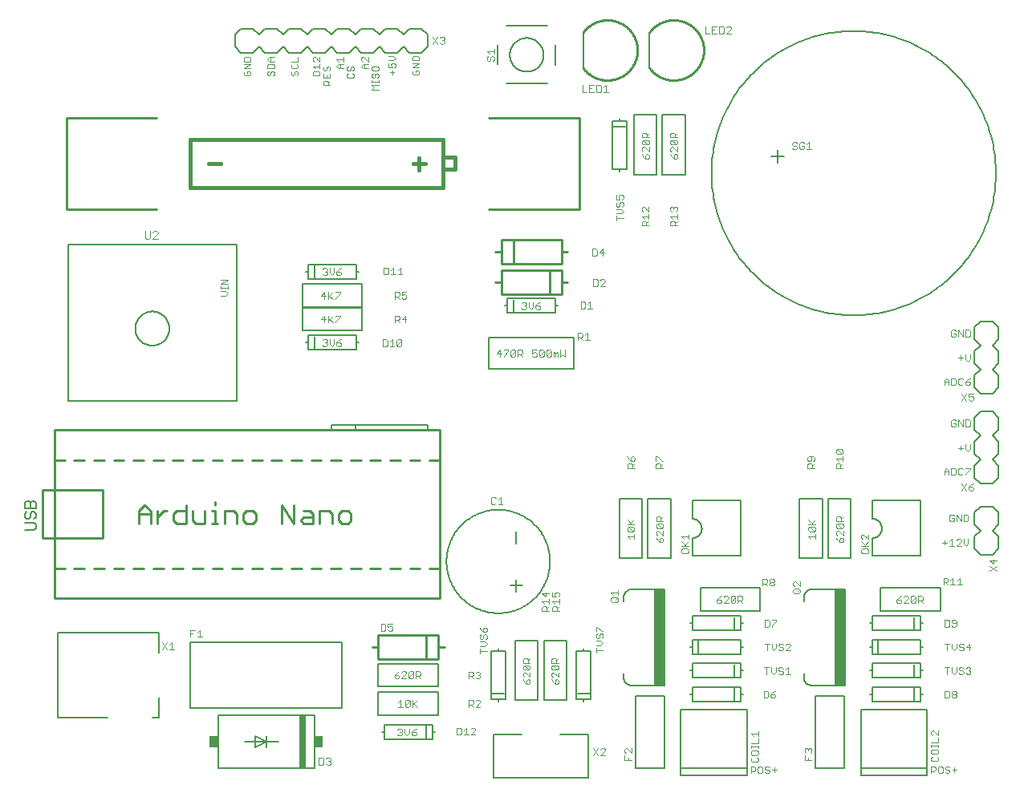
<source format=gbr>
G04 EAGLE Gerber RS-274X export*
G75*
%MOMM*%
%FSLAX34Y34*%
%LPD*%
%INSilkscreen Top*%
%IPPOS*%
%AMOC8*
5,1,8,0,0,1.08239X$1,22.5*%
G01*
%ADD10C,0.101600*%
%ADD11C,0.076200*%
%ADD12C,0.254000*%
%ADD13C,0.127000*%
%ADD14C,0.228600*%
%ADD15C,0.203200*%
%ADD16R,1.016000X10.160000*%
%ADD17C,0.152400*%
%ADD18R,0.762000X5.588000*%
%ADD19R,0.889000X1.270000*%
%ADD20C,0.177800*%
%ADD21C,0.020319*%
%ADD22C,0.406400*%


D10*
X731508Y6444D02*
X731508Y13562D01*
X735067Y13562D01*
X736253Y12376D01*
X736253Y10003D01*
X735067Y8817D01*
X731508Y8817D01*
X740179Y13562D02*
X742551Y13562D01*
X740179Y13562D02*
X738992Y12376D01*
X738992Y7630D01*
X740179Y6444D01*
X742551Y6444D01*
X743738Y7630D01*
X743738Y12376D01*
X742551Y13562D01*
X750035Y13562D02*
X751222Y12376D01*
X750035Y13562D02*
X747663Y13562D01*
X746476Y12376D01*
X746476Y11189D01*
X747663Y10003D01*
X750035Y10003D01*
X751222Y8817D01*
X751222Y7630D01*
X750035Y6444D01*
X747663Y6444D01*
X746476Y7630D01*
X753960Y10003D02*
X758706Y10003D01*
X756333Y12376D02*
X756333Y7630D01*
X921508Y6444D02*
X921508Y13562D01*
X925067Y13562D01*
X926253Y12376D01*
X926253Y10003D01*
X925067Y8817D01*
X921508Y8817D01*
X930179Y13562D02*
X932551Y13562D01*
X930179Y13562D02*
X928992Y12376D01*
X928992Y7630D01*
X930179Y6444D01*
X932551Y6444D01*
X933738Y7630D01*
X933738Y12376D01*
X932551Y13562D01*
X940035Y13562D02*
X941222Y12376D01*
X940035Y13562D02*
X937663Y13562D01*
X936476Y12376D01*
X936476Y11189D01*
X937663Y10003D01*
X940035Y10003D01*
X941222Y8817D01*
X941222Y7630D01*
X940035Y6444D01*
X937663Y6444D01*
X936476Y7630D01*
X943960Y10003D02*
X948706Y10003D01*
X946333Y12376D02*
X946333Y7630D01*
X197624Y747801D02*
X196438Y746615D01*
X196438Y744242D01*
X197624Y743056D01*
X202370Y743056D01*
X203556Y744242D01*
X203556Y746615D01*
X202370Y747801D01*
X199997Y747801D01*
X199997Y745428D01*
X203556Y750540D02*
X196438Y750540D01*
X203556Y755285D01*
X196438Y755285D01*
X196438Y758024D02*
X203556Y758024D01*
X203556Y761583D01*
X202370Y762769D01*
X197624Y762769D01*
X196438Y761583D01*
X196438Y758024D01*
X246438Y746615D02*
X247624Y747801D01*
X246438Y746615D02*
X246438Y744242D01*
X247624Y743056D01*
X248811Y743056D01*
X249997Y744242D01*
X249997Y746615D01*
X251183Y747801D01*
X252370Y747801D01*
X253556Y746615D01*
X253556Y744242D01*
X252370Y743056D01*
X246438Y754099D02*
X247624Y755285D01*
X246438Y754099D02*
X246438Y751726D01*
X247624Y750540D01*
X252370Y750540D01*
X253556Y751726D01*
X253556Y754099D01*
X252370Y755285D01*
X253556Y758024D02*
X246438Y758024D01*
X253556Y758024D02*
X253556Y762769D01*
X222624Y747801D02*
X221438Y746615D01*
X221438Y744242D01*
X222624Y743056D01*
X223811Y743056D01*
X224997Y744242D01*
X224997Y746615D01*
X226183Y747801D01*
X227370Y747801D01*
X228556Y746615D01*
X228556Y744242D01*
X227370Y743056D01*
X228556Y750540D02*
X221438Y750540D01*
X228556Y750540D02*
X228556Y754099D01*
X227370Y755285D01*
X222624Y755285D01*
X221438Y754099D01*
X221438Y750540D01*
X223811Y758024D02*
X228556Y758024D01*
X223811Y758024D02*
X221438Y760397D01*
X223811Y762769D01*
X228556Y762769D01*
X224997Y762769D02*
X224997Y758024D01*
X352997Y748801D02*
X352997Y744056D01*
X350624Y746428D02*
X355370Y746428D01*
X349438Y751540D02*
X349438Y756285D01*
X349438Y751540D02*
X352997Y751540D01*
X351811Y753912D01*
X351811Y755099D01*
X352997Y756285D01*
X355370Y756285D01*
X356556Y755099D01*
X356556Y752726D01*
X355370Y751540D01*
X354183Y759024D02*
X349438Y759024D01*
X354183Y759024D02*
X356556Y761397D01*
X354183Y763769D01*
X349438Y763769D01*
X276556Y743056D02*
X269438Y743056D01*
X276556Y743056D02*
X276556Y746615D01*
X275370Y747801D01*
X270624Y747801D01*
X269438Y746615D01*
X269438Y743056D01*
X271811Y750540D02*
X269438Y752912D01*
X276556Y752912D01*
X276556Y750540D02*
X276556Y755285D01*
X276556Y758024D02*
X276556Y762769D01*
X276556Y758024D02*
X271811Y762769D01*
X270624Y762769D01*
X269438Y761583D01*
X269438Y759210D01*
X270624Y758024D01*
X296811Y750540D02*
X301556Y750540D01*
X296811Y750540D02*
X294438Y752912D01*
X296811Y755285D01*
X301556Y755285D01*
X297997Y755285D02*
X297997Y750540D01*
X296811Y758024D02*
X294438Y760397D01*
X301556Y760397D01*
X301556Y762769D02*
X301556Y758024D01*
X322811Y750540D02*
X327556Y750540D01*
X322811Y750540D02*
X320438Y752912D01*
X322811Y755285D01*
X327556Y755285D01*
X323997Y755285D02*
X323997Y750540D01*
X327556Y758024D02*
X327556Y762769D01*
X327556Y758024D02*
X322811Y762769D01*
X321624Y762769D01*
X320438Y761583D01*
X320438Y759210D01*
X321624Y758024D01*
X374438Y747615D02*
X375624Y748801D01*
X374438Y747615D02*
X374438Y745242D01*
X375624Y744056D01*
X380370Y744056D01*
X381556Y745242D01*
X381556Y747615D01*
X380370Y748801D01*
X377997Y748801D01*
X377997Y746428D01*
X381556Y751540D02*
X374438Y751540D01*
X381556Y756285D01*
X374438Y756285D01*
X374438Y759024D02*
X381556Y759024D01*
X381556Y762583D01*
X380370Y763769D01*
X375624Y763769D01*
X374438Y762583D01*
X374438Y759024D01*
X177183Y510550D02*
X172438Y510550D01*
X177183Y510550D02*
X179556Y512923D01*
X177183Y515296D01*
X172438Y515296D01*
X179556Y518034D02*
X179556Y520407D01*
X179556Y519221D02*
X172438Y519221D01*
X172438Y520407D02*
X172438Y518034D01*
X172438Y523024D02*
X179556Y523024D01*
X179556Y527769D02*
X172438Y523024D01*
X172438Y527769D02*
X179556Y527769D01*
X944615Y279562D02*
X945801Y278376D01*
X944615Y279562D02*
X942242Y279562D01*
X941056Y278376D01*
X941056Y273630D01*
X942242Y272444D01*
X944615Y272444D01*
X945801Y273630D01*
X945801Y276003D01*
X943428Y276003D01*
X948540Y272444D02*
X948540Y279562D01*
X953285Y272444D01*
X953285Y279562D01*
X956024Y279562D02*
X956024Y272444D01*
X959583Y272444D01*
X960769Y273630D01*
X960769Y278376D01*
X959583Y279562D01*
X956024Y279562D01*
X938317Y250003D02*
X933571Y250003D01*
X935944Y252376D02*
X935944Y247630D01*
X941056Y251189D02*
X943428Y253562D01*
X943428Y246444D01*
X941056Y246444D02*
X945801Y246444D01*
X948540Y246444D02*
X953285Y246444D01*
X948540Y246444D02*
X953285Y251189D01*
X953285Y252376D01*
X952099Y253562D01*
X949726Y253562D01*
X948540Y252376D01*
X956024Y253562D02*
X956024Y248817D01*
X958397Y246444D01*
X960769Y248817D01*
X960769Y253562D01*
X287556Y733056D02*
X280438Y733056D01*
X280438Y736615D01*
X281624Y737801D01*
X283997Y737801D01*
X285183Y736615D01*
X285183Y733056D01*
X285183Y735428D02*
X287556Y737801D01*
X280438Y740540D02*
X280438Y745285D01*
X280438Y740540D02*
X287556Y740540D01*
X287556Y745285D01*
X283997Y742912D02*
X283997Y740540D01*
X280438Y751583D02*
X281624Y752769D01*
X280438Y751583D02*
X280438Y749210D01*
X281624Y748024D01*
X282811Y748024D01*
X283997Y749210D01*
X283997Y751583D01*
X285183Y752769D01*
X286370Y752769D01*
X287556Y751583D01*
X287556Y749210D01*
X286370Y748024D01*
X305438Y744099D02*
X306624Y745285D01*
X305438Y744099D02*
X305438Y741726D01*
X306624Y740540D01*
X311370Y740540D01*
X312556Y741726D01*
X312556Y744099D01*
X311370Y745285D01*
X305438Y751583D02*
X306624Y752769D01*
X305438Y751583D02*
X305438Y749210D01*
X306624Y748024D01*
X307811Y748024D01*
X308997Y749210D01*
X308997Y751583D01*
X310183Y752769D01*
X311370Y752769D01*
X312556Y751583D01*
X312556Y749210D01*
X311370Y748024D01*
X331438Y728066D02*
X338556Y728066D01*
X333811Y730439D02*
X331438Y728066D01*
X333811Y730439D02*
X331438Y732811D01*
X338556Y732811D01*
X338556Y735550D02*
X338556Y737923D01*
X338556Y736737D02*
X331438Y736737D01*
X331438Y737923D02*
X331438Y735550D01*
X331438Y744099D02*
X332624Y745285D01*
X331438Y744099D02*
X331438Y741726D01*
X332624Y740540D01*
X333811Y740540D01*
X334997Y741726D01*
X334997Y744099D01*
X336183Y745285D01*
X337370Y745285D01*
X338556Y744099D01*
X338556Y741726D01*
X337370Y740540D01*
X331438Y749210D02*
X331438Y751583D01*
X331438Y749210D02*
X332624Y748024D01*
X337370Y748024D01*
X338556Y749210D01*
X338556Y751583D01*
X337370Y752769D01*
X332624Y752769D01*
X331438Y751583D01*
D11*
X935444Y421232D02*
X935444Y416317D01*
X935444Y421232D02*
X937902Y423689D01*
X940359Y421232D01*
X940359Y416317D01*
X940359Y420003D02*
X935444Y420003D01*
X942929Y423689D02*
X942929Y416317D01*
X946615Y416317D01*
X947843Y417546D01*
X947843Y422461D01*
X946615Y423689D01*
X942929Y423689D01*
X954099Y423689D02*
X955328Y422461D01*
X954099Y423689D02*
X951641Y423689D01*
X950413Y422461D01*
X950413Y417546D01*
X951641Y416317D01*
X954099Y416317D01*
X955328Y417546D01*
X960354Y422461D02*
X962812Y423689D01*
X960354Y422461D02*
X957897Y420003D01*
X957897Y417546D01*
X959126Y416317D01*
X961583Y416317D01*
X962812Y417546D01*
X962812Y418774D01*
X961583Y420003D01*
X957897Y420003D01*
X935444Y326232D02*
X935444Y321317D01*
X935444Y326232D02*
X937902Y328689D01*
X940359Y326232D01*
X940359Y321317D01*
X940359Y325003D02*
X935444Y325003D01*
X942929Y328689D02*
X942929Y321317D01*
X946615Y321317D01*
X947843Y322546D01*
X947843Y327461D01*
X946615Y328689D01*
X942929Y328689D01*
X954099Y328689D02*
X955328Y327461D01*
X954099Y328689D02*
X951641Y328689D01*
X950413Y327461D01*
X950413Y322546D01*
X951641Y321317D01*
X954099Y321317D01*
X955328Y322546D01*
X957897Y328689D02*
X962812Y328689D01*
X962812Y327461D01*
X957897Y322546D01*
X957897Y321317D01*
X955328Y350003D02*
X950413Y350003D01*
X952870Y347546D02*
X952870Y352461D01*
X957897Y353689D02*
X957897Y348774D01*
X960354Y346317D01*
X962812Y348774D01*
X962812Y353689D01*
X955328Y445003D02*
X950413Y445003D01*
X952870Y442546D02*
X952870Y447461D01*
X957897Y448689D02*
X957897Y443774D01*
X960354Y441317D01*
X962812Y443774D01*
X962812Y448689D01*
X947843Y473461D02*
X946615Y474689D01*
X944157Y474689D01*
X942929Y473461D01*
X942929Y468546D01*
X944157Y467317D01*
X946615Y467317D01*
X947843Y468546D01*
X947843Y471003D01*
X945386Y471003D01*
X950413Y467317D02*
X950413Y474689D01*
X955328Y467317D01*
X955328Y474689D01*
X957897Y474689D02*
X957897Y467317D01*
X961583Y467317D01*
X962812Y468546D01*
X962812Y473461D01*
X961583Y474689D01*
X957897Y474689D01*
X946615Y379689D02*
X947843Y378461D01*
X946615Y379689D02*
X944157Y379689D01*
X942929Y378461D01*
X942929Y373546D01*
X944157Y372317D01*
X946615Y372317D01*
X947843Y373546D01*
X947843Y376003D01*
X945386Y376003D01*
X950413Y372317D02*
X950413Y379689D01*
X955328Y372317D01*
X955328Y379689D01*
X957897Y379689D02*
X957897Y372317D01*
X961583Y372317D01*
X962812Y373546D01*
X962812Y378461D01*
X961583Y379689D01*
X957897Y379689D01*
D12*
X-3200Y222850D02*
X-3200Y191100D01*
X-3200Y222850D02*
X-3200Y337150D01*
X-3200Y368900D01*
X288900Y368900D01*
X314300Y368900D01*
X390500Y368900D01*
X403200Y368900D01*
X403200Y337150D01*
X403200Y222850D01*
X403200Y191100D01*
X-3200Y191100D01*
X-15900Y254600D02*
X-15900Y305400D01*
X47600Y305400D01*
X47600Y254600D01*
X-15900Y254600D01*
D13*
X-24792Y263094D02*
X-34325Y263094D01*
X-24792Y263094D02*
X-22885Y265001D01*
X-22885Y268814D01*
X-24792Y270721D01*
X-34325Y270721D01*
X-34325Y280508D02*
X-32418Y282415D01*
X-34325Y280508D02*
X-34325Y276695D01*
X-32418Y274788D01*
X-30512Y274788D01*
X-28605Y276695D01*
X-28605Y280508D01*
X-26698Y282415D01*
X-24792Y282415D01*
X-22885Y280508D01*
X-22885Y276695D01*
X-24792Y274788D01*
X-22885Y286482D02*
X-34325Y286482D01*
X-34325Y292202D01*
X-32418Y294108D01*
X-30512Y294108D01*
X-28605Y292202D01*
X-26698Y294108D01*
X-24792Y294108D01*
X-22885Y292202D01*
X-22885Y286482D01*
X-28605Y286482D02*
X-28605Y292202D01*
D12*
X-3200Y222850D02*
X7620Y222850D01*
X17620Y222850D02*
X28440Y222850D01*
X38440Y222850D02*
X49260Y222850D01*
X59260Y222850D02*
X70080Y222850D01*
X80080Y222850D02*
X90900Y222850D01*
X100900Y222850D02*
X111720Y222850D01*
X121720Y222850D02*
X132540Y222850D01*
X142540Y222850D02*
X153360Y222850D01*
X163360Y222850D02*
X174180Y222850D01*
X184180Y222850D02*
X195000Y222850D01*
X205000Y222850D02*
X215820Y222850D01*
X225820Y222850D02*
X236640Y222850D01*
X246640Y222850D02*
X257460Y222850D01*
X267460Y222850D02*
X278280Y222850D01*
X288280Y222850D02*
X299100Y222850D01*
X309100Y222850D02*
X319920Y222850D01*
X329920Y222850D02*
X340740Y222850D01*
X350740Y222850D02*
X361560Y222850D01*
X371560Y222850D02*
X382380Y222850D01*
X392380Y222850D02*
X403200Y222850D01*
X403200Y337150D02*
X392380Y337150D01*
X382380Y337150D02*
X371560Y337150D01*
X361560Y337150D02*
X350740Y337150D01*
X340740Y337150D02*
X329920Y337150D01*
X319920Y337150D02*
X309100Y337150D01*
X299100Y337150D02*
X288280Y337150D01*
X278280Y337150D02*
X267460Y337150D01*
X257460Y337150D02*
X246640Y337150D01*
X236640Y337150D02*
X225820Y337150D01*
X215820Y337150D02*
X205000Y337150D01*
X195000Y337150D02*
X184180Y337150D01*
X174180Y337150D02*
X163360Y337150D01*
X153360Y337150D02*
X142540Y337150D01*
X132540Y337150D02*
X121720Y337150D01*
X111720Y337150D02*
X100900Y337150D01*
X90900Y337150D02*
X80080Y337150D01*
X70080Y337150D02*
X59260Y337150D01*
X49260Y337150D02*
X38440Y337150D01*
X28440Y337150D02*
X17620Y337150D01*
X7620Y337150D02*
X-3200Y337150D01*
D14*
X85489Y283271D02*
X85489Y270221D01*
X85489Y283271D02*
X92014Y289796D01*
X98539Y283271D01*
X98539Y270221D01*
X98539Y280008D02*
X85489Y280008D01*
X105603Y283271D02*
X105603Y270221D01*
X105603Y276746D02*
X112128Y283271D01*
X115390Y283271D01*
X135414Y289796D02*
X135414Y270221D01*
X125627Y270221D01*
X122364Y273483D01*
X122364Y280008D01*
X125627Y283271D01*
X135414Y283271D01*
X142478Y283271D02*
X142478Y273483D01*
X145741Y270221D01*
X155528Y270221D01*
X155528Y283271D01*
X162592Y283271D02*
X165854Y283271D01*
X165854Y270221D01*
X162592Y270221D02*
X169117Y270221D01*
X165854Y289796D02*
X165854Y293058D01*
X176001Y283271D02*
X176001Y270221D01*
X176001Y283271D02*
X185788Y283271D01*
X189051Y280008D01*
X189051Y270221D01*
X199377Y270221D02*
X205902Y270221D01*
X209164Y273483D01*
X209164Y280008D01*
X205902Y283271D01*
X199377Y283271D01*
X196115Y280008D01*
X196115Y273483D01*
X199377Y270221D01*
X236342Y270221D02*
X236342Y289796D01*
X249392Y270221D01*
X249392Y289796D01*
X259718Y283271D02*
X266243Y283271D01*
X269505Y280008D01*
X269505Y270221D01*
X259718Y270221D01*
X256455Y273483D01*
X259718Y276746D01*
X269505Y276746D01*
X276569Y270221D02*
X276569Y283271D01*
X286356Y283271D01*
X289619Y280008D01*
X289619Y270221D01*
X299945Y270221D02*
X306470Y270221D01*
X309733Y273483D01*
X309733Y280008D01*
X306470Y283271D01*
X299945Y283271D01*
X296683Y280008D01*
X296683Y273483D01*
X299945Y270221D01*
D15*
X288900Y368900D02*
X288900Y373980D01*
X314300Y373980D01*
X390500Y373980D01*
X390500Y368900D01*
X314300Y368900D02*
X314300Y373980D01*
X623000Y296500D02*
X647000Y296500D01*
X647000Y233500D01*
X623000Y233500D01*
X623000Y296500D01*
D11*
X631261Y328631D02*
X638633Y328631D01*
X631261Y328631D02*
X631261Y332317D01*
X632489Y333546D01*
X634947Y333546D01*
X636176Y332317D01*
X636176Y328631D01*
X636176Y331088D02*
X638633Y333546D01*
X631261Y336115D02*
X631261Y341030D01*
X632489Y341030D01*
X637404Y336115D01*
X638633Y336115D01*
X631501Y255188D02*
X632729Y252730D01*
X635187Y250273D01*
X637644Y250273D01*
X638873Y251501D01*
X638873Y253959D01*
X637644Y255188D01*
X636416Y255188D01*
X635187Y253959D01*
X635187Y250273D01*
X638873Y257757D02*
X638873Y262672D01*
X638873Y257757D02*
X633958Y262672D01*
X632729Y262672D01*
X631501Y261443D01*
X631501Y258986D01*
X632729Y257757D01*
X632729Y265241D02*
X637644Y265241D01*
X632729Y265241D02*
X631501Y266470D01*
X631501Y268927D01*
X632729Y270156D01*
X637644Y270156D01*
X638873Y268927D01*
X638873Y266470D01*
X637644Y265241D01*
X632729Y270156D01*
X631501Y272725D02*
X638873Y272725D01*
X631501Y272725D02*
X631501Y276411D01*
X632729Y277640D01*
X635187Y277640D01*
X636416Y276411D01*
X636416Y272725D01*
X636416Y275183D02*
X638873Y277640D01*
D15*
X617000Y233500D02*
X593000Y233500D01*
X593000Y296500D01*
X617000Y296500D01*
X617000Y233500D01*
D11*
X608633Y328631D02*
X601261Y328631D01*
X601261Y332317D01*
X602489Y333546D01*
X604947Y333546D01*
X606176Y332317D01*
X606176Y328631D01*
X606176Y331088D02*
X608633Y333546D01*
X602489Y338573D02*
X601261Y341030D01*
X602489Y338573D02*
X604947Y336115D01*
X607404Y336115D01*
X608633Y337344D01*
X608633Y339801D01*
X607404Y341030D01*
X606176Y341030D01*
X604947Y339801D01*
X604947Y336115D01*
X601121Y256752D02*
X603578Y254295D01*
X601121Y256752D02*
X608493Y256752D01*
X608493Y254295D02*
X608493Y259210D01*
X607264Y261779D02*
X602349Y261779D01*
X601121Y263008D01*
X601121Y265465D01*
X602349Y266694D01*
X607264Y266694D01*
X608493Y265465D01*
X608493Y263008D01*
X607264Y261779D01*
X602349Y266694D01*
X601121Y269263D02*
X608493Y269263D01*
X606036Y269263D02*
X601121Y274178D01*
X604807Y270492D02*
X608493Y274178D01*
D15*
X606190Y200800D02*
X630320Y200800D01*
X630320Y99200D02*
X606190Y99200D01*
X630320Y99200D02*
X630320Y200800D01*
X640480Y200800D01*
X640480Y99200D01*
X630320Y99200D01*
X597300Y191910D02*
X597297Y192123D01*
X597300Y192336D01*
X597308Y192549D01*
X597321Y192762D01*
X597339Y192974D01*
X597362Y193185D01*
X597391Y193397D01*
X597425Y193607D01*
X597464Y193816D01*
X597508Y194025D01*
X597557Y194232D01*
X597612Y194438D01*
X597671Y194643D01*
X597735Y194846D01*
X597805Y195047D01*
X597879Y195247D01*
X597958Y195445D01*
X598042Y195640D01*
X598131Y195834D01*
X598224Y196025D01*
X598322Y196215D01*
X598425Y196401D01*
X598532Y196585D01*
X598644Y196767D01*
X598760Y196945D01*
X598881Y197121D01*
X599005Y197293D01*
X599134Y197463D01*
X599268Y197629D01*
X599405Y197792D01*
X599546Y197952D01*
X599691Y198108D01*
X599840Y198260D01*
X599992Y198409D01*
X600148Y198554D01*
X600308Y198695D01*
X600471Y198832D01*
X600637Y198966D01*
X600807Y199095D01*
X600979Y199219D01*
X601155Y199340D01*
X601333Y199456D01*
X601515Y199568D01*
X601699Y199675D01*
X601885Y199778D01*
X602075Y199876D01*
X602266Y199969D01*
X602460Y200058D01*
X602655Y200142D01*
X602853Y200221D01*
X603053Y200295D01*
X603254Y200365D01*
X603457Y200429D01*
X603662Y200488D01*
X603868Y200543D01*
X604075Y200592D01*
X604284Y200636D01*
X604493Y200675D01*
X604703Y200709D01*
X604915Y200738D01*
X605126Y200761D01*
X605338Y200779D01*
X605551Y200792D01*
X605764Y200800D01*
X605977Y200803D01*
X606190Y200800D01*
X597300Y108090D02*
X597297Y107877D01*
X597300Y107664D01*
X597308Y107451D01*
X597321Y107238D01*
X597339Y107026D01*
X597362Y106815D01*
X597391Y106603D01*
X597425Y106393D01*
X597464Y106184D01*
X597508Y105975D01*
X597557Y105768D01*
X597612Y105562D01*
X597671Y105357D01*
X597735Y105154D01*
X597805Y104953D01*
X597879Y104753D01*
X597958Y104555D01*
X598042Y104360D01*
X598131Y104166D01*
X598224Y103975D01*
X598322Y103785D01*
X598425Y103599D01*
X598532Y103415D01*
X598644Y103233D01*
X598760Y103055D01*
X598881Y102879D01*
X599005Y102707D01*
X599134Y102537D01*
X599268Y102371D01*
X599405Y102208D01*
X599546Y102048D01*
X599691Y101892D01*
X599840Y101740D01*
X599992Y101591D01*
X600148Y101446D01*
X600308Y101305D01*
X600471Y101168D01*
X600637Y101034D01*
X600807Y100905D01*
X600979Y100781D01*
X601155Y100660D01*
X601333Y100544D01*
X601515Y100432D01*
X601699Y100325D01*
X601885Y100222D01*
X602075Y100124D01*
X602266Y100031D01*
X602460Y99942D01*
X602655Y99858D01*
X602853Y99779D01*
X603053Y99705D01*
X603254Y99635D01*
X603457Y99571D01*
X603662Y99512D01*
X603868Y99457D01*
X604075Y99408D01*
X604284Y99364D01*
X604493Y99325D01*
X604703Y99291D01*
X604915Y99262D01*
X605126Y99239D01*
X605338Y99221D01*
X605551Y99208D01*
X605764Y99200D01*
X605977Y99197D01*
X606190Y99200D01*
X597300Y188100D02*
X597300Y191910D01*
X597300Y111900D02*
X597300Y108090D01*
D16*
X635400Y150000D03*
D11*
X590100Y187441D02*
X585185Y187441D01*
X583957Y188670D01*
X583957Y191127D01*
X585185Y192356D01*
X590100Y192356D01*
X591329Y191127D01*
X591329Y188670D01*
X590100Y187441D01*
X588872Y189898D02*
X591329Y192356D01*
X586414Y194925D02*
X583957Y197383D01*
X591329Y197383D01*
X591329Y199840D02*
X591329Y194925D01*
D15*
X669600Y97620D02*
X720400Y97620D01*
X720400Y90000D01*
X720400Y82380D01*
X669600Y82380D01*
X669600Y90000D01*
X669600Y97620D01*
X720400Y90000D02*
X722940Y90000D01*
X669600Y90000D02*
X667060Y90000D01*
X714050Y96350D02*
X714050Y83650D01*
D11*
X744981Y86017D02*
X744981Y93389D01*
X744981Y86017D02*
X748667Y86017D01*
X749896Y87246D01*
X749896Y92161D01*
X748667Y93389D01*
X744981Y93389D01*
X754923Y92161D02*
X757380Y93389D01*
X754923Y92161D02*
X752465Y89703D01*
X752465Y87246D01*
X753694Y86017D01*
X756151Y86017D01*
X757380Y87246D01*
X757380Y88474D01*
X756151Y89703D01*
X752465Y89703D01*
D15*
X727500Y74000D02*
X657500Y74000D01*
X727500Y74000D02*
X727500Y12000D01*
X727500Y4000D01*
X657500Y4000D01*
X657500Y12000D01*
X657500Y74000D01*
X657500Y12000D02*
X727500Y12000D01*
D11*
X731775Y21841D02*
X733003Y23070D01*
X731775Y21841D02*
X731775Y19384D01*
X733003Y18155D01*
X737918Y18155D01*
X739147Y19384D01*
X739147Y21841D01*
X737918Y23070D01*
X731775Y26868D02*
X731775Y29325D01*
X731775Y26868D02*
X733003Y25639D01*
X737918Y25639D01*
X739147Y26868D01*
X739147Y29325D01*
X737918Y30554D01*
X733003Y30554D01*
X731775Y29325D01*
X739147Y33123D02*
X739147Y35581D01*
X739147Y34352D02*
X731775Y34352D01*
X731775Y33123D02*
X731775Y35581D01*
X731775Y38113D02*
X739147Y38113D01*
X739147Y43028D01*
X734232Y45597D02*
X731775Y48054D01*
X739147Y48054D01*
X739147Y45597D02*
X739147Y50512D01*
D17*
X720400Y294210D02*
X669600Y294210D01*
X669600Y235790D02*
X720400Y235790D01*
X720400Y294210D01*
X669600Y294210D02*
X669600Y275160D01*
X669600Y254840D02*
X669600Y235790D01*
X669600Y254840D02*
X669847Y254843D01*
X670095Y254852D01*
X670342Y254867D01*
X670588Y254888D01*
X670834Y254915D01*
X671079Y254948D01*
X671324Y254987D01*
X671567Y255032D01*
X671809Y255083D01*
X672050Y255140D01*
X672289Y255202D01*
X672527Y255271D01*
X672763Y255345D01*
X672997Y255425D01*
X673229Y255510D01*
X673459Y255602D01*
X673687Y255698D01*
X673912Y255801D01*
X674135Y255908D01*
X674355Y256022D01*
X674572Y256140D01*
X674787Y256264D01*
X674998Y256393D01*
X675206Y256527D01*
X675411Y256666D01*
X675612Y256810D01*
X675810Y256958D01*
X676004Y257112D01*
X676194Y257270D01*
X676380Y257433D01*
X676562Y257600D01*
X676740Y257772D01*
X676914Y257948D01*
X677084Y258128D01*
X677249Y258313D01*
X677409Y258501D01*
X677565Y258693D01*
X677717Y258889D01*
X677863Y259088D01*
X678005Y259291D01*
X678141Y259498D01*
X678273Y259707D01*
X678399Y259920D01*
X678520Y260136D01*
X678636Y260354D01*
X678746Y260576D01*
X678851Y260800D01*
X678951Y261026D01*
X679045Y261255D01*
X679133Y261486D01*
X679216Y261720D01*
X679293Y261955D01*
X679364Y262192D01*
X679430Y262430D01*
X679489Y262670D01*
X679543Y262912D01*
X679591Y263155D01*
X679633Y263398D01*
X679669Y263643D01*
X679699Y263889D01*
X679723Y264135D01*
X679741Y264382D01*
X679753Y264629D01*
X679759Y264876D01*
X679759Y265124D01*
X679753Y265371D01*
X679741Y265618D01*
X679723Y265865D01*
X679699Y266111D01*
X679669Y266357D01*
X679633Y266602D01*
X679591Y266845D01*
X679543Y267088D01*
X679489Y267330D01*
X679430Y267570D01*
X679364Y267808D01*
X679293Y268045D01*
X679216Y268280D01*
X679133Y268514D01*
X679045Y268745D01*
X678951Y268974D01*
X678851Y269200D01*
X678746Y269424D01*
X678636Y269646D01*
X678520Y269864D01*
X678399Y270080D01*
X678273Y270293D01*
X678141Y270502D01*
X678005Y270709D01*
X677863Y270912D01*
X677717Y271111D01*
X677565Y271307D01*
X677409Y271499D01*
X677249Y271687D01*
X677084Y271872D01*
X676914Y272052D01*
X676740Y272228D01*
X676562Y272400D01*
X676380Y272567D01*
X676194Y272730D01*
X676004Y272888D01*
X675810Y273042D01*
X675612Y273190D01*
X675411Y273334D01*
X675206Y273473D01*
X674998Y273607D01*
X674787Y273736D01*
X674572Y273860D01*
X674355Y273978D01*
X674135Y274092D01*
X673912Y274199D01*
X673687Y274302D01*
X673459Y274398D01*
X673229Y274490D01*
X672997Y274575D01*
X672763Y274655D01*
X672527Y274729D01*
X672289Y274798D01*
X672050Y274860D01*
X671809Y274917D01*
X671567Y274968D01*
X671324Y275013D01*
X671079Y275052D01*
X670834Y275085D01*
X670588Y275112D01*
X670342Y275133D01*
X670095Y275148D01*
X669847Y275157D01*
X669600Y275160D01*
D11*
X658037Y242397D02*
X658037Y239940D01*
X659265Y238711D01*
X664180Y238711D01*
X665409Y239940D01*
X665409Y242397D01*
X664180Y243626D01*
X659265Y243626D01*
X658037Y242397D01*
X658037Y246195D02*
X665409Y246195D01*
X662952Y246195D02*
X658037Y251110D01*
X661723Y247424D02*
X665409Y251110D01*
X660494Y253679D02*
X658037Y256137D01*
X665409Y256137D01*
X665409Y258594D02*
X665409Y253679D01*
D15*
X741500Y202000D02*
X741500Y178000D01*
X678500Y178000D01*
X678500Y202000D01*
X741500Y202000D01*
D11*
X743631Y204431D02*
X743631Y211803D01*
X747317Y211803D01*
X748546Y210575D01*
X748546Y208117D01*
X747317Y206888D01*
X743631Y206888D01*
X746088Y206888D02*
X748546Y204431D01*
X751115Y210575D02*
X752344Y211803D01*
X754801Y211803D01*
X756030Y210575D01*
X756030Y209346D01*
X754801Y208117D01*
X756030Y206888D01*
X756030Y205660D01*
X754801Y204431D01*
X752344Y204431D01*
X751115Y205660D01*
X751115Y206888D01*
X752344Y208117D01*
X751115Y209346D01*
X751115Y210575D01*
X752344Y208117D02*
X754801Y208117D01*
X700188Y193499D02*
X697730Y192271D01*
X695273Y189813D01*
X695273Y187356D01*
X696501Y186127D01*
X698959Y186127D01*
X700188Y187356D01*
X700188Y188584D01*
X698959Y189813D01*
X695273Y189813D01*
X702757Y186127D02*
X707672Y186127D01*
X702757Y186127D02*
X707672Y191042D01*
X707672Y192271D01*
X706443Y193499D01*
X703986Y193499D01*
X702757Y192271D01*
X710241Y192271D02*
X710241Y187356D01*
X710241Y192271D02*
X711470Y193499D01*
X713927Y193499D01*
X715156Y192271D01*
X715156Y187356D01*
X713927Y186127D01*
X711470Y186127D01*
X710241Y187356D01*
X715156Y192271D01*
X717725Y193499D02*
X717725Y186127D01*
X717725Y193499D02*
X721411Y193499D01*
X722640Y192271D01*
X722640Y189813D01*
X721411Y188584D01*
X717725Y188584D01*
X720183Y188584D02*
X722640Y186127D01*
D15*
X720400Y132380D02*
X669600Y132380D01*
X669600Y140000D01*
X669600Y147620D01*
X720400Y147620D01*
X720400Y140000D01*
X720400Y132380D01*
X669600Y140000D02*
X667060Y140000D01*
X720400Y140000D02*
X722940Y140000D01*
X675950Y133650D02*
X675950Y146350D01*
D11*
X748438Y143389D02*
X748438Y136017D01*
X745981Y143389D02*
X750896Y143389D01*
X753465Y143389D02*
X753465Y138474D01*
X755923Y136017D01*
X758380Y138474D01*
X758380Y143389D01*
X764635Y143389D02*
X765864Y142161D01*
X764635Y143389D02*
X762178Y143389D01*
X760949Y142161D01*
X760949Y140932D01*
X762178Y139703D01*
X764635Y139703D01*
X765864Y138474D01*
X765864Y137246D01*
X764635Y136017D01*
X762178Y136017D01*
X760949Y137246D01*
X768433Y136017D02*
X773348Y136017D01*
X768433Y136017D02*
X773348Y140932D01*
X773348Y142161D01*
X772120Y143389D01*
X769662Y143389D01*
X768433Y142161D01*
D15*
X720400Y122620D02*
X669600Y122620D01*
X720400Y122620D02*
X720400Y115000D01*
X720400Y107380D01*
X669600Y107380D01*
X669600Y115000D01*
X669600Y122620D01*
X720400Y115000D02*
X722940Y115000D01*
X669600Y115000D02*
X667060Y115000D01*
X714050Y121350D02*
X714050Y108650D01*
D11*
X747978Y110827D02*
X747978Y118199D01*
X745521Y118199D02*
X750436Y118199D01*
X753005Y118199D02*
X753005Y113284D01*
X755463Y110827D01*
X757920Y113284D01*
X757920Y118199D01*
X764175Y118199D02*
X765404Y116971D01*
X764175Y118199D02*
X761718Y118199D01*
X760489Y116971D01*
X760489Y115742D01*
X761718Y114513D01*
X764175Y114513D01*
X765404Y113284D01*
X765404Y112056D01*
X764175Y110827D01*
X761718Y110827D01*
X760489Y112056D01*
X767973Y115742D02*
X770431Y118199D01*
X770431Y110827D01*
X772888Y110827D02*
X767973Y110827D01*
D15*
X640240Y88100D02*
X640240Y11900D01*
X609760Y11900D01*
X609760Y88100D01*
X640240Y88100D01*
D11*
X605569Y20281D02*
X598197Y20281D01*
X598197Y25196D01*
X601883Y22738D02*
X601883Y20281D01*
X605569Y27765D02*
X605569Y32680D01*
X605569Y27765D02*
X600654Y32680D01*
X599425Y32680D01*
X598197Y31451D01*
X598197Y28994D01*
X599425Y27765D01*
D15*
X107000Y65000D02*
X107000Y86000D01*
X53000Y65000D02*
X0Y65000D01*
X100000Y65000D02*
X107000Y65000D01*
X107000Y155000D02*
X0Y155000D01*
X107000Y155000D02*
X107000Y134000D01*
X0Y155000D02*
X0Y65000D01*
D11*
X115196Y137181D02*
X110281Y144553D01*
X115196Y144553D02*
X110281Y137181D01*
X117765Y142096D02*
X120223Y144553D01*
X120223Y137181D01*
X122680Y137181D02*
X117765Y137181D01*
D17*
X220000Y40000D02*
X232700Y40000D01*
X220000Y40000D02*
X220000Y34158D01*
X220000Y40000D02*
X208570Y34158D01*
X208570Y45842D01*
X220000Y40000D01*
X197140Y40000D01*
X220000Y40000D02*
X220000Y45842D01*
X270800Y67940D02*
X270800Y12060D01*
X169200Y12060D02*
X169200Y67940D01*
X169200Y12060D02*
X270800Y12060D01*
X270800Y67940D02*
X169200Y67940D01*
D18*
X258100Y40000D03*
D19*
X275245Y40000D03*
X164755Y40000D03*
D11*
X275813Y22925D02*
X275813Y15553D01*
X279499Y15553D01*
X280728Y16782D01*
X280728Y21697D01*
X279499Y22925D01*
X275813Y22925D01*
X283297Y21697D02*
X284526Y22925D01*
X286983Y22925D01*
X288212Y21697D01*
X288212Y20468D01*
X286983Y19239D01*
X285754Y19239D01*
X286983Y19239D02*
X288212Y18010D01*
X288212Y16782D01*
X286983Y15553D01*
X284526Y15553D01*
X283297Y16782D01*
D13*
X300000Y145000D02*
X140000Y145000D01*
X300000Y145000D02*
X300000Y75000D01*
X140000Y75000D01*
X140000Y145000D01*
D11*
X140381Y150381D02*
X140381Y157753D01*
X145296Y157753D01*
X142838Y154067D02*
X140381Y154067D01*
X147865Y155296D02*
X150323Y157753D01*
X150323Y150381D01*
X152780Y150381D02*
X147865Y150381D01*
D15*
X401500Y92000D02*
X401500Y68000D01*
X338500Y68000D01*
X338500Y92000D01*
X401500Y92000D01*
D11*
X433631Y83739D02*
X433631Y76367D01*
X433631Y83739D02*
X437317Y83739D01*
X438546Y82511D01*
X438546Y80053D01*
X437317Y78824D01*
X433631Y78824D01*
X436088Y78824D02*
X438546Y76367D01*
X441115Y76367D02*
X446030Y76367D01*
X441115Y76367D02*
X446030Y81282D01*
X446030Y82511D01*
X444801Y83739D01*
X442344Y83739D01*
X441115Y82511D01*
X361752Y83879D02*
X359295Y81422D01*
X361752Y83879D02*
X361752Y76507D01*
X359295Y76507D02*
X364210Y76507D01*
X366779Y77736D02*
X366779Y82651D01*
X368008Y83879D01*
X370465Y83879D01*
X371694Y82651D01*
X371694Y77736D01*
X370465Y76507D01*
X368008Y76507D01*
X366779Y77736D01*
X371694Y82651D01*
X374263Y83879D02*
X374263Y76507D01*
X374263Y78964D02*
X379178Y83879D01*
X375492Y80193D02*
X379178Y76507D01*
D15*
X338500Y98000D02*
X338500Y122000D01*
X401500Y122000D01*
X401500Y98000D01*
X338500Y98000D01*
D11*
X433631Y106367D02*
X433631Y113739D01*
X437317Y113739D01*
X438546Y112511D01*
X438546Y110053D01*
X437317Y108824D01*
X433631Y108824D01*
X436088Y108824D02*
X438546Y106367D01*
X441115Y112511D02*
X442344Y113739D01*
X444801Y113739D01*
X446030Y112511D01*
X446030Y111282D01*
X444801Y110053D01*
X443573Y110053D01*
X444801Y110053D02*
X446030Y108824D01*
X446030Y107596D01*
X444801Y106367D01*
X442344Y106367D01*
X441115Y107596D01*
X360468Y113879D02*
X358010Y112651D01*
X355553Y110193D01*
X355553Y107736D01*
X356781Y106507D01*
X359239Y106507D01*
X360468Y107736D01*
X360468Y108964D01*
X359239Y110193D01*
X355553Y110193D01*
X363037Y106507D02*
X367952Y106507D01*
X363037Y106507D02*
X367952Y111422D01*
X367952Y112651D01*
X366723Y113879D01*
X364266Y113879D01*
X363037Y112651D01*
X370521Y112651D02*
X370521Y107736D01*
X370521Y112651D02*
X371750Y113879D01*
X374207Y113879D01*
X375436Y112651D01*
X375436Y107736D01*
X374207Y106507D01*
X371750Y106507D01*
X370521Y107736D01*
X375436Y112651D01*
X378005Y113879D02*
X378005Y106507D01*
X378005Y113879D02*
X381691Y113879D01*
X382920Y112651D01*
X382920Y110193D01*
X381691Y108964D01*
X378005Y108964D01*
X380463Y108964D02*
X382920Y106507D01*
D15*
X669600Y172620D02*
X720400Y172620D01*
X720400Y165000D01*
X720400Y157380D01*
X669600Y157380D01*
X669600Y165000D01*
X669600Y172620D01*
X720400Y165000D02*
X722940Y165000D01*
X669600Y165000D02*
X667060Y165000D01*
X714050Y171350D02*
X714050Y158650D01*
D11*
X745981Y161017D02*
X745981Y168389D01*
X745981Y161017D02*
X749667Y161017D01*
X750896Y162246D01*
X750896Y167161D01*
X749667Y168389D01*
X745981Y168389D01*
X753465Y168389D02*
X758380Y168389D01*
X758380Y167161D01*
X753465Y162246D01*
X753465Y161017D01*
D13*
X690000Y640000D02*
X690045Y643681D01*
X690181Y647360D01*
X690406Y651035D01*
X690722Y654703D01*
X691128Y658362D01*
X691624Y662010D01*
X692208Y665644D01*
X692882Y669264D01*
X693645Y672865D01*
X694495Y676447D01*
X695434Y680007D01*
X696459Y683543D01*
X697571Y687052D01*
X698768Y690533D01*
X700051Y693984D01*
X701418Y697403D01*
X702869Y700786D01*
X704402Y704133D01*
X706016Y707442D01*
X707712Y710710D01*
X709487Y713935D01*
X711341Y717115D01*
X713272Y720250D01*
X715280Y723336D01*
X717362Y726371D01*
X719519Y729355D01*
X721748Y732285D01*
X724048Y735159D01*
X726419Y737976D01*
X728857Y740734D01*
X731363Y743431D01*
X733934Y746066D01*
X736569Y748637D01*
X739266Y751143D01*
X742024Y753581D01*
X744841Y755952D01*
X747715Y758252D01*
X750645Y760481D01*
X753629Y762638D01*
X756664Y764720D01*
X759750Y766728D01*
X762885Y768659D01*
X766065Y770513D01*
X769290Y772288D01*
X772558Y773984D01*
X775867Y775598D01*
X779214Y777131D01*
X782597Y778582D01*
X786016Y779949D01*
X789467Y781232D01*
X792948Y782429D01*
X796457Y783541D01*
X799993Y784566D01*
X803553Y785505D01*
X807135Y786355D01*
X810736Y787118D01*
X814356Y787792D01*
X817990Y788376D01*
X821638Y788872D01*
X825297Y789278D01*
X828965Y789594D01*
X832640Y789819D01*
X836319Y789955D01*
X840000Y790000D01*
X843681Y789955D01*
X847360Y789819D01*
X851035Y789594D01*
X854703Y789278D01*
X858362Y788872D01*
X862010Y788376D01*
X865644Y787792D01*
X869264Y787118D01*
X872865Y786355D01*
X876447Y785505D01*
X880007Y784566D01*
X883543Y783541D01*
X887052Y782429D01*
X890533Y781232D01*
X893984Y779949D01*
X897403Y778582D01*
X900786Y777131D01*
X904133Y775598D01*
X907442Y773984D01*
X910710Y772288D01*
X913935Y770513D01*
X917115Y768659D01*
X920250Y766728D01*
X923336Y764720D01*
X926371Y762638D01*
X929355Y760481D01*
X932285Y758252D01*
X935159Y755952D01*
X937976Y753581D01*
X940734Y751143D01*
X943431Y748637D01*
X946066Y746066D01*
X948637Y743431D01*
X951143Y740734D01*
X953581Y737976D01*
X955952Y735159D01*
X958252Y732285D01*
X960481Y729355D01*
X962638Y726371D01*
X964720Y723336D01*
X966728Y720250D01*
X968659Y717115D01*
X970513Y713935D01*
X972288Y710710D01*
X973984Y707442D01*
X975598Y704133D01*
X977131Y700786D01*
X978582Y697403D01*
X979949Y693984D01*
X981232Y690533D01*
X982429Y687052D01*
X983541Y683543D01*
X984566Y680007D01*
X985505Y676447D01*
X986355Y672865D01*
X987118Y669264D01*
X987792Y665644D01*
X988376Y662010D01*
X988872Y658362D01*
X989278Y654703D01*
X989594Y651035D01*
X989819Y647360D01*
X989955Y643681D01*
X990000Y640000D01*
X989955Y636319D01*
X989819Y632640D01*
X989594Y628965D01*
X989278Y625297D01*
X988872Y621638D01*
X988376Y617990D01*
X987792Y614356D01*
X987118Y610736D01*
X986355Y607135D01*
X985505Y603553D01*
X984566Y599993D01*
X983541Y596457D01*
X982429Y592948D01*
X981232Y589467D01*
X979949Y586016D01*
X978582Y582597D01*
X977131Y579214D01*
X975598Y575867D01*
X973984Y572558D01*
X972288Y569290D01*
X970513Y566065D01*
X968659Y562885D01*
X966728Y559750D01*
X964720Y556664D01*
X962638Y553629D01*
X960481Y550645D01*
X958252Y547715D01*
X955952Y544841D01*
X953581Y542024D01*
X951143Y539266D01*
X948637Y536569D01*
X946066Y533934D01*
X943431Y531363D01*
X940734Y528857D01*
X937976Y526419D01*
X935159Y524048D01*
X932285Y521748D01*
X929355Y519519D01*
X926371Y517362D01*
X923336Y515280D01*
X920250Y513272D01*
X917115Y511341D01*
X913935Y509487D01*
X910710Y507712D01*
X907442Y506016D01*
X904133Y504402D01*
X900786Y502869D01*
X897403Y501418D01*
X893984Y500051D01*
X890533Y498768D01*
X887052Y497571D01*
X883543Y496459D01*
X880007Y495434D01*
X876447Y494495D01*
X872865Y493645D01*
X869264Y492882D01*
X865644Y492208D01*
X862010Y491624D01*
X858362Y491128D01*
X854703Y490722D01*
X851035Y490406D01*
X847360Y490181D01*
X843681Y490045D01*
X840000Y490000D01*
X836319Y490045D01*
X832640Y490181D01*
X828965Y490406D01*
X825297Y490722D01*
X821638Y491128D01*
X817990Y491624D01*
X814356Y492208D01*
X810736Y492882D01*
X807135Y493645D01*
X803553Y494495D01*
X799993Y495434D01*
X796457Y496459D01*
X792948Y497571D01*
X789467Y498768D01*
X786016Y500051D01*
X782597Y501418D01*
X779214Y502869D01*
X775867Y504402D01*
X772558Y506016D01*
X769290Y507712D01*
X766065Y509487D01*
X762885Y511341D01*
X759750Y513272D01*
X756664Y515280D01*
X753629Y517362D01*
X750645Y519519D01*
X747715Y521748D01*
X744841Y524048D01*
X742024Y526419D01*
X739266Y528857D01*
X736569Y531363D01*
X733934Y533934D01*
X731363Y536569D01*
X728857Y539266D01*
X726419Y542024D01*
X724048Y544841D01*
X721748Y547715D01*
X719519Y550645D01*
X717362Y553629D01*
X715280Y556664D01*
X713272Y559750D01*
X711341Y562885D01*
X709487Y566065D01*
X707712Y569290D01*
X706016Y572558D01*
X704402Y575867D01*
X702869Y579214D01*
X701418Y582597D01*
X700051Y586016D01*
X698768Y589467D01*
X697571Y592948D01*
X696459Y596457D01*
X695434Y599993D01*
X694495Y603553D01*
X693645Y607135D01*
X692882Y610736D01*
X692208Y614356D01*
X691624Y617990D01*
X691128Y621638D01*
X690722Y625297D01*
X690406Y628965D01*
X690181Y632640D01*
X690045Y636319D01*
X690000Y640000D01*
D20*
X759991Y650832D02*
X759991Y664221D01*
X753297Y657527D02*
X766686Y657527D01*
D11*
X780296Y671525D02*
X779067Y672753D01*
X776610Y672753D01*
X775381Y671525D01*
X775381Y670296D01*
X776610Y669067D01*
X779067Y669067D01*
X780296Y667838D01*
X780296Y666610D01*
X779067Y665381D01*
X776610Y665381D01*
X775381Y666610D01*
X786551Y672753D02*
X787780Y671525D01*
X786551Y672753D02*
X784094Y672753D01*
X782865Y671525D01*
X782865Y666610D01*
X784094Y665381D01*
X786551Y665381D01*
X787780Y666610D01*
X787780Y669067D01*
X785323Y669067D01*
X790349Y670296D02*
X792807Y672753D01*
X792807Y665381D01*
X795264Y665381D02*
X790349Y665381D01*
D15*
X554600Y750950D02*
X554600Y789050D01*
D21*
X553930Y750320D02*
X555393Y751418D01*
X555392Y751417D02*
X555854Y750821D01*
X556330Y750236D01*
X556821Y749663D01*
X557325Y749102D01*
X557843Y748554D01*
X558374Y748019D01*
X558918Y747496D01*
X559475Y746988D01*
X560044Y746492D01*
X560625Y746011D01*
X561217Y745545D01*
X561821Y745093D01*
X562435Y744656D01*
X563060Y744234D01*
X563696Y743827D01*
X564341Y743436D01*
X564995Y743061D01*
X565658Y742702D01*
X566330Y742360D01*
X567010Y742034D01*
X567698Y741724D01*
X568393Y741432D01*
X569095Y741156D01*
X569804Y740898D01*
X570519Y740658D01*
X571239Y740435D01*
X571965Y740229D01*
X572695Y740042D01*
X573430Y739872D01*
X574169Y739720D01*
X574911Y739587D01*
X575657Y739471D01*
X576405Y739374D01*
X577155Y739296D01*
X577906Y739235D01*
X578659Y739193D01*
X579413Y739170D01*
X580167Y739164D01*
X580922Y739178D01*
X581675Y739210D01*
X582428Y739260D01*
X583179Y739328D01*
X583928Y739415D01*
X584675Y739520D01*
X585419Y739644D01*
X586159Y739785D01*
X586897Y739945D01*
X587630Y740123D01*
X588358Y740318D01*
X589081Y740532D01*
X589799Y740762D01*
X590511Y741011D01*
X591217Y741277D01*
X591916Y741560D01*
X592608Y741859D01*
X593293Y742176D01*
X593969Y742510D01*
X594637Y742860D01*
X595297Y743226D01*
X595947Y743608D01*
X596588Y744006D01*
X597219Y744419D01*
X597839Y744848D01*
X598449Y745292D01*
X599048Y745750D01*
X599635Y746223D01*
X600211Y746711D01*
X600774Y747212D01*
X601325Y747727D01*
X601863Y748255D01*
X602389Y748796D01*
X602901Y749350D01*
X603399Y749916D01*
X603883Y750495D01*
X604353Y751084D01*
X604808Y751686D01*
X605249Y752298D01*
X605674Y752921D01*
X606084Y753554D01*
X606478Y754197D01*
X606857Y754849D01*
X607220Y755510D01*
X607566Y756180D01*
X607896Y756859D01*
X608209Y757545D01*
X608505Y758238D01*
X608784Y758939D01*
X609046Y759646D01*
X609290Y760360D01*
X609517Y761079D01*
X609727Y761803D01*
X609918Y762533D01*
X610092Y763267D01*
X610248Y764005D01*
X610385Y764746D01*
X610505Y765491D01*
X610606Y766238D01*
X610689Y766988D01*
X610753Y767739D01*
X610799Y768492D01*
X610827Y769246D01*
X610836Y770000D01*
X610827Y770754D01*
X610799Y771508D01*
X610753Y772261D01*
X610689Y773012D01*
X610606Y773762D01*
X610505Y774509D01*
X610385Y775254D01*
X610248Y775995D01*
X610092Y776733D01*
X609918Y777467D01*
X609727Y778197D01*
X609517Y778921D01*
X609290Y779640D01*
X609046Y780354D01*
X608784Y781061D01*
X608505Y781762D01*
X608209Y782455D01*
X607896Y783141D01*
X607566Y783820D01*
X607220Y784490D01*
X606857Y785151D01*
X606478Y785803D01*
X606084Y786446D01*
X605674Y787079D01*
X605249Y787702D01*
X604808Y788314D01*
X604353Y788916D01*
X603883Y789505D01*
X603399Y790084D01*
X602901Y790650D01*
X602389Y791204D01*
X601863Y791745D01*
X601325Y792273D01*
X600774Y792788D01*
X600211Y793289D01*
X599635Y793777D01*
X599048Y794250D01*
X598449Y794708D01*
X597839Y795152D01*
X597219Y795581D01*
X596588Y795994D01*
X595947Y796392D01*
X595297Y796774D01*
X594637Y797140D01*
X593969Y797490D01*
X593293Y797824D01*
X592608Y798141D01*
X591916Y798440D01*
X591217Y798723D01*
X590511Y798989D01*
X589799Y799238D01*
X589081Y799468D01*
X588358Y799682D01*
X587630Y799877D01*
X586897Y800055D01*
X586159Y800215D01*
X585419Y800356D01*
X584675Y800480D01*
X583928Y800585D01*
X583179Y800672D01*
X582428Y800740D01*
X581675Y800790D01*
X580922Y800822D01*
X580167Y800836D01*
X579413Y800830D01*
X578659Y800807D01*
X577906Y800765D01*
X577155Y800704D01*
X576405Y800626D01*
X575657Y800529D01*
X574911Y800413D01*
X574169Y800280D01*
X573430Y800128D01*
X572695Y799958D01*
X571965Y799771D01*
X571239Y799565D01*
X570519Y799342D01*
X569804Y799102D01*
X569095Y798844D01*
X568393Y798568D01*
X567698Y798276D01*
X567010Y797966D01*
X566330Y797640D01*
X565658Y797298D01*
X564995Y796939D01*
X564341Y796564D01*
X563696Y796173D01*
X563060Y795766D01*
X562435Y795344D01*
X561821Y794907D01*
X561217Y794455D01*
X560625Y793989D01*
X560044Y793508D01*
X559475Y793012D01*
X558918Y792504D01*
X558374Y791981D01*
X557843Y791446D01*
X557325Y790898D01*
X556821Y790337D01*
X556330Y789764D01*
X555854Y789179D01*
X555392Y788583D01*
X553930Y789680D01*
X553929Y789680D01*
X554418Y790312D01*
X554923Y790931D01*
X555442Y791539D01*
X555976Y792133D01*
X556525Y792714D01*
X557087Y793281D01*
X557664Y793835D01*
X558253Y794374D01*
X558856Y794898D01*
X559471Y795408D01*
X560099Y795903D01*
X560738Y796382D01*
X561389Y796845D01*
X562051Y797292D01*
X562724Y797723D01*
X563407Y798137D01*
X564101Y798534D01*
X564803Y798915D01*
X565515Y799278D01*
X566235Y799623D01*
X566964Y799951D01*
X567700Y800261D01*
X568444Y800553D01*
X569195Y800826D01*
X569952Y801081D01*
X570715Y801318D01*
X571484Y801535D01*
X572258Y801734D01*
X573036Y801914D01*
X573819Y802075D01*
X574605Y802216D01*
X575395Y802339D01*
X576187Y802442D01*
X576982Y802525D01*
X577778Y802589D01*
X578576Y802634D01*
X579375Y802659D01*
X580174Y802665D01*
X580973Y802651D01*
X581771Y802617D01*
X582568Y802564D01*
X583364Y802491D01*
X584157Y802399D01*
X584949Y802288D01*
X585737Y802157D01*
X586522Y802007D01*
X587302Y801838D01*
X588079Y801650D01*
X588851Y801443D01*
X589617Y801217D01*
X590378Y800973D01*
X591132Y800710D01*
X591880Y800428D01*
X592621Y800128D01*
X593354Y799811D01*
X594079Y799475D01*
X594796Y799122D01*
X595503Y798751D01*
X596202Y798364D01*
X596891Y797959D01*
X597570Y797537D01*
X598238Y797100D01*
X598895Y796645D01*
X599541Y796175D01*
X600176Y795689D01*
X600798Y795188D01*
X601408Y794672D01*
X602005Y794141D01*
X602589Y793596D01*
X603159Y793036D01*
X603715Y792463D01*
X604258Y791876D01*
X604786Y791276D01*
X605299Y790664D01*
X605796Y790039D01*
X606279Y789402D01*
X606745Y788753D01*
X607196Y788094D01*
X607630Y787423D01*
X608048Y786742D01*
X608449Y786051D01*
X608833Y785350D01*
X609200Y784640D01*
X609550Y783922D01*
X609881Y783195D01*
X610195Y782460D01*
X610491Y781718D01*
X610768Y780969D01*
X611027Y780213D01*
X611268Y779451D01*
X611490Y778683D01*
X611693Y777911D01*
X611877Y777133D01*
X612042Y776351D01*
X612187Y775566D01*
X612314Y774777D01*
X612421Y773985D01*
X612509Y773191D01*
X612577Y772395D01*
X612626Y771597D01*
X612655Y770799D01*
X612665Y770000D01*
X612655Y769201D01*
X612626Y768403D01*
X612577Y767605D01*
X612509Y766809D01*
X612421Y766015D01*
X612314Y765223D01*
X612187Y764434D01*
X612042Y763649D01*
X611877Y762867D01*
X611693Y762089D01*
X611490Y761317D01*
X611268Y760549D01*
X611027Y759787D01*
X610768Y759031D01*
X610491Y758282D01*
X610195Y757540D01*
X609881Y756805D01*
X609550Y756078D01*
X609200Y755360D01*
X608833Y754650D01*
X608449Y753949D01*
X608048Y753258D01*
X607630Y752577D01*
X607196Y751906D01*
X606745Y751247D01*
X606279Y750598D01*
X605796Y749961D01*
X605299Y749336D01*
X604786Y748724D01*
X604258Y748124D01*
X603715Y747537D01*
X603159Y746964D01*
X602589Y746404D01*
X602005Y745859D01*
X601408Y745328D01*
X600798Y744812D01*
X600176Y744311D01*
X599541Y743825D01*
X598895Y743355D01*
X598238Y742900D01*
X597570Y742463D01*
X596891Y742041D01*
X596202Y741636D01*
X595503Y741249D01*
X594796Y740878D01*
X594079Y740525D01*
X593354Y740189D01*
X592621Y739872D01*
X591880Y739572D01*
X591132Y739290D01*
X590378Y739027D01*
X589617Y738783D01*
X588851Y738557D01*
X588079Y738350D01*
X587302Y738162D01*
X586522Y737993D01*
X585737Y737843D01*
X584949Y737712D01*
X584157Y737601D01*
X583364Y737509D01*
X582568Y737436D01*
X581771Y737383D01*
X580973Y737349D01*
X580174Y737335D01*
X579375Y737341D01*
X578576Y737366D01*
X577778Y737411D01*
X576982Y737475D01*
X576187Y737558D01*
X575395Y737661D01*
X574605Y737784D01*
X573819Y737925D01*
X573036Y738086D01*
X572258Y738266D01*
X571484Y738465D01*
X570715Y738682D01*
X569952Y738919D01*
X569195Y739174D01*
X568444Y739447D01*
X567700Y739739D01*
X566964Y740049D01*
X566235Y740377D01*
X565515Y740722D01*
X564803Y741085D01*
X564101Y741466D01*
X563407Y741863D01*
X562724Y742277D01*
X562051Y742708D01*
X561389Y743155D01*
X560738Y743618D01*
X560099Y744097D01*
X559471Y744592D01*
X558856Y745102D01*
X558253Y745626D01*
X557664Y746165D01*
X557087Y746719D01*
X556525Y747286D01*
X555976Y747867D01*
X555442Y748461D01*
X554923Y749069D01*
X554418Y749688D01*
X553929Y750320D01*
X554083Y750435D01*
X554569Y749807D01*
X555070Y749191D01*
X555587Y748588D01*
X556118Y747997D01*
X556663Y747419D01*
X557222Y746855D01*
X557795Y746305D01*
X558381Y745769D01*
X558981Y745248D01*
X559592Y744741D01*
X560216Y744249D01*
X560852Y743773D01*
X561499Y743313D01*
X562157Y742868D01*
X562826Y742440D01*
X563505Y742028D01*
X564194Y741633D01*
X564893Y741255D01*
X565601Y740894D01*
X566317Y740551D01*
X567041Y740225D01*
X567773Y739917D01*
X568513Y739627D01*
X569259Y739355D01*
X570012Y739101D01*
X570770Y738866D01*
X571535Y738650D01*
X572304Y738452D01*
X573078Y738273D01*
X573856Y738114D01*
X574638Y737973D01*
X575422Y737851D01*
X576210Y737749D01*
X577000Y737666D01*
X577792Y737602D01*
X578585Y737558D01*
X579379Y737533D01*
X580173Y737527D01*
X580967Y737541D01*
X581761Y737575D01*
X582553Y737628D01*
X583344Y737700D01*
X584133Y737791D01*
X584920Y737902D01*
X585703Y738032D01*
X586484Y738181D01*
X587260Y738349D01*
X588032Y738536D01*
X588799Y738742D01*
X589561Y738966D01*
X590317Y739209D01*
X591067Y739471D01*
X591810Y739751D01*
X592547Y740049D01*
X593275Y740365D01*
X593996Y740698D01*
X594709Y741049D01*
X595412Y741418D01*
X596107Y741803D01*
X596792Y742206D01*
X597467Y742625D01*
X598131Y743060D01*
X598784Y743511D01*
X599427Y743979D01*
X600057Y744462D01*
X600676Y744960D01*
X601282Y745473D01*
X601876Y746001D01*
X602456Y746543D01*
X603023Y747099D01*
X603576Y747669D01*
X604115Y748253D01*
X604640Y748849D01*
X605150Y749458D01*
X605645Y750079D01*
X606124Y750712D01*
X606588Y751357D01*
X607036Y752013D01*
X607468Y752680D01*
X607884Y753357D01*
X608282Y754044D01*
X608664Y754740D01*
X609029Y755446D01*
X609376Y756160D01*
X609706Y756883D01*
X610018Y757613D01*
X610312Y758351D01*
X610587Y759096D01*
X610845Y759847D01*
X611084Y760605D01*
X611305Y761368D01*
X611506Y762136D01*
X611689Y762909D01*
X611853Y763686D01*
X611998Y764467D01*
X612124Y765251D01*
X612230Y766038D01*
X612318Y766828D01*
X612386Y767619D01*
X612434Y768412D01*
X612463Y769206D01*
X612473Y770000D01*
X612463Y770794D01*
X612434Y771588D01*
X612386Y772381D01*
X612318Y773172D01*
X612230Y773962D01*
X612124Y774749D01*
X611998Y775533D01*
X611853Y776314D01*
X611689Y777091D01*
X611506Y777864D01*
X611305Y778632D01*
X611084Y779395D01*
X610845Y780153D01*
X610587Y780904D01*
X610312Y781649D01*
X610018Y782387D01*
X609706Y783117D01*
X609376Y783840D01*
X609029Y784554D01*
X608664Y785260D01*
X608282Y785956D01*
X607884Y786643D01*
X607468Y787320D01*
X607036Y787987D01*
X606588Y788643D01*
X606124Y789288D01*
X605645Y789921D01*
X605150Y790542D01*
X604640Y791151D01*
X604115Y791747D01*
X603576Y792331D01*
X603023Y792901D01*
X602456Y793457D01*
X601876Y793999D01*
X601282Y794527D01*
X600676Y795040D01*
X600057Y795538D01*
X599427Y796021D01*
X598784Y796489D01*
X598131Y796940D01*
X597467Y797375D01*
X596792Y797794D01*
X596107Y798197D01*
X595412Y798582D01*
X594709Y798951D01*
X593996Y799302D01*
X593275Y799635D01*
X592547Y799951D01*
X591810Y800249D01*
X591067Y800529D01*
X590317Y800791D01*
X589561Y801034D01*
X588799Y801258D01*
X588032Y801464D01*
X587260Y801651D01*
X586484Y801819D01*
X585703Y801968D01*
X584920Y802098D01*
X584133Y802209D01*
X583344Y802300D01*
X582553Y802372D01*
X581761Y802425D01*
X580967Y802459D01*
X580173Y802473D01*
X579379Y802467D01*
X578585Y802442D01*
X577792Y802398D01*
X577000Y802334D01*
X576210Y802251D01*
X575422Y802149D01*
X574638Y802027D01*
X573856Y801886D01*
X573078Y801727D01*
X572304Y801548D01*
X571535Y801350D01*
X570770Y801134D01*
X570012Y800899D01*
X569259Y800645D01*
X568513Y800373D01*
X567773Y800083D01*
X567041Y799775D01*
X566317Y799449D01*
X565601Y799106D01*
X564893Y798745D01*
X564194Y798367D01*
X563505Y797972D01*
X562826Y797560D01*
X562157Y797132D01*
X561499Y796687D01*
X560852Y796227D01*
X560216Y795751D01*
X559592Y795259D01*
X558981Y794752D01*
X558381Y794231D01*
X557795Y793695D01*
X557222Y793145D01*
X556663Y792581D01*
X556118Y792003D01*
X555587Y791412D01*
X555070Y790809D01*
X554569Y790193D01*
X554083Y789565D01*
X554236Y789450D01*
X554720Y790074D01*
X555218Y790686D01*
X555732Y791286D01*
X556259Y791873D01*
X556801Y792448D01*
X557357Y793008D01*
X557927Y793555D01*
X558510Y794088D01*
X559105Y794606D01*
X559713Y795110D01*
X560333Y795599D01*
X560965Y796072D01*
X561609Y796530D01*
X562263Y796972D01*
X562928Y797397D01*
X563603Y797807D01*
X564288Y798199D01*
X564983Y798575D01*
X565686Y798934D01*
X566398Y799275D01*
X567118Y799599D01*
X567846Y799906D01*
X568581Y800194D01*
X569323Y800464D01*
X570071Y800716D01*
X570825Y800950D01*
X571585Y801165D01*
X572350Y801361D01*
X573119Y801539D01*
X573893Y801698D01*
X574670Y801838D01*
X575450Y801959D01*
X576233Y802060D01*
X577018Y802143D01*
X577805Y802206D01*
X578594Y802250D01*
X579383Y802275D01*
X580172Y802281D01*
X580962Y802267D01*
X581751Y802233D01*
X582539Y802181D01*
X583325Y802109D01*
X584109Y802018D01*
X584891Y801908D01*
X585670Y801779D01*
X586446Y801631D01*
X587217Y801464D01*
X587985Y801278D01*
X588747Y801073D01*
X589505Y800850D01*
X590256Y800608D01*
X591002Y800348D01*
X591741Y800070D01*
X592473Y799774D01*
X593197Y799460D01*
X593914Y799128D01*
X594622Y798779D01*
X595322Y798413D01*
X596012Y798030D01*
X596693Y797630D01*
X597363Y797213D01*
X598024Y796781D01*
X598673Y796332D01*
X599312Y795867D01*
X599939Y795387D01*
X600554Y794892D01*
X601156Y794382D01*
X601746Y793857D01*
X602323Y793318D01*
X602887Y792765D01*
X603437Y792199D01*
X603973Y791619D01*
X604494Y791026D01*
X605001Y790421D01*
X605493Y789803D01*
X605970Y789173D01*
X606431Y788533D01*
X606877Y787881D01*
X607306Y787218D01*
X607719Y786545D01*
X608115Y785862D01*
X608495Y785170D01*
X608857Y784468D01*
X609202Y783758D01*
X609530Y783040D01*
X609840Y782314D01*
X610132Y781580D01*
X610407Y780840D01*
X610663Y780093D01*
X610900Y779340D01*
X611120Y778581D01*
X611320Y777818D01*
X611502Y777049D01*
X611665Y776277D01*
X611809Y775500D01*
X611934Y774721D01*
X612040Y773938D01*
X612127Y773153D01*
X612194Y772367D01*
X612242Y771579D01*
X612271Y770790D01*
X612281Y770000D01*
X612271Y769210D01*
X612242Y768421D01*
X612194Y767633D01*
X612127Y766847D01*
X612040Y766062D01*
X611934Y765279D01*
X611809Y764500D01*
X611665Y763723D01*
X611502Y762951D01*
X611320Y762182D01*
X611120Y761419D01*
X610900Y760660D01*
X610663Y759907D01*
X610407Y759160D01*
X610132Y758420D01*
X609840Y757686D01*
X609530Y756960D01*
X609202Y756242D01*
X608857Y755532D01*
X608495Y754830D01*
X608115Y754138D01*
X607719Y753455D01*
X607306Y752782D01*
X606877Y752119D01*
X606431Y751467D01*
X605970Y750827D01*
X605493Y750197D01*
X605001Y749579D01*
X604494Y748974D01*
X603973Y748381D01*
X603437Y747801D01*
X602887Y747235D01*
X602323Y746682D01*
X601746Y746143D01*
X601156Y745618D01*
X600554Y745108D01*
X599939Y744613D01*
X599312Y744133D01*
X598673Y743668D01*
X598024Y743219D01*
X597363Y742787D01*
X596693Y742370D01*
X596012Y741970D01*
X595322Y741587D01*
X594622Y741221D01*
X593914Y740872D01*
X593197Y740540D01*
X592473Y740226D01*
X591741Y739930D01*
X591002Y739652D01*
X590256Y739392D01*
X589505Y739150D01*
X588747Y738927D01*
X587985Y738722D01*
X587217Y738536D01*
X586446Y738369D01*
X585670Y738221D01*
X584891Y738092D01*
X584109Y737982D01*
X583325Y737891D01*
X582539Y737819D01*
X581751Y737767D01*
X580962Y737733D01*
X580172Y737719D01*
X579383Y737725D01*
X578594Y737750D01*
X577805Y737794D01*
X577018Y737857D01*
X576233Y737940D01*
X575450Y738041D01*
X574670Y738162D01*
X573893Y738302D01*
X573119Y738461D01*
X572350Y738639D01*
X571585Y738835D01*
X570825Y739050D01*
X570071Y739284D01*
X569323Y739536D01*
X568581Y739806D01*
X567846Y740094D01*
X567118Y740401D01*
X566398Y740725D01*
X565686Y741066D01*
X564983Y741425D01*
X564288Y741801D01*
X563603Y742193D01*
X562928Y742603D01*
X562263Y743028D01*
X561609Y743470D01*
X560965Y743928D01*
X560333Y744401D01*
X559713Y744890D01*
X559105Y745394D01*
X558510Y745912D01*
X557927Y746445D01*
X557357Y746992D01*
X556801Y747552D01*
X556259Y748127D01*
X555732Y748714D01*
X555218Y749314D01*
X554720Y749926D01*
X554236Y750550D01*
X554390Y750665D01*
X554870Y750045D01*
X555366Y749436D01*
X555876Y748840D01*
X556401Y748256D01*
X556940Y747686D01*
X557493Y747128D01*
X558059Y746585D01*
X558638Y746055D01*
X559230Y745540D01*
X559834Y745039D01*
X560451Y744553D01*
X561079Y744083D01*
X561719Y743628D01*
X562369Y743189D01*
X563030Y742765D01*
X563701Y742358D01*
X564382Y741968D01*
X565072Y741594D01*
X565772Y741238D01*
X566479Y740899D01*
X567195Y740577D01*
X567919Y740272D01*
X568649Y739986D01*
X569387Y739717D01*
X570131Y739466D01*
X570880Y739234D01*
X571636Y739020D01*
X572396Y738825D01*
X573160Y738648D01*
X573929Y738490D01*
X574702Y738351D01*
X575477Y738231D01*
X576256Y738130D01*
X577036Y738048D01*
X577819Y737985D01*
X578602Y737941D01*
X579387Y737917D01*
X580172Y737911D01*
X580956Y737925D01*
X581741Y737958D01*
X582524Y738010D01*
X583305Y738082D01*
X584085Y738172D01*
X584862Y738282D01*
X585637Y738410D01*
X586408Y738557D01*
X587175Y738723D01*
X587937Y738908D01*
X588696Y739112D01*
X589448Y739334D01*
X590196Y739574D01*
X590937Y739832D01*
X591671Y740109D01*
X592399Y740403D01*
X593119Y740715D01*
X593831Y741045D01*
X594535Y741392D01*
X595231Y741756D01*
X595917Y742137D01*
X596594Y742534D01*
X597260Y742949D01*
X597917Y743379D01*
X598563Y743825D01*
X599197Y744287D01*
X599820Y744764D01*
X600432Y745256D01*
X601031Y745763D01*
X601617Y746285D01*
X602191Y746821D01*
X602751Y747370D01*
X603298Y747934D01*
X603830Y748510D01*
X604349Y749099D01*
X604853Y749701D01*
X605342Y750315D01*
X605816Y750941D01*
X606274Y751578D01*
X606717Y752226D01*
X607143Y752885D01*
X607554Y753554D01*
X607948Y754232D01*
X608325Y754921D01*
X608686Y755618D01*
X609029Y756324D01*
X609355Y757038D01*
X609663Y757760D01*
X609953Y758489D01*
X610226Y759225D01*
X610480Y759967D01*
X610717Y760716D01*
X610934Y761470D01*
X611134Y762229D01*
X611315Y762993D01*
X611477Y763761D01*
X611620Y764533D01*
X611744Y765307D01*
X611849Y766085D01*
X611936Y766865D01*
X612003Y767647D01*
X612051Y768431D01*
X612079Y769215D01*
X612089Y770000D01*
X612079Y770785D01*
X612051Y771569D01*
X612003Y772353D01*
X611936Y773135D01*
X611849Y773915D01*
X611744Y774693D01*
X611620Y775467D01*
X611477Y776239D01*
X611315Y777007D01*
X611134Y777771D01*
X610934Y778530D01*
X610717Y779284D01*
X610480Y780033D01*
X610226Y780775D01*
X609953Y781511D01*
X609663Y782240D01*
X609355Y782962D01*
X609029Y783676D01*
X608686Y784382D01*
X608325Y785079D01*
X607948Y785768D01*
X607554Y786446D01*
X607143Y787115D01*
X606717Y787774D01*
X606274Y788422D01*
X605816Y789059D01*
X605342Y789685D01*
X604853Y790299D01*
X604349Y790901D01*
X603830Y791490D01*
X603298Y792066D01*
X602751Y792630D01*
X602191Y793179D01*
X601617Y793715D01*
X601031Y794237D01*
X600432Y794744D01*
X599820Y795236D01*
X599197Y795713D01*
X598563Y796175D01*
X597917Y796621D01*
X597260Y797051D01*
X596594Y797466D01*
X595917Y797863D01*
X595231Y798244D01*
X594535Y798608D01*
X593831Y798955D01*
X593119Y799285D01*
X592399Y799597D01*
X591671Y799891D01*
X590937Y800168D01*
X590196Y800426D01*
X589448Y800666D01*
X588696Y800888D01*
X587937Y801092D01*
X587175Y801277D01*
X586408Y801443D01*
X585637Y801590D01*
X584862Y801718D01*
X584085Y801828D01*
X583305Y801918D01*
X582524Y801990D01*
X581741Y802042D01*
X580956Y802075D01*
X580172Y802089D01*
X579387Y802083D01*
X578602Y802059D01*
X577819Y802015D01*
X577036Y801952D01*
X576256Y801870D01*
X575477Y801769D01*
X574702Y801649D01*
X573929Y801510D01*
X573160Y801352D01*
X572396Y801175D01*
X571636Y800980D01*
X570880Y800766D01*
X570131Y800534D01*
X569387Y800283D01*
X568649Y800014D01*
X567919Y799728D01*
X567195Y799423D01*
X566479Y799101D01*
X565772Y798762D01*
X565072Y798406D01*
X564382Y798032D01*
X563701Y797642D01*
X563030Y797235D01*
X562369Y796811D01*
X561719Y796372D01*
X561079Y795917D01*
X560451Y795447D01*
X559834Y794961D01*
X559230Y794460D01*
X558638Y793945D01*
X558059Y793415D01*
X557493Y792872D01*
X556940Y792314D01*
X556401Y791744D01*
X555876Y791160D01*
X555366Y790564D01*
X554870Y789955D01*
X554390Y789335D01*
X554543Y789219D01*
X555021Y789836D01*
X555514Y790441D01*
X556021Y791034D01*
X556543Y791614D01*
X557078Y792181D01*
X557628Y792735D01*
X558190Y793276D01*
X558766Y793802D01*
X559355Y794314D01*
X559955Y794812D01*
X560568Y795295D01*
X561193Y795762D01*
X561828Y796215D01*
X562475Y796651D01*
X563132Y797072D01*
X563799Y797476D01*
X564476Y797864D01*
X565162Y798236D01*
X565857Y798590D01*
X566561Y798928D01*
X567272Y799248D01*
X567991Y799550D01*
X568718Y799835D01*
X569451Y800102D01*
X570190Y800351D01*
X570935Y800582D01*
X571686Y800794D01*
X572442Y800989D01*
X573202Y801164D01*
X573966Y801321D01*
X574734Y801459D01*
X575505Y801579D01*
X576279Y801679D01*
X577054Y801761D01*
X577832Y801823D01*
X578611Y801867D01*
X579391Y801891D01*
X580171Y801897D01*
X580951Y801883D01*
X581731Y801850D01*
X582509Y801798D01*
X583286Y801727D01*
X584061Y801637D01*
X584834Y801529D01*
X585603Y801401D01*
X586370Y801255D01*
X587132Y801089D01*
X587890Y800906D01*
X588644Y800703D01*
X589392Y800483D01*
X590135Y800244D01*
X590872Y799987D01*
X591602Y799712D01*
X592325Y799420D01*
X593041Y799109D01*
X593749Y798782D01*
X594449Y798437D01*
X595140Y798075D01*
X595822Y797696D01*
X596495Y797301D01*
X597157Y796890D01*
X597810Y796462D01*
X598452Y796018D01*
X599083Y795559D01*
X599702Y795085D01*
X600310Y794596D01*
X600905Y794091D01*
X601488Y793573D01*
X602058Y793040D01*
X602615Y792494D01*
X603158Y791934D01*
X603688Y791361D01*
X604203Y790775D01*
X604704Y790177D01*
X605190Y789567D01*
X605661Y788945D01*
X606117Y788312D01*
X606557Y787668D01*
X606981Y787013D01*
X607389Y786348D01*
X607781Y785673D01*
X608156Y784989D01*
X608514Y784296D01*
X608855Y783594D01*
X609179Y782884D01*
X609485Y782167D01*
X609774Y781442D01*
X610045Y780711D01*
X610298Y779973D01*
X610533Y779229D01*
X610749Y778479D01*
X610948Y777724D01*
X611127Y776965D01*
X611288Y776202D01*
X611431Y775435D01*
X611554Y774664D01*
X611659Y773891D01*
X611744Y773116D01*
X611811Y772338D01*
X611859Y771560D01*
X611887Y770780D01*
X611897Y770000D01*
X611887Y769220D01*
X611859Y768440D01*
X611811Y767662D01*
X611744Y766884D01*
X611659Y766109D01*
X611554Y765336D01*
X611431Y764565D01*
X611288Y763798D01*
X611127Y763035D01*
X610948Y762276D01*
X610749Y761521D01*
X610533Y760771D01*
X610298Y760027D01*
X610045Y759289D01*
X609774Y758558D01*
X609485Y757833D01*
X609179Y757116D01*
X608855Y756406D01*
X608514Y755704D01*
X608156Y755011D01*
X607781Y754327D01*
X607389Y753652D01*
X606981Y752987D01*
X606557Y752332D01*
X606117Y751688D01*
X605661Y751055D01*
X605190Y750433D01*
X604704Y749823D01*
X604203Y749225D01*
X603688Y748639D01*
X603158Y748066D01*
X602615Y747506D01*
X602058Y746960D01*
X601488Y746427D01*
X600905Y745909D01*
X600310Y745404D01*
X599702Y744915D01*
X599083Y744441D01*
X598452Y743982D01*
X597810Y743538D01*
X597157Y743110D01*
X596495Y742699D01*
X595822Y742304D01*
X595140Y741925D01*
X594449Y741563D01*
X593749Y741218D01*
X593041Y740891D01*
X592325Y740580D01*
X591602Y740288D01*
X590872Y740013D01*
X590135Y739756D01*
X589392Y739517D01*
X588644Y739297D01*
X587890Y739094D01*
X587132Y738911D01*
X586370Y738745D01*
X585603Y738599D01*
X584834Y738471D01*
X584061Y738363D01*
X583286Y738273D01*
X582509Y738202D01*
X581731Y738150D01*
X580951Y738117D01*
X580171Y738103D01*
X579391Y738109D01*
X578611Y738133D01*
X577832Y738177D01*
X577054Y738239D01*
X576279Y738321D01*
X575505Y738421D01*
X574734Y738541D01*
X573966Y738679D01*
X573202Y738836D01*
X572442Y739011D01*
X571686Y739206D01*
X570935Y739418D01*
X570190Y739649D01*
X569451Y739898D01*
X568718Y740165D01*
X567991Y740450D01*
X567272Y740752D01*
X566561Y741072D01*
X565857Y741410D01*
X565162Y741764D01*
X564476Y742136D01*
X563799Y742524D01*
X563132Y742928D01*
X562475Y743349D01*
X561828Y743785D01*
X561193Y744238D01*
X560568Y744705D01*
X559955Y745188D01*
X559355Y745686D01*
X558766Y746198D01*
X558190Y746724D01*
X557628Y747265D01*
X557078Y747819D01*
X556543Y748386D01*
X556021Y748966D01*
X555514Y749559D01*
X555021Y750164D01*
X554543Y750781D01*
X554697Y750896D01*
X555172Y750283D01*
X555661Y749681D01*
X556166Y749092D01*
X556684Y748516D01*
X557217Y747952D01*
X557763Y747401D01*
X558322Y746864D01*
X558894Y746341D01*
X559479Y745832D01*
X560077Y745337D01*
X560686Y744857D01*
X561306Y744392D01*
X561938Y743943D01*
X562581Y743509D01*
X563234Y743091D01*
X563897Y742689D01*
X564570Y742303D01*
X565252Y741934D01*
X565943Y741582D01*
X566642Y741246D01*
X567349Y740928D01*
X568064Y740628D01*
X568786Y740344D01*
X569515Y740079D01*
X570250Y739832D01*
X570990Y739602D01*
X571737Y739391D01*
X572488Y739198D01*
X573243Y739023D01*
X574003Y738867D01*
X574766Y738730D01*
X575532Y738611D01*
X576301Y738511D01*
X577073Y738430D01*
X577846Y738368D01*
X578620Y738325D01*
X579395Y738301D01*
X580170Y738295D01*
X580946Y738309D01*
X581721Y738342D01*
X582494Y738393D01*
X583267Y738464D01*
X584037Y738553D01*
X584805Y738661D01*
X585570Y738788D01*
X586332Y738934D01*
X587089Y739098D01*
X587843Y739280D01*
X588592Y739481D01*
X589336Y739701D01*
X590074Y739938D01*
X590806Y740193D01*
X591532Y740467D01*
X592251Y740758D01*
X592962Y741066D01*
X593666Y741392D01*
X594362Y741734D01*
X595049Y742094D01*
X595727Y742471D01*
X596395Y742863D01*
X597054Y743272D01*
X597703Y743698D01*
X598341Y744138D01*
X598968Y744595D01*
X599583Y745066D01*
X600187Y745553D01*
X600779Y746054D01*
X601359Y746569D01*
X601925Y747098D01*
X602479Y747642D01*
X603019Y748198D01*
X603545Y748767D01*
X604058Y749350D01*
X604556Y749944D01*
X605039Y750551D01*
X605507Y751169D01*
X605960Y751798D01*
X606397Y752439D01*
X606819Y753090D01*
X607224Y753751D01*
X607614Y754421D01*
X607986Y755101D01*
X608342Y755790D01*
X608681Y756488D01*
X609003Y757193D01*
X609308Y757906D01*
X609595Y758627D01*
X609864Y759354D01*
X610116Y760088D01*
X610349Y760827D01*
X610564Y761572D01*
X610761Y762322D01*
X610940Y763077D01*
X611100Y763836D01*
X611241Y764598D01*
X611364Y765364D01*
X611468Y766132D01*
X611553Y766903D01*
X611620Y767676D01*
X611667Y768450D01*
X611696Y769225D01*
X611705Y770000D01*
X611696Y770775D01*
X611667Y771550D01*
X611620Y772324D01*
X611553Y773097D01*
X611468Y773868D01*
X611364Y774636D01*
X611241Y775402D01*
X611100Y776164D01*
X610940Y776923D01*
X610761Y777678D01*
X610564Y778428D01*
X610349Y779173D01*
X610116Y779912D01*
X609864Y780646D01*
X609595Y781373D01*
X609308Y782094D01*
X609003Y782807D01*
X608681Y783512D01*
X608342Y784210D01*
X607986Y784899D01*
X607614Y785579D01*
X607224Y786249D01*
X606819Y786910D01*
X606397Y787561D01*
X605960Y788202D01*
X605507Y788831D01*
X605039Y789449D01*
X604556Y790056D01*
X604058Y790650D01*
X603545Y791233D01*
X603019Y791802D01*
X602479Y792358D01*
X601925Y792902D01*
X601359Y793431D01*
X600779Y793946D01*
X600187Y794447D01*
X599583Y794934D01*
X598968Y795405D01*
X598341Y795862D01*
X597703Y796302D01*
X597054Y796728D01*
X596395Y797137D01*
X595727Y797529D01*
X595049Y797906D01*
X594362Y798266D01*
X593666Y798608D01*
X592962Y798934D01*
X592251Y799242D01*
X591532Y799533D01*
X590806Y799807D01*
X590074Y800062D01*
X589336Y800299D01*
X588592Y800519D01*
X587843Y800720D01*
X587089Y800902D01*
X586332Y801066D01*
X585570Y801212D01*
X584805Y801339D01*
X584037Y801447D01*
X583267Y801536D01*
X582494Y801607D01*
X581721Y801658D01*
X580946Y801691D01*
X580170Y801705D01*
X579395Y801699D01*
X578620Y801675D01*
X577846Y801632D01*
X577073Y801570D01*
X576301Y801489D01*
X575532Y801389D01*
X574766Y801270D01*
X574003Y801133D01*
X573243Y800977D01*
X572488Y800802D01*
X571737Y800609D01*
X570990Y800398D01*
X570250Y800168D01*
X569515Y799921D01*
X568786Y799656D01*
X568064Y799372D01*
X567349Y799072D01*
X566642Y798754D01*
X565943Y798418D01*
X565252Y798066D01*
X564570Y797697D01*
X563897Y797311D01*
X563234Y796909D01*
X562581Y796491D01*
X561938Y796057D01*
X561306Y795608D01*
X560686Y795143D01*
X560077Y794663D01*
X559479Y794168D01*
X558894Y793659D01*
X558322Y793136D01*
X557763Y792599D01*
X557217Y792048D01*
X556684Y791484D01*
X556166Y790908D01*
X555661Y790319D01*
X555172Y789717D01*
X554697Y789104D01*
X554851Y788989D01*
X555323Y789598D01*
X555809Y790196D01*
X556310Y790782D01*
X556826Y791355D01*
X557355Y791915D01*
X557898Y792462D01*
X558454Y792996D01*
X559023Y793516D01*
X559604Y794022D01*
X560198Y794514D01*
X560803Y794991D01*
X561420Y795453D01*
X562048Y795900D01*
X562687Y796331D01*
X563336Y796747D01*
X563995Y797146D01*
X564664Y797529D01*
X565342Y797896D01*
X566028Y798246D01*
X566723Y798580D01*
X567426Y798896D01*
X568137Y799195D01*
X568854Y799476D01*
X569579Y799740D01*
X570309Y799986D01*
X571045Y800214D01*
X571787Y800424D01*
X572534Y800616D01*
X573285Y800789D01*
X574040Y800944D01*
X574798Y801081D01*
X575560Y801199D01*
X576324Y801298D01*
X577091Y801378D01*
X577859Y801440D01*
X578629Y801483D01*
X579399Y801507D01*
X580170Y801513D01*
X580940Y801499D01*
X581711Y801467D01*
X582480Y801415D01*
X583247Y801345D01*
X584013Y801256D01*
X584776Y801149D01*
X585536Y801023D01*
X586294Y800878D01*
X587047Y800715D01*
X587796Y800533D01*
X588540Y800334D01*
X589280Y800116D01*
X590013Y799880D01*
X590741Y799626D01*
X591463Y799354D01*
X592177Y799065D01*
X592884Y798759D01*
X593584Y798435D01*
X594275Y798094D01*
X594958Y797737D01*
X595632Y797363D01*
X596296Y796972D01*
X596951Y796566D01*
X597596Y796143D01*
X598230Y795705D01*
X598853Y795251D01*
X599465Y794783D01*
X600065Y794299D01*
X600654Y793801D01*
X601230Y793289D01*
X601793Y792763D01*
X602343Y792223D01*
X602880Y791670D01*
X603403Y791104D01*
X603912Y790525D01*
X604407Y789934D01*
X604887Y789331D01*
X605353Y788717D01*
X605803Y788091D01*
X606237Y787455D01*
X606656Y786808D01*
X607060Y786151D01*
X607446Y785484D01*
X607817Y784808D01*
X608171Y784124D01*
X608508Y783430D01*
X608828Y782729D01*
X609130Y782020D01*
X609416Y781304D01*
X609683Y780581D01*
X609933Y779852D01*
X610165Y779117D01*
X610379Y778377D01*
X610575Y777631D01*
X610753Y776881D01*
X610912Y776127D01*
X611052Y775369D01*
X611174Y774608D01*
X611278Y773844D01*
X611362Y773078D01*
X611428Y772310D01*
X611475Y771541D01*
X611504Y770771D01*
X611513Y770000D01*
X611504Y769229D01*
X611475Y768459D01*
X611428Y767690D01*
X611362Y766922D01*
X611278Y766156D01*
X611174Y765392D01*
X611052Y764631D01*
X610912Y763873D01*
X610753Y763119D01*
X610575Y762369D01*
X610379Y761623D01*
X610165Y760883D01*
X609933Y760148D01*
X609683Y759419D01*
X609416Y758696D01*
X609130Y757980D01*
X608828Y757271D01*
X608508Y756570D01*
X608171Y755876D01*
X607817Y755192D01*
X607446Y754516D01*
X607060Y753849D01*
X606656Y753192D01*
X606237Y752545D01*
X605803Y751909D01*
X605353Y751283D01*
X604887Y750669D01*
X604407Y750066D01*
X603912Y749475D01*
X603403Y748896D01*
X602880Y748330D01*
X602343Y747777D01*
X601793Y747237D01*
X601230Y746711D01*
X600654Y746199D01*
X600065Y745701D01*
X599465Y745217D01*
X598853Y744749D01*
X598230Y744295D01*
X597596Y743857D01*
X596951Y743434D01*
X596296Y743028D01*
X595632Y742637D01*
X594958Y742263D01*
X594275Y741906D01*
X593584Y741565D01*
X592884Y741241D01*
X592177Y740935D01*
X591463Y740646D01*
X590741Y740374D01*
X590013Y740120D01*
X589280Y739884D01*
X588540Y739666D01*
X587796Y739467D01*
X587047Y739285D01*
X586294Y739122D01*
X585536Y738977D01*
X584776Y738851D01*
X584013Y738744D01*
X583247Y738655D01*
X582480Y738585D01*
X581711Y738533D01*
X580940Y738501D01*
X580170Y738487D01*
X579399Y738493D01*
X578629Y738517D01*
X577859Y738560D01*
X577091Y738622D01*
X576324Y738702D01*
X575560Y738801D01*
X574798Y738919D01*
X574040Y739056D01*
X573285Y739211D01*
X572534Y739384D01*
X571787Y739576D01*
X571045Y739786D01*
X570309Y740014D01*
X569579Y740260D01*
X568854Y740524D01*
X568137Y740805D01*
X567426Y741104D01*
X566723Y741420D01*
X566028Y741754D01*
X565342Y742104D01*
X564664Y742471D01*
X563995Y742854D01*
X563336Y743253D01*
X562687Y743669D01*
X562048Y744100D01*
X561420Y744547D01*
X560803Y745009D01*
X560198Y745486D01*
X559604Y745978D01*
X559023Y746484D01*
X558454Y747004D01*
X557898Y747538D01*
X557355Y748085D01*
X556826Y748645D01*
X556310Y749218D01*
X555809Y749804D01*
X555323Y750402D01*
X554851Y751011D01*
X555004Y751126D01*
X555473Y750521D01*
X555957Y749927D01*
X556455Y749345D01*
X556967Y748775D01*
X557493Y748218D01*
X558033Y747674D01*
X558585Y747143D01*
X559151Y746627D01*
X559729Y746124D01*
X560319Y745635D01*
X560920Y745161D01*
X561534Y744702D01*
X562158Y744258D01*
X562793Y743829D01*
X563438Y743416D01*
X564093Y743019D01*
X564758Y742638D01*
X565432Y742273D01*
X566114Y741925D01*
X566805Y741594D01*
X567503Y741280D01*
X568210Y740983D01*
X568923Y740703D01*
X569643Y740441D01*
X570369Y740197D01*
X571100Y739970D01*
X571837Y739761D01*
X572579Y739571D01*
X573326Y739398D01*
X574076Y739244D01*
X574830Y739109D01*
X575587Y738991D01*
X576347Y738893D01*
X577109Y738813D01*
X577872Y738751D01*
X578637Y738709D01*
X579403Y738685D01*
X580169Y738679D01*
X580935Y738693D01*
X581700Y738725D01*
X582465Y738776D01*
X583228Y738846D01*
X583989Y738934D01*
X584747Y739041D01*
X585503Y739166D01*
X586255Y739310D01*
X587004Y739472D01*
X587749Y739653D01*
X588489Y739851D01*
X589223Y740068D01*
X589953Y740302D01*
X590676Y740555D01*
X591393Y740825D01*
X592103Y741112D01*
X592806Y741417D01*
X593501Y741738D01*
X594188Y742077D01*
X594867Y742432D01*
X595537Y742804D01*
X596197Y743192D01*
X596848Y743596D01*
X597489Y744016D01*
X598119Y744452D01*
X598738Y744903D01*
X599347Y745368D01*
X599943Y745849D01*
X600528Y746344D01*
X601100Y746853D01*
X601660Y747376D01*
X602207Y747913D01*
X602741Y748462D01*
X603260Y749025D01*
X603767Y749600D01*
X604258Y750187D01*
X604736Y750787D01*
X605198Y751397D01*
X605646Y752019D01*
X606078Y752652D01*
X606494Y753295D01*
X606895Y753948D01*
X607279Y754610D01*
X607648Y755282D01*
X607999Y755963D01*
X608334Y756652D01*
X608652Y757349D01*
X608953Y758053D01*
X609237Y758765D01*
X609503Y759483D01*
X609751Y760208D01*
X609982Y760938D01*
X610194Y761674D01*
X610389Y762415D01*
X610565Y763161D01*
X610723Y763910D01*
X610863Y764664D01*
X610984Y765420D01*
X611087Y766179D01*
X611171Y766941D01*
X611237Y767704D01*
X611284Y768468D01*
X611312Y769234D01*
X611321Y770000D01*
X611312Y770766D01*
X611284Y771532D01*
X611237Y772296D01*
X611171Y773059D01*
X611087Y773821D01*
X610984Y774580D01*
X610863Y775336D01*
X610723Y776090D01*
X610565Y776839D01*
X610389Y777585D01*
X610194Y778326D01*
X609982Y779062D01*
X609751Y779792D01*
X609503Y780517D01*
X609237Y781235D01*
X608953Y781947D01*
X608652Y782651D01*
X608334Y783348D01*
X607999Y784037D01*
X607648Y784718D01*
X607279Y785390D01*
X606895Y786052D01*
X606494Y786705D01*
X606078Y787348D01*
X605646Y787981D01*
X605198Y788603D01*
X604736Y789213D01*
X604258Y789813D01*
X603767Y790400D01*
X603260Y790975D01*
X602741Y791538D01*
X602207Y792087D01*
X601660Y792624D01*
X601100Y793147D01*
X600528Y793656D01*
X599943Y794151D01*
X599347Y794632D01*
X598738Y795097D01*
X598119Y795548D01*
X597489Y795984D01*
X596848Y796404D01*
X596197Y796808D01*
X595537Y797196D01*
X594867Y797568D01*
X594188Y797923D01*
X593501Y798262D01*
X592806Y798583D01*
X592103Y798888D01*
X591393Y799175D01*
X590676Y799445D01*
X589953Y799698D01*
X589223Y799932D01*
X588489Y800149D01*
X587749Y800347D01*
X587004Y800528D01*
X586255Y800690D01*
X585503Y800834D01*
X584747Y800959D01*
X583989Y801066D01*
X583228Y801154D01*
X582465Y801224D01*
X581700Y801275D01*
X580935Y801307D01*
X580169Y801321D01*
X579403Y801315D01*
X578637Y801291D01*
X577872Y801249D01*
X577109Y801187D01*
X576347Y801107D01*
X575587Y801009D01*
X574830Y800891D01*
X574076Y800756D01*
X573326Y800602D01*
X572579Y800429D01*
X571837Y800239D01*
X571100Y800030D01*
X570369Y799803D01*
X569643Y799559D01*
X568923Y799297D01*
X568210Y799017D01*
X567503Y798720D01*
X566805Y798406D01*
X566114Y798075D01*
X565432Y797727D01*
X564758Y797362D01*
X564093Y796981D01*
X563438Y796584D01*
X562793Y796171D01*
X562158Y795742D01*
X561534Y795298D01*
X560920Y794839D01*
X560319Y794365D01*
X559729Y793876D01*
X559151Y793373D01*
X558585Y792857D01*
X558033Y792326D01*
X557493Y791782D01*
X556967Y791225D01*
X556455Y790655D01*
X555957Y790073D01*
X555473Y789479D01*
X555004Y788874D01*
X555158Y788759D01*
X555624Y789360D01*
X556105Y789951D01*
X556600Y790529D01*
X557109Y791095D01*
X557632Y791649D01*
X558168Y792189D01*
X558717Y792717D01*
X559279Y793231D01*
X559853Y793730D01*
X560440Y794216D01*
X561038Y794687D01*
X561647Y795143D01*
X562268Y795585D01*
X562899Y796011D01*
X563540Y796421D01*
X564191Y796816D01*
X564852Y797195D01*
X565521Y797557D01*
X566200Y797903D01*
X566886Y798232D01*
X567580Y798544D01*
X568282Y798839D01*
X568991Y799117D01*
X569707Y799378D01*
X570428Y799621D01*
X571155Y799846D01*
X571888Y800053D01*
X572625Y800243D01*
X573367Y800414D01*
X574113Y800567D01*
X574862Y800702D01*
X575615Y800819D01*
X576370Y800917D01*
X577127Y800996D01*
X577886Y801057D01*
X578646Y801100D01*
X579407Y801123D01*
X580168Y801129D01*
X580930Y801115D01*
X581690Y801083D01*
X582450Y801032D01*
X583208Y800963D01*
X583965Y800875D01*
X584719Y800769D01*
X585470Y800645D01*
X586217Y800502D01*
X586962Y800341D01*
X587702Y800161D01*
X588437Y799964D01*
X589167Y799749D01*
X589892Y799515D01*
X590611Y799265D01*
X591323Y798996D01*
X592029Y798711D01*
X592728Y798408D01*
X593419Y798088D01*
X594102Y797752D01*
X594776Y797399D01*
X595442Y797029D01*
X596098Y796643D01*
X596745Y796242D01*
X597382Y795824D01*
X598008Y795391D01*
X598624Y794943D01*
X599228Y794480D01*
X599821Y794003D01*
X600402Y793511D01*
X600971Y793005D01*
X601528Y792485D01*
X602071Y791952D01*
X602601Y791406D01*
X603118Y790846D01*
X603621Y790275D01*
X604110Y789691D01*
X604584Y789095D01*
X605044Y788489D01*
X605488Y787870D01*
X605918Y787242D01*
X606332Y786603D01*
X606730Y785954D01*
X607112Y785295D01*
X607478Y784628D01*
X607828Y783951D01*
X608161Y783267D01*
X608477Y782574D01*
X608776Y781874D01*
X609057Y781166D01*
X609322Y780452D01*
X609569Y779732D01*
X609798Y779006D01*
X610009Y778275D01*
X610202Y777538D01*
X610378Y776797D01*
X610535Y776052D01*
X610674Y775304D01*
X610794Y774552D01*
X610897Y773797D01*
X610980Y773041D01*
X611045Y772282D01*
X611092Y771522D01*
X611120Y770761D01*
X611129Y770000D01*
X611120Y769239D01*
X611092Y768478D01*
X611045Y767718D01*
X610980Y766959D01*
X610897Y766203D01*
X610794Y765448D01*
X610674Y764696D01*
X610535Y763948D01*
X610378Y763203D01*
X610202Y762462D01*
X610009Y761725D01*
X609798Y760994D01*
X609569Y760268D01*
X609322Y759548D01*
X609057Y758834D01*
X608776Y758126D01*
X608477Y757426D01*
X608161Y756733D01*
X607828Y756049D01*
X607478Y755372D01*
X607112Y754705D01*
X606730Y754046D01*
X606332Y753397D01*
X605918Y752758D01*
X605488Y752130D01*
X605044Y751511D01*
X604584Y750905D01*
X604110Y750309D01*
X603621Y749725D01*
X603118Y749154D01*
X602601Y748594D01*
X602071Y748048D01*
X601528Y747515D01*
X600971Y746995D01*
X600402Y746489D01*
X599821Y745997D01*
X599228Y745520D01*
X598624Y745057D01*
X598008Y744609D01*
X597382Y744176D01*
X596745Y743758D01*
X596098Y743357D01*
X595442Y742971D01*
X594776Y742601D01*
X594102Y742248D01*
X593419Y741912D01*
X592728Y741592D01*
X592029Y741289D01*
X591323Y741004D01*
X590611Y740735D01*
X589892Y740485D01*
X589167Y740251D01*
X588437Y740036D01*
X587702Y739839D01*
X586962Y739659D01*
X586217Y739498D01*
X585470Y739355D01*
X584719Y739231D01*
X583965Y739125D01*
X583208Y739037D01*
X582450Y738968D01*
X581690Y738917D01*
X580930Y738885D01*
X580168Y738871D01*
X579407Y738877D01*
X578646Y738900D01*
X577886Y738943D01*
X577127Y739004D01*
X576370Y739083D01*
X575615Y739181D01*
X574862Y739298D01*
X574113Y739433D01*
X573367Y739586D01*
X572625Y739757D01*
X571888Y739947D01*
X571155Y740154D01*
X570428Y740379D01*
X569707Y740622D01*
X568991Y740883D01*
X568282Y741161D01*
X567580Y741456D01*
X566886Y741768D01*
X566200Y742097D01*
X565521Y742443D01*
X564852Y742805D01*
X564191Y743184D01*
X563540Y743579D01*
X562899Y743989D01*
X562268Y744415D01*
X561647Y744857D01*
X561038Y745313D01*
X560440Y745784D01*
X559853Y746270D01*
X559279Y746769D01*
X558717Y747283D01*
X558168Y747811D01*
X557632Y748351D01*
X557109Y748905D01*
X556600Y749471D01*
X556105Y750049D01*
X555624Y750640D01*
X555158Y751241D01*
X555311Y751357D01*
X555775Y750758D01*
X556253Y750172D01*
X556745Y749597D01*
X557251Y749034D01*
X557770Y748484D01*
X558303Y747947D01*
X558849Y747423D01*
X559407Y746912D01*
X559978Y746416D01*
X560561Y745933D01*
X561155Y745465D01*
X561761Y745011D01*
X562378Y744573D01*
X563005Y744149D01*
X563642Y743741D01*
X564289Y743349D01*
X564946Y742973D01*
X565611Y742613D01*
X566285Y742269D01*
X566967Y741942D01*
X567658Y741632D01*
X568355Y741338D01*
X569059Y741062D01*
X569770Y740803D01*
X570488Y740562D01*
X571210Y740338D01*
X571938Y740132D01*
X572671Y739944D01*
X573409Y739773D01*
X574150Y739621D01*
X574894Y739487D01*
X575642Y739371D01*
X576393Y739274D01*
X577145Y739195D01*
X577899Y739134D01*
X578655Y739092D01*
X579411Y739069D01*
X580168Y739063D01*
X580924Y739077D01*
X581680Y739109D01*
X582435Y739159D01*
X583189Y739228D01*
X583941Y739315D01*
X584690Y739421D01*
X585436Y739544D01*
X586179Y739686D01*
X586919Y739847D01*
X587654Y740025D01*
X588385Y740221D01*
X589111Y740435D01*
X589831Y740667D01*
X590546Y740916D01*
X591254Y741182D01*
X591955Y741466D01*
X592650Y741767D01*
X593336Y742085D01*
X594015Y742420D01*
X594685Y742771D01*
X595347Y743138D01*
X595999Y743521D01*
X596642Y743920D01*
X597275Y744335D01*
X597897Y744765D01*
X598509Y745211D01*
X599110Y745671D01*
X599699Y746145D01*
X600277Y746634D01*
X600842Y747137D01*
X601395Y747654D01*
X601935Y748184D01*
X602462Y748727D01*
X602976Y749282D01*
X603475Y749850D01*
X603961Y750431D01*
X604433Y751022D01*
X604889Y751626D01*
X605331Y752240D01*
X605758Y752865D01*
X606169Y753500D01*
X606565Y754145D01*
X606945Y754799D01*
X607309Y755463D01*
X607656Y756135D01*
X607987Y756815D01*
X608301Y757504D01*
X608598Y758200D01*
X608878Y758903D01*
X609141Y759612D01*
X609386Y760328D01*
X609614Y761050D01*
X609824Y761777D01*
X610016Y762508D01*
X610190Y763245D01*
X610347Y763985D01*
X610485Y764729D01*
X610604Y765476D01*
X610706Y766226D01*
X610789Y766978D01*
X610854Y767732D01*
X610900Y768487D01*
X610928Y769243D01*
X610937Y770000D01*
X610928Y770757D01*
X610900Y771513D01*
X610854Y772268D01*
X610789Y773022D01*
X610706Y773774D01*
X610604Y774524D01*
X610485Y775271D01*
X610347Y776015D01*
X610190Y776755D01*
X610016Y777492D01*
X609824Y778223D01*
X609614Y778950D01*
X609386Y779672D01*
X609141Y780388D01*
X608878Y781097D01*
X608598Y781800D01*
X608301Y782496D01*
X607987Y783185D01*
X607656Y783865D01*
X607309Y784537D01*
X606945Y785201D01*
X606565Y785855D01*
X606169Y786500D01*
X605758Y787135D01*
X605331Y787760D01*
X604889Y788374D01*
X604433Y788978D01*
X603961Y789569D01*
X603475Y790150D01*
X602976Y790718D01*
X602462Y791273D01*
X601935Y791816D01*
X601395Y792346D01*
X600842Y792863D01*
X600277Y793366D01*
X599699Y793855D01*
X599110Y794329D01*
X598509Y794789D01*
X597897Y795235D01*
X597275Y795665D01*
X596642Y796080D01*
X595999Y796479D01*
X595347Y796862D01*
X594685Y797229D01*
X594015Y797580D01*
X593336Y797915D01*
X592650Y798233D01*
X591955Y798534D01*
X591254Y798818D01*
X590546Y799084D01*
X589831Y799333D01*
X589111Y799565D01*
X588385Y799779D01*
X587654Y799975D01*
X586919Y800153D01*
X586179Y800314D01*
X585436Y800456D01*
X584690Y800579D01*
X583941Y800685D01*
X583189Y800772D01*
X582435Y800841D01*
X581680Y800891D01*
X580924Y800923D01*
X580168Y800937D01*
X579411Y800931D01*
X578655Y800908D01*
X577899Y800866D01*
X577145Y800805D01*
X576393Y800726D01*
X575642Y800629D01*
X574894Y800513D01*
X574150Y800379D01*
X573409Y800227D01*
X572671Y800056D01*
X571938Y799868D01*
X571210Y799662D01*
X570488Y799438D01*
X569770Y799197D01*
X569059Y798938D01*
X568355Y798662D01*
X567658Y798368D01*
X566967Y798058D01*
X566285Y797731D01*
X565611Y797387D01*
X564946Y797027D01*
X564289Y796651D01*
X563642Y796259D01*
X563005Y795851D01*
X562378Y795427D01*
X561761Y794989D01*
X561155Y794535D01*
X560561Y794067D01*
X559978Y793584D01*
X559407Y793088D01*
X558849Y792577D01*
X558303Y792053D01*
X557770Y791516D01*
X557251Y790966D01*
X556745Y790403D01*
X556253Y789828D01*
X555775Y789242D01*
X555311Y788643D01*
D11*
X553694Y733291D02*
X553694Y725919D01*
X558609Y725919D01*
X561179Y733291D02*
X566093Y733291D01*
X561179Y733291D02*
X561179Y725919D01*
X566093Y725919D01*
X563636Y729605D02*
X561179Y729605D01*
X568663Y733291D02*
X568663Y725919D01*
X572349Y725919D01*
X573578Y727148D01*
X573578Y732063D01*
X572349Y733291D01*
X568663Y733291D01*
X576147Y730834D02*
X578604Y733291D01*
X578604Y725919D01*
X576147Y725919D02*
X581062Y725919D01*
D15*
X624600Y750950D02*
X624600Y789050D01*
D21*
X623930Y750320D02*
X625393Y751418D01*
X625392Y751417D02*
X625854Y750821D01*
X626330Y750236D01*
X626821Y749663D01*
X627325Y749102D01*
X627843Y748554D01*
X628374Y748019D01*
X628918Y747496D01*
X629475Y746988D01*
X630044Y746492D01*
X630625Y746011D01*
X631217Y745545D01*
X631821Y745093D01*
X632435Y744656D01*
X633060Y744234D01*
X633696Y743827D01*
X634341Y743436D01*
X634995Y743061D01*
X635658Y742702D01*
X636330Y742360D01*
X637010Y742034D01*
X637698Y741724D01*
X638393Y741432D01*
X639095Y741156D01*
X639804Y740898D01*
X640519Y740658D01*
X641239Y740435D01*
X641965Y740229D01*
X642695Y740042D01*
X643430Y739872D01*
X644169Y739720D01*
X644911Y739587D01*
X645657Y739471D01*
X646405Y739374D01*
X647155Y739296D01*
X647906Y739235D01*
X648659Y739193D01*
X649413Y739170D01*
X650167Y739164D01*
X650922Y739178D01*
X651675Y739210D01*
X652428Y739260D01*
X653179Y739328D01*
X653928Y739415D01*
X654675Y739520D01*
X655419Y739644D01*
X656159Y739785D01*
X656897Y739945D01*
X657630Y740123D01*
X658358Y740318D01*
X659081Y740532D01*
X659799Y740762D01*
X660511Y741011D01*
X661217Y741277D01*
X661916Y741560D01*
X662608Y741859D01*
X663293Y742176D01*
X663969Y742510D01*
X664637Y742860D01*
X665297Y743226D01*
X665947Y743608D01*
X666588Y744006D01*
X667219Y744419D01*
X667839Y744848D01*
X668449Y745292D01*
X669048Y745750D01*
X669635Y746223D01*
X670211Y746711D01*
X670774Y747212D01*
X671325Y747727D01*
X671863Y748255D01*
X672389Y748796D01*
X672901Y749350D01*
X673399Y749916D01*
X673883Y750495D01*
X674353Y751084D01*
X674808Y751686D01*
X675249Y752298D01*
X675674Y752921D01*
X676084Y753554D01*
X676478Y754197D01*
X676857Y754849D01*
X677220Y755510D01*
X677566Y756180D01*
X677896Y756859D01*
X678209Y757545D01*
X678505Y758238D01*
X678784Y758939D01*
X679046Y759646D01*
X679290Y760360D01*
X679517Y761079D01*
X679727Y761803D01*
X679918Y762533D01*
X680092Y763267D01*
X680248Y764005D01*
X680385Y764746D01*
X680505Y765491D01*
X680606Y766238D01*
X680689Y766988D01*
X680753Y767739D01*
X680799Y768492D01*
X680827Y769246D01*
X680836Y770000D01*
X680827Y770754D01*
X680799Y771508D01*
X680753Y772261D01*
X680689Y773012D01*
X680606Y773762D01*
X680505Y774509D01*
X680385Y775254D01*
X680248Y775995D01*
X680092Y776733D01*
X679918Y777467D01*
X679727Y778197D01*
X679517Y778921D01*
X679290Y779640D01*
X679046Y780354D01*
X678784Y781061D01*
X678505Y781762D01*
X678209Y782455D01*
X677896Y783141D01*
X677566Y783820D01*
X677220Y784490D01*
X676857Y785151D01*
X676478Y785803D01*
X676084Y786446D01*
X675674Y787079D01*
X675249Y787702D01*
X674808Y788314D01*
X674353Y788916D01*
X673883Y789505D01*
X673399Y790084D01*
X672901Y790650D01*
X672389Y791204D01*
X671863Y791745D01*
X671325Y792273D01*
X670774Y792788D01*
X670211Y793289D01*
X669635Y793777D01*
X669048Y794250D01*
X668449Y794708D01*
X667839Y795152D01*
X667219Y795581D01*
X666588Y795994D01*
X665947Y796392D01*
X665297Y796774D01*
X664637Y797140D01*
X663969Y797490D01*
X663293Y797824D01*
X662608Y798141D01*
X661916Y798440D01*
X661217Y798723D01*
X660511Y798989D01*
X659799Y799238D01*
X659081Y799468D01*
X658358Y799682D01*
X657630Y799877D01*
X656897Y800055D01*
X656159Y800215D01*
X655419Y800356D01*
X654675Y800480D01*
X653928Y800585D01*
X653179Y800672D01*
X652428Y800740D01*
X651675Y800790D01*
X650922Y800822D01*
X650167Y800836D01*
X649413Y800830D01*
X648659Y800807D01*
X647906Y800765D01*
X647155Y800704D01*
X646405Y800626D01*
X645657Y800529D01*
X644911Y800413D01*
X644169Y800280D01*
X643430Y800128D01*
X642695Y799958D01*
X641965Y799771D01*
X641239Y799565D01*
X640519Y799342D01*
X639804Y799102D01*
X639095Y798844D01*
X638393Y798568D01*
X637698Y798276D01*
X637010Y797966D01*
X636330Y797640D01*
X635658Y797298D01*
X634995Y796939D01*
X634341Y796564D01*
X633696Y796173D01*
X633060Y795766D01*
X632435Y795344D01*
X631821Y794907D01*
X631217Y794455D01*
X630625Y793989D01*
X630044Y793508D01*
X629475Y793012D01*
X628918Y792504D01*
X628374Y791981D01*
X627843Y791446D01*
X627325Y790898D01*
X626821Y790337D01*
X626330Y789764D01*
X625854Y789179D01*
X625392Y788583D01*
X623930Y789680D01*
X623929Y789680D01*
X624418Y790312D01*
X624923Y790931D01*
X625442Y791539D01*
X625976Y792133D01*
X626525Y792714D01*
X627087Y793281D01*
X627664Y793835D01*
X628253Y794374D01*
X628856Y794898D01*
X629471Y795408D01*
X630099Y795903D01*
X630738Y796382D01*
X631389Y796845D01*
X632051Y797292D01*
X632724Y797723D01*
X633407Y798137D01*
X634101Y798534D01*
X634803Y798915D01*
X635515Y799278D01*
X636235Y799623D01*
X636964Y799951D01*
X637700Y800261D01*
X638444Y800553D01*
X639195Y800826D01*
X639952Y801081D01*
X640715Y801318D01*
X641484Y801535D01*
X642258Y801734D01*
X643036Y801914D01*
X643819Y802075D01*
X644605Y802216D01*
X645395Y802339D01*
X646187Y802442D01*
X646982Y802525D01*
X647778Y802589D01*
X648576Y802634D01*
X649375Y802659D01*
X650174Y802665D01*
X650973Y802651D01*
X651771Y802617D01*
X652568Y802564D01*
X653364Y802491D01*
X654157Y802399D01*
X654949Y802288D01*
X655737Y802157D01*
X656522Y802007D01*
X657302Y801838D01*
X658079Y801650D01*
X658851Y801443D01*
X659617Y801217D01*
X660378Y800973D01*
X661132Y800710D01*
X661880Y800428D01*
X662621Y800128D01*
X663354Y799811D01*
X664079Y799475D01*
X664796Y799122D01*
X665503Y798751D01*
X666202Y798364D01*
X666891Y797959D01*
X667570Y797537D01*
X668238Y797100D01*
X668895Y796645D01*
X669541Y796175D01*
X670176Y795689D01*
X670798Y795188D01*
X671408Y794672D01*
X672005Y794141D01*
X672589Y793596D01*
X673159Y793036D01*
X673715Y792463D01*
X674258Y791876D01*
X674786Y791276D01*
X675299Y790664D01*
X675796Y790039D01*
X676279Y789402D01*
X676745Y788753D01*
X677196Y788094D01*
X677630Y787423D01*
X678048Y786742D01*
X678449Y786051D01*
X678833Y785350D01*
X679200Y784640D01*
X679550Y783922D01*
X679881Y783195D01*
X680195Y782460D01*
X680491Y781718D01*
X680768Y780969D01*
X681027Y780213D01*
X681268Y779451D01*
X681490Y778683D01*
X681693Y777911D01*
X681877Y777133D01*
X682042Y776351D01*
X682187Y775566D01*
X682314Y774777D01*
X682421Y773985D01*
X682509Y773191D01*
X682577Y772395D01*
X682626Y771597D01*
X682655Y770799D01*
X682665Y770000D01*
X682655Y769201D01*
X682626Y768403D01*
X682577Y767605D01*
X682509Y766809D01*
X682421Y766015D01*
X682314Y765223D01*
X682187Y764434D01*
X682042Y763649D01*
X681877Y762867D01*
X681693Y762089D01*
X681490Y761317D01*
X681268Y760549D01*
X681027Y759787D01*
X680768Y759031D01*
X680491Y758282D01*
X680195Y757540D01*
X679881Y756805D01*
X679550Y756078D01*
X679200Y755360D01*
X678833Y754650D01*
X678449Y753949D01*
X678048Y753258D01*
X677630Y752577D01*
X677196Y751906D01*
X676745Y751247D01*
X676279Y750598D01*
X675796Y749961D01*
X675299Y749336D01*
X674786Y748724D01*
X674258Y748124D01*
X673715Y747537D01*
X673159Y746964D01*
X672589Y746404D01*
X672005Y745859D01*
X671408Y745328D01*
X670798Y744812D01*
X670176Y744311D01*
X669541Y743825D01*
X668895Y743355D01*
X668238Y742900D01*
X667570Y742463D01*
X666891Y742041D01*
X666202Y741636D01*
X665503Y741249D01*
X664796Y740878D01*
X664079Y740525D01*
X663354Y740189D01*
X662621Y739872D01*
X661880Y739572D01*
X661132Y739290D01*
X660378Y739027D01*
X659617Y738783D01*
X658851Y738557D01*
X658079Y738350D01*
X657302Y738162D01*
X656522Y737993D01*
X655737Y737843D01*
X654949Y737712D01*
X654157Y737601D01*
X653364Y737509D01*
X652568Y737436D01*
X651771Y737383D01*
X650973Y737349D01*
X650174Y737335D01*
X649375Y737341D01*
X648576Y737366D01*
X647778Y737411D01*
X646982Y737475D01*
X646187Y737558D01*
X645395Y737661D01*
X644605Y737784D01*
X643819Y737925D01*
X643036Y738086D01*
X642258Y738266D01*
X641484Y738465D01*
X640715Y738682D01*
X639952Y738919D01*
X639195Y739174D01*
X638444Y739447D01*
X637700Y739739D01*
X636964Y740049D01*
X636235Y740377D01*
X635515Y740722D01*
X634803Y741085D01*
X634101Y741466D01*
X633407Y741863D01*
X632724Y742277D01*
X632051Y742708D01*
X631389Y743155D01*
X630738Y743618D01*
X630099Y744097D01*
X629471Y744592D01*
X628856Y745102D01*
X628253Y745626D01*
X627664Y746165D01*
X627087Y746719D01*
X626525Y747286D01*
X625976Y747867D01*
X625442Y748461D01*
X624923Y749069D01*
X624418Y749688D01*
X623929Y750320D01*
X624083Y750435D01*
X624569Y749807D01*
X625070Y749191D01*
X625587Y748588D01*
X626118Y747997D01*
X626663Y747419D01*
X627222Y746855D01*
X627795Y746305D01*
X628381Y745769D01*
X628981Y745248D01*
X629592Y744741D01*
X630216Y744249D01*
X630852Y743773D01*
X631499Y743313D01*
X632157Y742868D01*
X632826Y742440D01*
X633505Y742028D01*
X634194Y741633D01*
X634893Y741255D01*
X635601Y740894D01*
X636317Y740551D01*
X637041Y740225D01*
X637773Y739917D01*
X638513Y739627D01*
X639259Y739355D01*
X640012Y739101D01*
X640770Y738866D01*
X641535Y738650D01*
X642304Y738452D01*
X643078Y738273D01*
X643856Y738114D01*
X644638Y737973D01*
X645422Y737851D01*
X646210Y737749D01*
X647000Y737666D01*
X647792Y737602D01*
X648585Y737558D01*
X649379Y737533D01*
X650173Y737527D01*
X650967Y737541D01*
X651761Y737575D01*
X652553Y737628D01*
X653344Y737700D01*
X654133Y737791D01*
X654920Y737902D01*
X655703Y738032D01*
X656484Y738181D01*
X657260Y738349D01*
X658032Y738536D01*
X658799Y738742D01*
X659561Y738966D01*
X660317Y739209D01*
X661067Y739471D01*
X661810Y739751D01*
X662547Y740049D01*
X663275Y740365D01*
X663996Y740698D01*
X664709Y741049D01*
X665412Y741418D01*
X666107Y741803D01*
X666792Y742206D01*
X667467Y742625D01*
X668131Y743060D01*
X668784Y743511D01*
X669427Y743979D01*
X670057Y744462D01*
X670676Y744960D01*
X671282Y745473D01*
X671876Y746001D01*
X672456Y746543D01*
X673023Y747099D01*
X673576Y747669D01*
X674115Y748253D01*
X674640Y748849D01*
X675150Y749458D01*
X675645Y750079D01*
X676124Y750712D01*
X676588Y751357D01*
X677036Y752013D01*
X677468Y752680D01*
X677884Y753357D01*
X678282Y754044D01*
X678664Y754740D01*
X679029Y755446D01*
X679376Y756160D01*
X679706Y756883D01*
X680018Y757613D01*
X680312Y758351D01*
X680587Y759096D01*
X680845Y759847D01*
X681084Y760605D01*
X681305Y761368D01*
X681506Y762136D01*
X681689Y762909D01*
X681853Y763686D01*
X681998Y764467D01*
X682124Y765251D01*
X682230Y766038D01*
X682318Y766828D01*
X682386Y767619D01*
X682434Y768412D01*
X682463Y769206D01*
X682473Y770000D01*
X682463Y770794D01*
X682434Y771588D01*
X682386Y772381D01*
X682318Y773172D01*
X682230Y773962D01*
X682124Y774749D01*
X681998Y775533D01*
X681853Y776314D01*
X681689Y777091D01*
X681506Y777864D01*
X681305Y778632D01*
X681084Y779395D01*
X680845Y780153D01*
X680587Y780904D01*
X680312Y781649D01*
X680018Y782387D01*
X679706Y783117D01*
X679376Y783840D01*
X679029Y784554D01*
X678664Y785260D01*
X678282Y785956D01*
X677884Y786643D01*
X677468Y787320D01*
X677036Y787987D01*
X676588Y788643D01*
X676124Y789288D01*
X675645Y789921D01*
X675150Y790542D01*
X674640Y791151D01*
X674115Y791747D01*
X673576Y792331D01*
X673023Y792901D01*
X672456Y793457D01*
X671876Y793999D01*
X671282Y794527D01*
X670676Y795040D01*
X670057Y795538D01*
X669427Y796021D01*
X668784Y796489D01*
X668131Y796940D01*
X667467Y797375D01*
X666792Y797794D01*
X666107Y798197D01*
X665412Y798582D01*
X664709Y798951D01*
X663996Y799302D01*
X663275Y799635D01*
X662547Y799951D01*
X661810Y800249D01*
X661067Y800529D01*
X660317Y800791D01*
X659561Y801034D01*
X658799Y801258D01*
X658032Y801464D01*
X657260Y801651D01*
X656484Y801819D01*
X655703Y801968D01*
X654920Y802098D01*
X654133Y802209D01*
X653344Y802300D01*
X652553Y802372D01*
X651761Y802425D01*
X650967Y802459D01*
X650173Y802473D01*
X649379Y802467D01*
X648585Y802442D01*
X647792Y802398D01*
X647000Y802334D01*
X646210Y802251D01*
X645422Y802149D01*
X644638Y802027D01*
X643856Y801886D01*
X643078Y801727D01*
X642304Y801548D01*
X641535Y801350D01*
X640770Y801134D01*
X640012Y800899D01*
X639259Y800645D01*
X638513Y800373D01*
X637773Y800083D01*
X637041Y799775D01*
X636317Y799449D01*
X635601Y799106D01*
X634893Y798745D01*
X634194Y798367D01*
X633505Y797972D01*
X632826Y797560D01*
X632157Y797132D01*
X631499Y796687D01*
X630852Y796227D01*
X630216Y795751D01*
X629592Y795259D01*
X628981Y794752D01*
X628381Y794231D01*
X627795Y793695D01*
X627222Y793145D01*
X626663Y792581D01*
X626118Y792003D01*
X625587Y791412D01*
X625070Y790809D01*
X624569Y790193D01*
X624083Y789565D01*
X624236Y789450D01*
X624720Y790074D01*
X625218Y790686D01*
X625732Y791286D01*
X626259Y791873D01*
X626801Y792448D01*
X627357Y793008D01*
X627927Y793555D01*
X628510Y794088D01*
X629105Y794606D01*
X629713Y795110D01*
X630333Y795599D01*
X630965Y796072D01*
X631609Y796530D01*
X632263Y796972D01*
X632928Y797397D01*
X633603Y797807D01*
X634288Y798199D01*
X634983Y798575D01*
X635686Y798934D01*
X636398Y799275D01*
X637118Y799599D01*
X637846Y799906D01*
X638581Y800194D01*
X639323Y800464D01*
X640071Y800716D01*
X640825Y800950D01*
X641585Y801165D01*
X642350Y801361D01*
X643119Y801539D01*
X643893Y801698D01*
X644670Y801838D01*
X645450Y801959D01*
X646233Y802060D01*
X647018Y802143D01*
X647805Y802206D01*
X648594Y802250D01*
X649383Y802275D01*
X650172Y802281D01*
X650962Y802267D01*
X651751Y802233D01*
X652539Y802181D01*
X653325Y802109D01*
X654109Y802018D01*
X654891Y801908D01*
X655670Y801779D01*
X656446Y801631D01*
X657217Y801464D01*
X657985Y801278D01*
X658747Y801073D01*
X659505Y800850D01*
X660256Y800608D01*
X661002Y800348D01*
X661741Y800070D01*
X662473Y799774D01*
X663197Y799460D01*
X663914Y799128D01*
X664622Y798779D01*
X665322Y798413D01*
X666012Y798030D01*
X666693Y797630D01*
X667363Y797213D01*
X668024Y796781D01*
X668673Y796332D01*
X669312Y795867D01*
X669939Y795387D01*
X670554Y794892D01*
X671156Y794382D01*
X671746Y793857D01*
X672323Y793318D01*
X672887Y792765D01*
X673437Y792199D01*
X673973Y791619D01*
X674494Y791026D01*
X675001Y790421D01*
X675493Y789803D01*
X675970Y789173D01*
X676431Y788533D01*
X676877Y787881D01*
X677306Y787218D01*
X677719Y786545D01*
X678115Y785862D01*
X678495Y785170D01*
X678857Y784468D01*
X679202Y783758D01*
X679530Y783040D01*
X679840Y782314D01*
X680132Y781580D01*
X680407Y780840D01*
X680663Y780093D01*
X680900Y779340D01*
X681120Y778581D01*
X681320Y777818D01*
X681502Y777049D01*
X681665Y776277D01*
X681809Y775500D01*
X681934Y774721D01*
X682040Y773938D01*
X682127Y773153D01*
X682194Y772367D01*
X682242Y771579D01*
X682271Y770790D01*
X682281Y770000D01*
X682271Y769210D01*
X682242Y768421D01*
X682194Y767633D01*
X682127Y766847D01*
X682040Y766062D01*
X681934Y765279D01*
X681809Y764500D01*
X681665Y763723D01*
X681502Y762951D01*
X681320Y762182D01*
X681120Y761419D01*
X680900Y760660D01*
X680663Y759907D01*
X680407Y759160D01*
X680132Y758420D01*
X679840Y757686D01*
X679530Y756960D01*
X679202Y756242D01*
X678857Y755532D01*
X678495Y754830D01*
X678115Y754138D01*
X677719Y753455D01*
X677306Y752782D01*
X676877Y752119D01*
X676431Y751467D01*
X675970Y750827D01*
X675493Y750197D01*
X675001Y749579D01*
X674494Y748974D01*
X673973Y748381D01*
X673437Y747801D01*
X672887Y747235D01*
X672323Y746682D01*
X671746Y746143D01*
X671156Y745618D01*
X670554Y745108D01*
X669939Y744613D01*
X669312Y744133D01*
X668673Y743668D01*
X668024Y743219D01*
X667363Y742787D01*
X666693Y742370D01*
X666012Y741970D01*
X665322Y741587D01*
X664622Y741221D01*
X663914Y740872D01*
X663197Y740540D01*
X662473Y740226D01*
X661741Y739930D01*
X661002Y739652D01*
X660256Y739392D01*
X659505Y739150D01*
X658747Y738927D01*
X657985Y738722D01*
X657217Y738536D01*
X656446Y738369D01*
X655670Y738221D01*
X654891Y738092D01*
X654109Y737982D01*
X653325Y737891D01*
X652539Y737819D01*
X651751Y737767D01*
X650962Y737733D01*
X650172Y737719D01*
X649383Y737725D01*
X648594Y737750D01*
X647805Y737794D01*
X647018Y737857D01*
X646233Y737940D01*
X645450Y738041D01*
X644670Y738162D01*
X643893Y738302D01*
X643119Y738461D01*
X642350Y738639D01*
X641585Y738835D01*
X640825Y739050D01*
X640071Y739284D01*
X639323Y739536D01*
X638581Y739806D01*
X637846Y740094D01*
X637118Y740401D01*
X636398Y740725D01*
X635686Y741066D01*
X634983Y741425D01*
X634288Y741801D01*
X633603Y742193D01*
X632928Y742603D01*
X632263Y743028D01*
X631609Y743470D01*
X630965Y743928D01*
X630333Y744401D01*
X629713Y744890D01*
X629105Y745394D01*
X628510Y745912D01*
X627927Y746445D01*
X627357Y746992D01*
X626801Y747552D01*
X626259Y748127D01*
X625732Y748714D01*
X625218Y749314D01*
X624720Y749926D01*
X624236Y750550D01*
X624390Y750665D01*
X624870Y750045D01*
X625366Y749436D01*
X625876Y748840D01*
X626401Y748256D01*
X626940Y747686D01*
X627493Y747128D01*
X628059Y746585D01*
X628638Y746055D01*
X629230Y745540D01*
X629834Y745039D01*
X630451Y744553D01*
X631079Y744083D01*
X631719Y743628D01*
X632369Y743189D01*
X633030Y742765D01*
X633701Y742358D01*
X634382Y741968D01*
X635072Y741594D01*
X635772Y741238D01*
X636479Y740899D01*
X637195Y740577D01*
X637919Y740272D01*
X638649Y739986D01*
X639387Y739717D01*
X640131Y739466D01*
X640880Y739234D01*
X641636Y739020D01*
X642396Y738825D01*
X643160Y738648D01*
X643929Y738490D01*
X644702Y738351D01*
X645477Y738231D01*
X646256Y738130D01*
X647036Y738048D01*
X647819Y737985D01*
X648602Y737941D01*
X649387Y737917D01*
X650172Y737911D01*
X650956Y737925D01*
X651741Y737958D01*
X652524Y738010D01*
X653305Y738082D01*
X654085Y738172D01*
X654862Y738282D01*
X655637Y738410D01*
X656408Y738557D01*
X657175Y738723D01*
X657937Y738908D01*
X658696Y739112D01*
X659448Y739334D01*
X660196Y739574D01*
X660937Y739832D01*
X661671Y740109D01*
X662399Y740403D01*
X663119Y740715D01*
X663831Y741045D01*
X664535Y741392D01*
X665231Y741756D01*
X665917Y742137D01*
X666594Y742534D01*
X667260Y742949D01*
X667917Y743379D01*
X668563Y743825D01*
X669197Y744287D01*
X669820Y744764D01*
X670432Y745256D01*
X671031Y745763D01*
X671617Y746285D01*
X672191Y746821D01*
X672751Y747370D01*
X673298Y747934D01*
X673830Y748510D01*
X674349Y749099D01*
X674853Y749701D01*
X675342Y750315D01*
X675816Y750941D01*
X676274Y751578D01*
X676717Y752226D01*
X677143Y752885D01*
X677554Y753554D01*
X677948Y754232D01*
X678325Y754921D01*
X678686Y755618D01*
X679029Y756324D01*
X679355Y757038D01*
X679663Y757760D01*
X679953Y758489D01*
X680226Y759225D01*
X680480Y759967D01*
X680717Y760716D01*
X680934Y761470D01*
X681134Y762229D01*
X681315Y762993D01*
X681477Y763761D01*
X681620Y764533D01*
X681744Y765307D01*
X681849Y766085D01*
X681936Y766865D01*
X682003Y767647D01*
X682051Y768431D01*
X682079Y769215D01*
X682089Y770000D01*
X682079Y770785D01*
X682051Y771569D01*
X682003Y772353D01*
X681936Y773135D01*
X681849Y773915D01*
X681744Y774693D01*
X681620Y775467D01*
X681477Y776239D01*
X681315Y777007D01*
X681134Y777771D01*
X680934Y778530D01*
X680717Y779284D01*
X680480Y780033D01*
X680226Y780775D01*
X679953Y781511D01*
X679663Y782240D01*
X679355Y782962D01*
X679029Y783676D01*
X678686Y784382D01*
X678325Y785079D01*
X677948Y785768D01*
X677554Y786446D01*
X677143Y787115D01*
X676717Y787774D01*
X676274Y788422D01*
X675816Y789059D01*
X675342Y789685D01*
X674853Y790299D01*
X674349Y790901D01*
X673830Y791490D01*
X673298Y792066D01*
X672751Y792630D01*
X672191Y793179D01*
X671617Y793715D01*
X671031Y794237D01*
X670432Y794744D01*
X669820Y795236D01*
X669197Y795713D01*
X668563Y796175D01*
X667917Y796621D01*
X667260Y797051D01*
X666594Y797466D01*
X665917Y797863D01*
X665231Y798244D01*
X664535Y798608D01*
X663831Y798955D01*
X663119Y799285D01*
X662399Y799597D01*
X661671Y799891D01*
X660937Y800168D01*
X660196Y800426D01*
X659448Y800666D01*
X658696Y800888D01*
X657937Y801092D01*
X657175Y801277D01*
X656408Y801443D01*
X655637Y801590D01*
X654862Y801718D01*
X654085Y801828D01*
X653305Y801918D01*
X652524Y801990D01*
X651741Y802042D01*
X650956Y802075D01*
X650172Y802089D01*
X649387Y802083D01*
X648602Y802059D01*
X647819Y802015D01*
X647036Y801952D01*
X646256Y801870D01*
X645477Y801769D01*
X644702Y801649D01*
X643929Y801510D01*
X643160Y801352D01*
X642396Y801175D01*
X641636Y800980D01*
X640880Y800766D01*
X640131Y800534D01*
X639387Y800283D01*
X638649Y800014D01*
X637919Y799728D01*
X637195Y799423D01*
X636479Y799101D01*
X635772Y798762D01*
X635072Y798406D01*
X634382Y798032D01*
X633701Y797642D01*
X633030Y797235D01*
X632369Y796811D01*
X631719Y796372D01*
X631079Y795917D01*
X630451Y795447D01*
X629834Y794961D01*
X629230Y794460D01*
X628638Y793945D01*
X628059Y793415D01*
X627493Y792872D01*
X626940Y792314D01*
X626401Y791744D01*
X625876Y791160D01*
X625366Y790564D01*
X624870Y789955D01*
X624390Y789335D01*
X624543Y789219D01*
X625021Y789836D01*
X625514Y790441D01*
X626021Y791034D01*
X626543Y791614D01*
X627078Y792181D01*
X627628Y792735D01*
X628190Y793276D01*
X628766Y793802D01*
X629355Y794314D01*
X629955Y794812D01*
X630568Y795295D01*
X631193Y795762D01*
X631828Y796215D01*
X632475Y796651D01*
X633132Y797072D01*
X633799Y797476D01*
X634476Y797864D01*
X635162Y798236D01*
X635857Y798590D01*
X636561Y798928D01*
X637272Y799248D01*
X637991Y799550D01*
X638718Y799835D01*
X639451Y800102D01*
X640190Y800351D01*
X640935Y800582D01*
X641686Y800794D01*
X642442Y800989D01*
X643202Y801164D01*
X643966Y801321D01*
X644734Y801459D01*
X645505Y801579D01*
X646279Y801679D01*
X647054Y801761D01*
X647832Y801823D01*
X648611Y801867D01*
X649391Y801891D01*
X650171Y801897D01*
X650951Y801883D01*
X651731Y801850D01*
X652509Y801798D01*
X653286Y801727D01*
X654061Y801637D01*
X654834Y801529D01*
X655603Y801401D01*
X656370Y801255D01*
X657132Y801089D01*
X657890Y800906D01*
X658644Y800703D01*
X659392Y800483D01*
X660135Y800244D01*
X660872Y799987D01*
X661602Y799712D01*
X662325Y799420D01*
X663041Y799109D01*
X663749Y798782D01*
X664449Y798437D01*
X665140Y798075D01*
X665822Y797696D01*
X666495Y797301D01*
X667157Y796890D01*
X667810Y796462D01*
X668452Y796018D01*
X669083Y795559D01*
X669702Y795085D01*
X670310Y794596D01*
X670905Y794091D01*
X671488Y793573D01*
X672058Y793040D01*
X672615Y792494D01*
X673158Y791934D01*
X673688Y791361D01*
X674203Y790775D01*
X674704Y790177D01*
X675190Y789567D01*
X675661Y788945D01*
X676117Y788312D01*
X676557Y787668D01*
X676981Y787013D01*
X677389Y786348D01*
X677781Y785673D01*
X678156Y784989D01*
X678514Y784296D01*
X678855Y783594D01*
X679179Y782884D01*
X679485Y782167D01*
X679774Y781442D01*
X680045Y780711D01*
X680298Y779973D01*
X680533Y779229D01*
X680749Y778479D01*
X680948Y777724D01*
X681127Y776965D01*
X681288Y776202D01*
X681431Y775435D01*
X681554Y774664D01*
X681659Y773891D01*
X681744Y773116D01*
X681811Y772338D01*
X681859Y771560D01*
X681887Y770780D01*
X681897Y770000D01*
X681887Y769220D01*
X681859Y768440D01*
X681811Y767662D01*
X681744Y766884D01*
X681659Y766109D01*
X681554Y765336D01*
X681431Y764565D01*
X681288Y763798D01*
X681127Y763035D01*
X680948Y762276D01*
X680749Y761521D01*
X680533Y760771D01*
X680298Y760027D01*
X680045Y759289D01*
X679774Y758558D01*
X679485Y757833D01*
X679179Y757116D01*
X678855Y756406D01*
X678514Y755704D01*
X678156Y755011D01*
X677781Y754327D01*
X677389Y753652D01*
X676981Y752987D01*
X676557Y752332D01*
X676117Y751688D01*
X675661Y751055D01*
X675190Y750433D01*
X674704Y749823D01*
X674203Y749225D01*
X673688Y748639D01*
X673158Y748066D01*
X672615Y747506D01*
X672058Y746960D01*
X671488Y746427D01*
X670905Y745909D01*
X670310Y745404D01*
X669702Y744915D01*
X669083Y744441D01*
X668452Y743982D01*
X667810Y743538D01*
X667157Y743110D01*
X666495Y742699D01*
X665822Y742304D01*
X665140Y741925D01*
X664449Y741563D01*
X663749Y741218D01*
X663041Y740891D01*
X662325Y740580D01*
X661602Y740288D01*
X660872Y740013D01*
X660135Y739756D01*
X659392Y739517D01*
X658644Y739297D01*
X657890Y739094D01*
X657132Y738911D01*
X656370Y738745D01*
X655603Y738599D01*
X654834Y738471D01*
X654061Y738363D01*
X653286Y738273D01*
X652509Y738202D01*
X651731Y738150D01*
X650951Y738117D01*
X650171Y738103D01*
X649391Y738109D01*
X648611Y738133D01*
X647832Y738177D01*
X647054Y738239D01*
X646279Y738321D01*
X645505Y738421D01*
X644734Y738541D01*
X643966Y738679D01*
X643202Y738836D01*
X642442Y739011D01*
X641686Y739206D01*
X640935Y739418D01*
X640190Y739649D01*
X639451Y739898D01*
X638718Y740165D01*
X637991Y740450D01*
X637272Y740752D01*
X636561Y741072D01*
X635857Y741410D01*
X635162Y741764D01*
X634476Y742136D01*
X633799Y742524D01*
X633132Y742928D01*
X632475Y743349D01*
X631828Y743785D01*
X631193Y744238D01*
X630568Y744705D01*
X629955Y745188D01*
X629355Y745686D01*
X628766Y746198D01*
X628190Y746724D01*
X627628Y747265D01*
X627078Y747819D01*
X626543Y748386D01*
X626021Y748966D01*
X625514Y749559D01*
X625021Y750164D01*
X624543Y750781D01*
X624697Y750896D01*
X625172Y750283D01*
X625661Y749681D01*
X626166Y749092D01*
X626684Y748516D01*
X627217Y747952D01*
X627763Y747401D01*
X628322Y746864D01*
X628894Y746341D01*
X629479Y745832D01*
X630077Y745337D01*
X630686Y744857D01*
X631306Y744392D01*
X631938Y743943D01*
X632581Y743509D01*
X633234Y743091D01*
X633897Y742689D01*
X634570Y742303D01*
X635252Y741934D01*
X635943Y741582D01*
X636642Y741246D01*
X637349Y740928D01*
X638064Y740628D01*
X638786Y740344D01*
X639515Y740079D01*
X640250Y739832D01*
X640990Y739602D01*
X641737Y739391D01*
X642488Y739198D01*
X643243Y739023D01*
X644003Y738867D01*
X644766Y738730D01*
X645532Y738611D01*
X646301Y738511D01*
X647073Y738430D01*
X647846Y738368D01*
X648620Y738325D01*
X649395Y738301D01*
X650170Y738295D01*
X650946Y738309D01*
X651721Y738342D01*
X652494Y738393D01*
X653267Y738464D01*
X654037Y738553D01*
X654805Y738661D01*
X655570Y738788D01*
X656332Y738934D01*
X657089Y739098D01*
X657843Y739280D01*
X658592Y739481D01*
X659336Y739701D01*
X660074Y739938D01*
X660806Y740193D01*
X661532Y740467D01*
X662251Y740758D01*
X662962Y741066D01*
X663666Y741392D01*
X664362Y741734D01*
X665049Y742094D01*
X665727Y742471D01*
X666395Y742863D01*
X667054Y743272D01*
X667703Y743698D01*
X668341Y744138D01*
X668968Y744595D01*
X669583Y745066D01*
X670187Y745553D01*
X670779Y746054D01*
X671359Y746569D01*
X671925Y747098D01*
X672479Y747642D01*
X673019Y748198D01*
X673545Y748767D01*
X674058Y749350D01*
X674556Y749944D01*
X675039Y750551D01*
X675507Y751169D01*
X675960Y751798D01*
X676397Y752439D01*
X676819Y753090D01*
X677224Y753751D01*
X677614Y754421D01*
X677986Y755101D01*
X678342Y755790D01*
X678681Y756488D01*
X679003Y757193D01*
X679308Y757906D01*
X679595Y758627D01*
X679864Y759354D01*
X680116Y760088D01*
X680349Y760827D01*
X680564Y761572D01*
X680761Y762322D01*
X680940Y763077D01*
X681100Y763836D01*
X681241Y764598D01*
X681364Y765364D01*
X681468Y766132D01*
X681553Y766903D01*
X681620Y767676D01*
X681667Y768450D01*
X681696Y769225D01*
X681705Y770000D01*
X681696Y770775D01*
X681667Y771550D01*
X681620Y772324D01*
X681553Y773097D01*
X681468Y773868D01*
X681364Y774636D01*
X681241Y775402D01*
X681100Y776164D01*
X680940Y776923D01*
X680761Y777678D01*
X680564Y778428D01*
X680349Y779173D01*
X680116Y779912D01*
X679864Y780646D01*
X679595Y781373D01*
X679308Y782094D01*
X679003Y782807D01*
X678681Y783512D01*
X678342Y784210D01*
X677986Y784899D01*
X677614Y785579D01*
X677224Y786249D01*
X676819Y786910D01*
X676397Y787561D01*
X675960Y788202D01*
X675507Y788831D01*
X675039Y789449D01*
X674556Y790056D01*
X674058Y790650D01*
X673545Y791233D01*
X673019Y791802D01*
X672479Y792358D01*
X671925Y792902D01*
X671359Y793431D01*
X670779Y793946D01*
X670187Y794447D01*
X669583Y794934D01*
X668968Y795405D01*
X668341Y795862D01*
X667703Y796302D01*
X667054Y796728D01*
X666395Y797137D01*
X665727Y797529D01*
X665049Y797906D01*
X664362Y798266D01*
X663666Y798608D01*
X662962Y798934D01*
X662251Y799242D01*
X661532Y799533D01*
X660806Y799807D01*
X660074Y800062D01*
X659336Y800299D01*
X658592Y800519D01*
X657843Y800720D01*
X657089Y800902D01*
X656332Y801066D01*
X655570Y801212D01*
X654805Y801339D01*
X654037Y801447D01*
X653267Y801536D01*
X652494Y801607D01*
X651721Y801658D01*
X650946Y801691D01*
X650170Y801705D01*
X649395Y801699D01*
X648620Y801675D01*
X647846Y801632D01*
X647073Y801570D01*
X646301Y801489D01*
X645532Y801389D01*
X644766Y801270D01*
X644003Y801133D01*
X643243Y800977D01*
X642488Y800802D01*
X641737Y800609D01*
X640990Y800398D01*
X640250Y800168D01*
X639515Y799921D01*
X638786Y799656D01*
X638064Y799372D01*
X637349Y799072D01*
X636642Y798754D01*
X635943Y798418D01*
X635252Y798066D01*
X634570Y797697D01*
X633897Y797311D01*
X633234Y796909D01*
X632581Y796491D01*
X631938Y796057D01*
X631306Y795608D01*
X630686Y795143D01*
X630077Y794663D01*
X629479Y794168D01*
X628894Y793659D01*
X628322Y793136D01*
X627763Y792599D01*
X627217Y792048D01*
X626684Y791484D01*
X626166Y790908D01*
X625661Y790319D01*
X625172Y789717D01*
X624697Y789104D01*
X624851Y788989D01*
X625323Y789598D01*
X625809Y790196D01*
X626310Y790782D01*
X626826Y791355D01*
X627355Y791915D01*
X627898Y792462D01*
X628454Y792996D01*
X629023Y793516D01*
X629604Y794022D01*
X630198Y794514D01*
X630803Y794991D01*
X631420Y795453D01*
X632048Y795900D01*
X632687Y796331D01*
X633336Y796747D01*
X633995Y797146D01*
X634664Y797529D01*
X635342Y797896D01*
X636028Y798246D01*
X636723Y798580D01*
X637426Y798896D01*
X638137Y799195D01*
X638854Y799476D01*
X639579Y799740D01*
X640309Y799986D01*
X641045Y800214D01*
X641787Y800424D01*
X642534Y800616D01*
X643285Y800789D01*
X644040Y800944D01*
X644798Y801081D01*
X645560Y801199D01*
X646324Y801298D01*
X647091Y801378D01*
X647859Y801440D01*
X648629Y801483D01*
X649399Y801507D01*
X650170Y801513D01*
X650940Y801499D01*
X651711Y801467D01*
X652480Y801415D01*
X653247Y801345D01*
X654013Y801256D01*
X654776Y801149D01*
X655536Y801023D01*
X656294Y800878D01*
X657047Y800715D01*
X657796Y800533D01*
X658540Y800334D01*
X659280Y800116D01*
X660013Y799880D01*
X660741Y799626D01*
X661463Y799354D01*
X662177Y799065D01*
X662884Y798759D01*
X663584Y798435D01*
X664275Y798094D01*
X664958Y797737D01*
X665632Y797363D01*
X666296Y796972D01*
X666951Y796566D01*
X667596Y796143D01*
X668230Y795705D01*
X668853Y795251D01*
X669465Y794783D01*
X670065Y794299D01*
X670654Y793801D01*
X671230Y793289D01*
X671793Y792763D01*
X672343Y792223D01*
X672880Y791670D01*
X673403Y791104D01*
X673912Y790525D01*
X674407Y789934D01*
X674887Y789331D01*
X675353Y788717D01*
X675803Y788091D01*
X676237Y787455D01*
X676656Y786808D01*
X677060Y786151D01*
X677446Y785484D01*
X677817Y784808D01*
X678171Y784124D01*
X678508Y783430D01*
X678828Y782729D01*
X679130Y782020D01*
X679416Y781304D01*
X679683Y780581D01*
X679933Y779852D01*
X680165Y779117D01*
X680379Y778377D01*
X680575Y777631D01*
X680753Y776881D01*
X680912Y776127D01*
X681052Y775369D01*
X681174Y774608D01*
X681278Y773844D01*
X681362Y773078D01*
X681428Y772310D01*
X681475Y771541D01*
X681504Y770771D01*
X681513Y770000D01*
X681504Y769229D01*
X681475Y768459D01*
X681428Y767690D01*
X681362Y766922D01*
X681278Y766156D01*
X681174Y765392D01*
X681052Y764631D01*
X680912Y763873D01*
X680753Y763119D01*
X680575Y762369D01*
X680379Y761623D01*
X680165Y760883D01*
X679933Y760148D01*
X679683Y759419D01*
X679416Y758696D01*
X679130Y757980D01*
X678828Y757271D01*
X678508Y756570D01*
X678171Y755876D01*
X677817Y755192D01*
X677446Y754516D01*
X677060Y753849D01*
X676656Y753192D01*
X676237Y752545D01*
X675803Y751909D01*
X675353Y751283D01*
X674887Y750669D01*
X674407Y750066D01*
X673912Y749475D01*
X673403Y748896D01*
X672880Y748330D01*
X672343Y747777D01*
X671793Y747237D01*
X671230Y746711D01*
X670654Y746199D01*
X670065Y745701D01*
X669465Y745217D01*
X668853Y744749D01*
X668230Y744295D01*
X667596Y743857D01*
X666951Y743434D01*
X666296Y743028D01*
X665632Y742637D01*
X664958Y742263D01*
X664275Y741906D01*
X663584Y741565D01*
X662884Y741241D01*
X662177Y740935D01*
X661463Y740646D01*
X660741Y740374D01*
X660013Y740120D01*
X659280Y739884D01*
X658540Y739666D01*
X657796Y739467D01*
X657047Y739285D01*
X656294Y739122D01*
X655536Y738977D01*
X654776Y738851D01*
X654013Y738744D01*
X653247Y738655D01*
X652480Y738585D01*
X651711Y738533D01*
X650940Y738501D01*
X650170Y738487D01*
X649399Y738493D01*
X648629Y738517D01*
X647859Y738560D01*
X647091Y738622D01*
X646324Y738702D01*
X645560Y738801D01*
X644798Y738919D01*
X644040Y739056D01*
X643285Y739211D01*
X642534Y739384D01*
X641787Y739576D01*
X641045Y739786D01*
X640309Y740014D01*
X639579Y740260D01*
X638854Y740524D01*
X638137Y740805D01*
X637426Y741104D01*
X636723Y741420D01*
X636028Y741754D01*
X635342Y742104D01*
X634664Y742471D01*
X633995Y742854D01*
X633336Y743253D01*
X632687Y743669D01*
X632048Y744100D01*
X631420Y744547D01*
X630803Y745009D01*
X630198Y745486D01*
X629604Y745978D01*
X629023Y746484D01*
X628454Y747004D01*
X627898Y747538D01*
X627355Y748085D01*
X626826Y748645D01*
X626310Y749218D01*
X625809Y749804D01*
X625323Y750402D01*
X624851Y751011D01*
X625004Y751126D01*
X625473Y750521D01*
X625957Y749927D01*
X626455Y749345D01*
X626967Y748775D01*
X627493Y748218D01*
X628033Y747674D01*
X628585Y747143D01*
X629151Y746627D01*
X629729Y746124D01*
X630319Y745635D01*
X630920Y745161D01*
X631534Y744702D01*
X632158Y744258D01*
X632793Y743829D01*
X633438Y743416D01*
X634093Y743019D01*
X634758Y742638D01*
X635432Y742273D01*
X636114Y741925D01*
X636805Y741594D01*
X637503Y741280D01*
X638210Y740983D01*
X638923Y740703D01*
X639643Y740441D01*
X640369Y740197D01*
X641100Y739970D01*
X641837Y739761D01*
X642579Y739571D01*
X643326Y739398D01*
X644076Y739244D01*
X644830Y739109D01*
X645587Y738991D01*
X646347Y738893D01*
X647109Y738813D01*
X647872Y738751D01*
X648637Y738709D01*
X649403Y738685D01*
X650169Y738679D01*
X650935Y738693D01*
X651700Y738725D01*
X652465Y738776D01*
X653228Y738846D01*
X653989Y738934D01*
X654747Y739041D01*
X655503Y739166D01*
X656255Y739310D01*
X657004Y739472D01*
X657749Y739653D01*
X658489Y739851D01*
X659223Y740068D01*
X659953Y740302D01*
X660676Y740555D01*
X661393Y740825D01*
X662103Y741112D01*
X662806Y741417D01*
X663501Y741738D01*
X664188Y742077D01*
X664867Y742432D01*
X665537Y742804D01*
X666197Y743192D01*
X666848Y743596D01*
X667489Y744016D01*
X668119Y744452D01*
X668738Y744903D01*
X669347Y745368D01*
X669943Y745849D01*
X670528Y746344D01*
X671100Y746853D01*
X671660Y747376D01*
X672207Y747913D01*
X672741Y748462D01*
X673260Y749025D01*
X673767Y749600D01*
X674258Y750187D01*
X674736Y750787D01*
X675198Y751397D01*
X675646Y752019D01*
X676078Y752652D01*
X676494Y753295D01*
X676895Y753948D01*
X677279Y754610D01*
X677648Y755282D01*
X677999Y755963D01*
X678334Y756652D01*
X678652Y757349D01*
X678953Y758053D01*
X679237Y758765D01*
X679503Y759483D01*
X679751Y760208D01*
X679982Y760938D01*
X680194Y761674D01*
X680389Y762415D01*
X680565Y763161D01*
X680723Y763910D01*
X680863Y764664D01*
X680984Y765420D01*
X681087Y766179D01*
X681171Y766941D01*
X681237Y767704D01*
X681284Y768468D01*
X681312Y769234D01*
X681321Y770000D01*
X681312Y770766D01*
X681284Y771532D01*
X681237Y772296D01*
X681171Y773059D01*
X681087Y773821D01*
X680984Y774580D01*
X680863Y775336D01*
X680723Y776090D01*
X680565Y776839D01*
X680389Y777585D01*
X680194Y778326D01*
X679982Y779062D01*
X679751Y779792D01*
X679503Y780517D01*
X679237Y781235D01*
X678953Y781947D01*
X678652Y782651D01*
X678334Y783348D01*
X677999Y784037D01*
X677648Y784718D01*
X677279Y785390D01*
X676895Y786052D01*
X676494Y786705D01*
X676078Y787348D01*
X675646Y787981D01*
X675198Y788603D01*
X674736Y789213D01*
X674258Y789813D01*
X673767Y790400D01*
X673260Y790975D01*
X672741Y791538D01*
X672207Y792087D01*
X671660Y792624D01*
X671100Y793147D01*
X670528Y793656D01*
X669943Y794151D01*
X669347Y794632D01*
X668738Y795097D01*
X668119Y795548D01*
X667489Y795984D01*
X666848Y796404D01*
X666197Y796808D01*
X665537Y797196D01*
X664867Y797568D01*
X664188Y797923D01*
X663501Y798262D01*
X662806Y798583D01*
X662103Y798888D01*
X661393Y799175D01*
X660676Y799445D01*
X659953Y799698D01*
X659223Y799932D01*
X658489Y800149D01*
X657749Y800347D01*
X657004Y800528D01*
X656255Y800690D01*
X655503Y800834D01*
X654747Y800959D01*
X653989Y801066D01*
X653228Y801154D01*
X652465Y801224D01*
X651700Y801275D01*
X650935Y801307D01*
X650169Y801321D01*
X649403Y801315D01*
X648637Y801291D01*
X647872Y801249D01*
X647109Y801187D01*
X646347Y801107D01*
X645587Y801009D01*
X644830Y800891D01*
X644076Y800756D01*
X643326Y800602D01*
X642579Y800429D01*
X641837Y800239D01*
X641100Y800030D01*
X640369Y799803D01*
X639643Y799559D01*
X638923Y799297D01*
X638210Y799017D01*
X637503Y798720D01*
X636805Y798406D01*
X636114Y798075D01*
X635432Y797727D01*
X634758Y797362D01*
X634093Y796981D01*
X633438Y796584D01*
X632793Y796171D01*
X632158Y795742D01*
X631534Y795298D01*
X630920Y794839D01*
X630319Y794365D01*
X629729Y793876D01*
X629151Y793373D01*
X628585Y792857D01*
X628033Y792326D01*
X627493Y791782D01*
X626967Y791225D01*
X626455Y790655D01*
X625957Y790073D01*
X625473Y789479D01*
X625004Y788874D01*
X625158Y788759D01*
X625624Y789360D01*
X626105Y789951D01*
X626600Y790529D01*
X627109Y791095D01*
X627632Y791649D01*
X628168Y792189D01*
X628717Y792717D01*
X629279Y793231D01*
X629853Y793730D01*
X630440Y794216D01*
X631038Y794687D01*
X631647Y795143D01*
X632268Y795585D01*
X632899Y796011D01*
X633540Y796421D01*
X634191Y796816D01*
X634852Y797195D01*
X635521Y797557D01*
X636200Y797903D01*
X636886Y798232D01*
X637580Y798544D01*
X638282Y798839D01*
X638991Y799117D01*
X639707Y799378D01*
X640428Y799621D01*
X641155Y799846D01*
X641888Y800053D01*
X642625Y800243D01*
X643367Y800414D01*
X644113Y800567D01*
X644862Y800702D01*
X645615Y800819D01*
X646370Y800917D01*
X647127Y800996D01*
X647886Y801057D01*
X648646Y801100D01*
X649407Y801123D01*
X650168Y801129D01*
X650930Y801115D01*
X651690Y801083D01*
X652450Y801032D01*
X653208Y800963D01*
X653965Y800875D01*
X654719Y800769D01*
X655470Y800645D01*
X656217Y800502D01*
X656962Y800341D01*
X657702Y800161D01*
X658437Y799964D01*
X659167Y799749D01*
X659892Y799515D01*
X660611Y799265D01*
X661323Y798996D01*
X662029Y798711D01*
X662728Y798408D01*
X663419Y798088D01*
X664102Y797752D01*
X664776Y797399D01*
X665442Y797029D01*
X666098Y796643D01*
X666745Y796242D01*
X667382Y795824D01*
X668008Y795391D01*
X668624Y794943D01*
X669228Y794480D01*
X669821Y794003D01*
X670402Y793511D01*
X670971Y793005D01*
X671528Y792485D01*
X672071Y791952D01*
X672601Y791406D01*
X673118Y790846D01*
X673621Y790275D01*
X674110Y789691D01*
X674584Y789095D01*
X675044Y788489D01*
X675488Y787870D01*
X675918Y787242D01*
X676332Y786603D01*
X676730Y785954D01*
X677112Y785295D01*
X677478Y784628D01*
X677828Y783951D01*
X678161Y783267D01*
X678477Y782574D01*
X678776Y781874D01*
X679057Y781166D01*
X679322Y780452D01*
X679569Y779732D01*
X679798Y779006D01*
X680009Y778275D01*
X680202Y777538D01*
X680378Y776797D01*
X680535Y776052D01*
X680674Y775304D01*
X680794Y774552D01*
X680897Y773797D01*
X680980Y773041D01*
X681045Y772282D01*
X681092Y771522D01*
X681120Y770761D01*
X681129Y770000D01*
X681120Y769239D01*
X681092Y768478D01*
X681045Y767718D01*
X680980Y766959D01*
X680897Y766203D01*
X680794Y765448D01*
X680674Y764696D01*
X680535Y763948D01*
X680378Y763203D01*
X680202Y762462D01*
X680009Y761725D01*
X679798Y760994D01*
X679569Y760268D01*
X679322Y759548D01*
X679057Y758834D01*
X678776Y758126D01*
X678477Y757426D01*
X678161Y756733D01*
X677828Y756049D01*
X677478Y755372D01*
X677112Y754705D01*
X676730Y754046D01*
X676332Y753397D01*
X675918Y752758D01*
X675488Y752130D01*
X675044Y751511D01*
X674584Y750905D01*
X674110Y750309D01*
X673621Y749725D01*
X673118Y749154D01*
X672601Y748594D01*
X672071Y748048D01*
X671528Y747515D01*
X670971Y746995D01*
X670402Y746489D01*
X669821Y745997D01*
X669228Y745520D01*
X668624Y745057D01*
X668008Y744609D01*
X667382Y744176D01*
X666745Y743758D01*
X666098Y743357D01*
X665442Y742971D01*
X664776Y742601D01*
X664102Y742248D01*
X663419Y741912D01*
X662728Y741592D01*
X662029Y741289D01*
X661323Y741004D01*
X660611Y740735D01*
X659892Y740485D01*
X659167Y740251D01*
X658437Y740036D01*
X657702Y739839D01*
X656962Y739659D01*
X656217Y739498D01*
X655470Y739355D01*
X654719Y739231D01*
X653965Y739125D01*
X653208Y739037D01*
X652450Y738968D01*
X651690Y738917D01*
X650930Y738885D01*
X650168Y738871D01*
X649407Y738877D01*
X648646Y738900D01*
X647886Y738943D01*
X647127Y739004D01*
X646370Y739083D01*
X645615Y739181D01*
X644862Y739298D01*
X644113Y739433D01*
X643367Y739586D01*
X642625Y739757D01*
X641888Y739947D01*
X641155Y740154D01*
X640428Y740379D01*
X639707Y740622D01*
X638991Y740883D01*
X638282Y741161D01*
X637580Y741456D01*
X636886Y741768D01*
X636200Y742097D01*
X635521Y742443D01*
X634852Y742805D01*
X634191Y743184D01*
X633540Y743579D01*
X632899Y743989D01*
X632268Y744415D01*
X631647Y744857D01*
X631038Y745313D01*
X630440Y745784D01*
X629853Y746270D01*
X629279Y746769D01*
X628717Y747283D01*
X628168Y747811D01*
X627632Y748351D01*
X627109Y748905D01*
X626600Y749471D01*
X626105Y750049D01*
X625624Y750640D01*
X625158Y751241D01*
X625311Y751357D01*
X625775Y750758D01*
X626253Y750172D01*
X626745Y749597D01*
X627251Y749034D01*
X627770Y748484D01*
X628303Y747947D01*
X628849Y747423D01*
X629407Y746912D01*
X629978Y746416D01*
X630561Y745933D01*
X631155Y745465D01*
X631761Y745011D01*
X632378Y744573D01*
X633005Y744149D01*
X633642Y743741D01*
X634289Y743349D01*
X634946Y742973D01*
X635611Y742613D01*
X636285Y742269D01*
X636967Y741942D01*
X637658Y741632D01*
X638355Y741338D01*
X639059Y741062D01*
X639770Y740803D01*
X640488Y740562D01*
X641210Y740338D01*
X641938Y740132D01*
X642671Y739944D01*
X643409Y739773D01*
X644150Y739621D01*
X644894Y739487D01*
X645642Y739371D01*
X646393Y739274D01*
X647145Y739195D01*
X647899Y739134D01*
X648655Y739092D01*
X649411Y739069D01*
X650168Y739063D01*
X650924Y739077D01*
X651680Y739109D01*
X652435Y739159D01*
X653189Y739228D01*
X653941Y739315D01*
X654690Y739421D01*
X655436Y739544D01*
X656179Y739686D01*
X656919Y739847D01*
X657654Y740025D01*
X658385Y740221D01*
X659111Y740435D01*
X659831Y740667D01*
X660546Y740916D01*
X661254Y741182D01*
X661955Y741466D01*
X662650Y741767D01*
X663336Y742085D01*
X664015Y742420D01*
X664685Y742771D01*
X665347Y743138D01*
X665999Y743521D01*
X666642Y743920D01*
X667275Y744335D01*
X667897Y744765D01*
X668509Y745211D01*
X669110Y745671D01*
X669699Y746145D01*
X670277Y746634D01*
X670842Y747137D01*
X671395Y747654D01*
X671935Y748184D01*
X672462Y748727D01*
X672976Y749282D01*
X673475Y749850D01*
X673961Y750431D01*
X674433Y751022D01*
X674889Y751626D01*
X675331Y752240D01*
X675758Y752865D01*
X676169Y753500D01*
X676565Y754145D01*
X676945Y754799D01*
X677309Y755463D01*
X677656Y756135D01*
X677987Y756815D01*
X678301Y757504D01*
X678598Y758200D01*
X678878Y758903D01*
X679141Y759612D01*
X679386Y760328D01*
X679614Y761050D01*
X679824Y761777D01*
X680016Y762508D01*
X680190Y763245D01*
X680347Y763985D01*
X680485Y764729D01*
X680604Y765476D01*
X680706Y766226D01*
X680789Y766978D01*
X680854Y767732D01*
X680900Y768487D01*
X680928Y769243D01*
X680937Y770000D01*
X680928Y770757D01*
X680900Y771513D01*
X680854Y772268D01*
X680789Y773022D01*
X680706Y773774D01*
X680604Y774524D01*
X680485Y775271D01*
X680347Y776015D01*
X680190Y776755D01*
X680016Y777492D01*
X679824Y778223D01*
X679614Y778950D01*
X679386Y779672D01*
X679141Y780388D01*
X678878Y781097D01*
X678598Y781800D01*
X678301Y782496D01*
X677987Y783185D01*
X677656Y783865D01*
X677309Y784537D01*
X676945Y785201D01*
X676565Y785855D01*
X676169Y786500D01*
X675758Y787135D01*
X675331Y787760D01*
X674889Y788374D01*
X674433Y788978D01*
X673961Y789569D01*
X673475Y790150D01*
X672976Y790718D01*
X672462Y791273D01*
X671935Y791816D01*
X671395Y792346D01*
X670842Y792863D01*
X670277Y793366D01*
X669699Y793855D01*
X669110Y794329D01*
X668509Y794789D01*
X667897Y795235D01*
X667275Y795665D01*
X666642Y796080D01*
X665999Y796479D01*
X665347Y796862D01*
X664685Y797229D01*
X664015Y797580D01*
X663336Y797915D01*
X662650Y798233D01*
X661955Y798534D01*
X661254Y798818D01*
X660546Y799084D01*
X659831Y799333D01*
X659111Y799565D01*
X658385Y799779D01*
X657654Y799975D01*
X656919Y800153D01*
X656179Y800314D01*
X655436Y800456D01*
X654690Y800579D01*
X653941Y800685D01*
X653189Y800772D01*
X652435Y800841D01*
X651680Y800891D01*
X650924Y800923D01*
X650168Y800937D01*
X649411Y800931D01*
X648655Y800908D01*
X647899Y800866D01*
X647145Y800805D01*
X646393Y800726D01*
X645642Y800629D01*
X644894Y800513D01*
X644150Y800379D01*
X643409Y800227D01*
X642671Y800056D01*
X641938Y799868D01*
X641210Y799662D01*
X640488Y799438D01*
X639770Y799197D01*
X639059Y798938D01*
X638355Y798662D01*
X637658Y798368D01*
X636967Y798058D01*
X636285Y797731D01*
X635611Y797387D01*
X634946Y797027D01*
X634289Y796651D01*
X633642Y796259D01*
X633005Y795851D01*
X632378Y795427D01*
X631761Y794989D01*
X631155Y794535D01*
X630561Y794067D01*
X629978Y793584D01*
X629407Y793088D01*
X628849Y792577D01*
X628303Y792053D01*
X627770Y791516D01*
X627251Y790966D01*
X626745Y790403D01*
X626253Y789828D01*
X625775Y789242D01*
X625311Y788643D01*
D11*
X683131Y787715D02*
X683131Y795087D01*
X683131Y787715D02*
X688046Y787715D01*
X690615Y795087D02*
X695530Y795087D01*
X690615Y795087D02*
X690615Y787715D01*
X695530Y787715D01*
X693073Y791401D02*
X690615Y791401D01*
X698099Y795087D02*
X698099Y787715D01*
X701785Y787715D01*
X703014Y788944D01*
X703014Y793859D01*
X701785Y795087D01*
X698099Y795087D01*
X705583Y787715D02*
X710498Y787715D01*
X705583Y787715D02*
X710498Y792630D01*
X710498Y793859D01*
X709270Y795087D01*
X706812Y795087D01*
X705583Y793859D01*
D15*
X813000Y296500D02*
X837000Y296500D01*
X837000Y233500D01*
X813000Y233500D01*
X813000Y296500D01*
D11*
X821261Y328631D02*
X828633Y328631D01*
X821261Y328631D02*
X821261Y332317D01*
X822489Y333546D01*
X824947Y333546D01*
X826176Y332317D01*
X826176Y328631D01*
X826176Y331088D02*
X828633Y333546D01*
X823718Y336115D02*
X821261Y338573D01*
X828633Y338573D01*
X828633Y341030D02*
X828633Y336115D01*
X827404Y343599D02*
X822489Y343599D01*
X821261Y344828D01*
X821261Y347285D01*
X822489Y348514D01*
X827404Y348514D01*
X828633Y347285D01*
X828633Y344828D01*
X827404Y343599D01*
X822489Y348514D01*
X821501Y255188D02*
X822729Y252730D01*
X825187Y250273D01*
X827644Y250273D01*
X828873Y251501D01*
X828873Y253959D01*
X827644Y255188D01*
X826416Y255188D01*
X825187Y253959D01*
X825187Y250273D01*
X828873Y257757D02*
X828873Y262672D01*
X828873Y257757D02*
X823958Y262672D01*
X822729Y262672D01*
X821501Y261443D01*
X821501Y258986D01*
X822729Y257757D01*
X822729Y265241D02*
X827644Y265241D01*
X822729Y265241D02*
X821501Y266470D01*
X821501Y268927D01*
X822729Y270156D01*
X827644Y270156D01*
X828873Y268927D01*
X828873Y266470D01*
X827644Y265241D01*
X822729Y270156D01*
X821501Y272725D02*
X828873Y272725D01*
X821501Y272725D02*
X821501Y276411D01*
X822729Y277640D01*
X825187Y277640D01*
X826416Y276411D01*
X826416Y272725D01*
X826416Y275183D02*
X828873Y277640D01*
D15*
X807000Y233500D02*
X783000Y233500D01*
X783000Y296500D01*
X807000Y296500D01*
X807000Y233500D01*
D11*
X798633Y328631D02*
X791261Y328631D01*
X791261Y332317D01*
X792489Y333546D01*
X794947Y333546D01*
X796176Y332317D01*
X796176Y328631D01*
X796176Y331088D02*
X798633Y333546D01*
X797404Y336115D02*
X798633Y337344D01*
X798633Y339801D01*
X797404Y341030D01*
X792489Y341030D01*
X791261Y339801D01*
X791261Y337344D01*
X792489Y336115D01*
X793718Y336115D01*
X794947Y337344D01*
X794947Y341030D01*
X792121Y256752D02*
X794578Y254295D01*
X792121Y256752D02*
X799493Y256752D01*
X799493Y254295D02*
X799493Y259210D01*
X798264Y261779D02*
X793349Y261779D01*
X792121Y263008D01*
X792121Y265465D01*
X793349Y266694D01*
X798264Y266694D01*
X799493Y265465D01*
X799493Y263008D01*
X798264Y261779D01*
X793349Y266694D01*
X792121Y269263D02*
X799493Y269263D01*
X797036Y269263D02*
X792121Y274178D01*
X795807Y270492D02*
X799493Y274178D01*
D15*
X796190Y200800D02*
X820320Y200800D01*
X820320Y99200D02*
X796190Y99200D01*
X820320Y99200D02*
X820320Y200800D01*
X830480Y200800D01*
X830480Y99200D01*
X820320Y99200D01*
X787300Y191910D02*
X787297Y192123D01*
X787300Y192336D01*
X787308Y192549D01*
X787321Y192762D01*
X787339Y192974D01*
X787362Y193185D01*
X787391Y193397D01*
X787425Y193607D01*
X787464Y193816D01*
X787508Y194025D01*
X787557Y194232D01*
X787612Y194438D01*
X787671Y194643D01*
X787735Y194846D01*
X787805Y195047D01*
X787879Y195247D01*
X787958Y195445D01*
X788042Y195640D01*
X788131Y195834D01*
X788224Y196025D01*
X788322Y196215D01*
X788425Y196401D01*
X788532Y196585D01*
X788644Y196767D01*
X788760Y196945D01*
X788881Y197121D01*
X789005Y197293D01*
X789134Y197463D01*
X789268Y197629D01*
X789405Y197792D01*
X789546Y197952D01*
X789691Y198108D01*
X789840Y198260D01*
X789992Y198409D01*
X790148Y198554D01*
X790308Y198695D01*
X790471Y198832D01*
X790637Y198966D01*
X790807Y199095D01*
X790979Y199219D01*
X791155Y199340D01*
X791333Y199456D01*
X791515Y199568D01*
X791699Y199675D01*
X791885Y199778D01*
X792075Y199876D01*
X792266Y199969D01*
X792460Y200058D01*
X792655Y200142D01*
X792853Y200221D01*
X793053Y200295D01*
X793254Y200365D01*
X793457Y200429D01*
X793662Y200488D01*
X793868Y200543D01*
X794075Y200592D01*
X794284Y200636D01*
X794493Y200675D01*
X794703Y200709D01*
X794915Y200738D01*
X795126Y200761D01*
X795338Y200779D01*
X795551Y200792D01*
X795764Y200800D01*
X795977Y200803D01*
X796190Y200800D01*
X787300Y108090D02*
X787297Y107877D01*
X787300Y107664D01*
X787308Y107451D01*
X787321Y107238D01*
X787339Y107026D01*
X787362Y106815D01*
X787391Y106603D01*
X787425Y106393D01*
X787464Y106184D01*
X787508Y105975D01*
X787557Y105768D01*
X787612Y105562D01*
X787671Y105357D01*
X787735Y105154D01*
X787805Y104953D01*
X787879Y104753D01*
X787958Y104555D01*
X788042Y104360D01*
X788131Y104166D01*
X788224Y103975D01*
X788322Y103785D01*
X788425Y103599D01*
X788532Y103415D01*
X788644Y103233D01*
X788760Y103055D01*
X788881Y102879D01*
X789005Y102707D01*
X789134Y102537D01*
X789268Y102371D01*
X789405Y102208D01*
X789546Y102048D01*
X789691Y101892D01*
X789840Y101740D01*
X789992Y101591D01*
X790148Y101446D01*
X790308Y101305D01*
X790471Y101168D01*
X790637Y101034D01*
X790807Y100905D01*
X790979Y100781D01*
X791155Y100660D01*
X791333Y100544D01*
X791515Y100432D01*
X791699Y100325D01*
X791885Y100222D01*
X792075Y100124D01*
X792266Y100031D01*
X792460Y99942D01*
X792655Y99858D01*
X792853Y99779D01*
X793053Y99705D01*
X793254Y99635D01*
X793457Y99571D01*
X793662Y99512D01*
X793868Y99457D01*
X794075Y99408D01*
X794284Y99364D01*
X794493Y99325D01*
X794703Y99291D01*
X794915Y99262D01*
X795126Y99239D01*
X795338Y99221D01*
X795551Y99208D01*
X795764Y99200D01*
X795977Y99197D01*
X796190Y99200D01*
X787300Y188100D02*
X787300Y191910D01*
X787300Y111900D02*
X787300Y108090D01*
D16*
X825400Y150000D03*
D11*
X782100Y196441D02*
X777185Y196441D01*
X775957Y197670D01*
X775957Y200127D01*
X777185Y201356D01*
X782100Y201356D01*
X783329Y200127D01*
X783329Y197670D01*
X782100Y196441D01*
X780872Y198898D02*
X783329Y201356D01*
X783329Y203925D02*
X783329Y208840D01*
X783329Y203925D02*
X778414Y208840D01*
X777185Y208840D01*
X775957Y207611D01*
X775957Y205154D01*
X777185Y203925D01*
D15*
X859600Y97620D02*
X910400Y97620D01*
X910400Y90000D01*
X910400Y82380D01*
X859600Y82380D01*
X859600Y90000D01*
X859600Y97620D01*
X910400Y90000D02*
X912940Y90000D01*
X859600Y90000D02*
X857060Y90000D01*
X904050Y96350D02*
X904050Y83650D01*
D11*
X935981Y86017D02*
X935981Y93389D01*
X935981Y86017D02*
X939667Y86017D01*
X940896Y87246D01*
X940896Y92161D01*
X939667Y93389D01*
X935981Y93389D01*
X943465Y92161D02*
X944694Y93389D01*
X947151Y93389D01*
X948380Y92161D01*
X948380Y90932D01*
X947151Y89703D01*
X948380Y88474D01*
X948380Y87246D01*
X947151Y86017D01*
X944694Y86017D01*
X943465Y87246D01*
X943465Y88474D01*
X944694Y89703D01*
X943465Y90932D01*
X943465Y92161D01*
X944694Y89703D02*
X947151Y89703D01*
D15*
X917500Y74000D02*
X847500Y74000D01*
X917500Y74000D02*
X917500Y12000D01*
X917500Y4000D01*
X847500Y4000D01*
X847500Y12000D01*
X847500Y74000D01*
X847500Y12000D02*
X917500Y12000D01*
D11*
X921775Y22841D02*
X923003Y24070D01*
X921775Y22841D02*
X921775Y20384D01*
X923003Y19155D01*
X927918Y19155D01*
X929147Y20384D01*
X929147Y22841D01*
X927918Y24070D01*
X921775Y27868D02*
X921775Y30325D01*
X921775Y27868D02*
X923003Y26639D01*
X927918Y26639D01*
X929147Y27868D01*
X929147Y30325D01*
X927918Y31554D01*
X923003Y31554D01*
X921775Y30325D01*
X929147Y34123D02*
X929147Y36581D01*
X929147Y35352D02*
X921775Y35352D01*
X921775Y34123D02*
X921775Y36581D01*
X921775Y39113D02*
X929147Y39113D01*
X929147Y44028D01*
X929147Y46597D02*
X929147Y51512D01*
X929147Y46597D02*
X924232Y51512D01*
X923003Y51512D01*
X921775Y50283D01*
X921775Y47826D01*
X923003Y46597D01*
D17*
X910400Y294210D02*
X859600Y294210D01*
X859600Y235790D02*
X910400Y235790D01*
X910400Y294210D01*
X859600Y294210D02*
X859600Y275160D01*
X859600Y254840D02*
X859600Y235790D01*
X859600Y254840D02*
X859847Y254843D01*
X860095Y254852D01*
X860342Y254867D01*
X860588Y254888D01*
X860834Y254915D01*
X861079Y254948D01*
X861324Y254987D01*
X861567Y255032D01*
X861809Y255083D01*
X862050Y255140D01*
X862289Y255202D01*
X862527Y255271D01*
X862763Y255345D01*
X862997Y255425D01*
X863229Y255510D01*
X863459Y255602D01*
X863687Y255698D01*
X863912Y255801D01*
X864135Y255908D01*
X864355Y256022D01*
X864572Y256140D01*
X864787Y256264D01*
X864998Y256393D01*
X865206Y256527D01*
X865411Y256666D01*
X865612Y256810D01*
X865810Y256958D01*
X866004Y257112D01*
X866194Y257270D01*
X866380Y257433D01*
X866562Y257600D01*
X866740Y257772D01*
X866914Y257948D01*
X867084Y258128D01*
X867249Y258313D01*
X867409Y258501D01*
X867565Y258693D01*
X867717Y258889D01*
X867863Y259088D01*
X868005Y259291D01*
X868141Y259498D01*
X868273Y259707D01*
X868399Y259920D01*
X868520Y260136D01*
X868636Y260354D01*
X868746Y260576D01*
X868851Y260800D01*
X868951Y261026D01*
X869045Y261255D01*
X869133Y261486D01*
X869216Y261720D01*
X869293Y261955D01*
X869364Y262192D01*
X869430Y262430D01*
X869489Y262670D01*
X869543Y262912D01*
X869591Y263155D01*
X869633Y263398D01*
X869669Y263643D01*
X869699Y263889D01*
X869723Y264135D01*
X869741Y264382D01*
X869753Y264629D01*
X869759Y264876D01*
X869759Y265124D01*
X869753Y265371D01*
X869741Y265618D01*
X869723Y265865D01*
X869699Y266111D01*
X869669Y266357D01*
X869633Y266602D01*
X869591Y266845D01*
X869543Y267088D01*
X869489Y267330D01*
X869430Y267570D01*
X869364Y267808D01*
X869293Y268045D01*
X869216Y268280D01*
X869133Y268514D01*
X869045Y268745D01*
X868951Y268974D01*
X868851Y269200D01*
X868746Y269424D01*
X868636Y269646D01*
X868520Y269864D01*
X868399Y270080D01*
X868273Y270293D01*
X868141Y270502D01*
X868005Y270709D01*
X867863Y270912D01*
X867717Y271111D01*
X867565Y271307D01*
X867409Y271499D01*
X867249Y271687D01*
X867084Y271872D01*
X866914Y272052D01*
X866740Y272228D01*
X866562Y272400D01*
X866380Y272567D01*
X866194Y272730D01*
X866004Y272888D01*
X865810Y273042D01*
X865612Y273190D01*
X865411Y273334D01*
X865206Y273473D01*
X864998Y273607D01*
X864787Y273736D01*
X864572Y273860D01*
X864355Y273978D01*
X864135Y274092D01*
X863912Y274199D01*
X863687Y274302D01*
X863459Y274398D01*
X863229Y274490D01*
X862997Y274575D01*
X862763Y274655D01*
X862527Y274729D01*
X862289Y274798D01*
X862050Y274860D01*
X861809Y274917D01*
X861567Y274968D01*
X861324Y275013D01*
X861079Y275052D01*
X860834Y275085D01*
X860588Y275112D01*
X860342Y275133D01*
X860095Y275148D01*
X859847Y275157D01*
X859600Y275160D01*
D11*
X848037Y242397D02*
X848037Y239940D01*
X849265Y238711D01*
X854180Y238711D01*
X855409Y239940D01*
X855409Y242397D01*
X854180Y243626D01*
X849265Y243626D01*
X848037Y242397D01*
X848037Y246195D02*
X855409Y246195D01*
X852952Y246195D02*
X848037Y251110D01*
X851723Y247424D02*
X855409Y251110D01*
X855409Y253679D02*
X855409Y258594D01*
X855409Y253679D02*
X850494Y258594D01*
X849265Y258594D01*
X848037Y257365D01*
X848037Y254908D01*
X849265Y253679D01*
D15*
X931500Y202000D02*
X931500Y178000D01*
X868500Y178000D01*
X868500Y202000D01*
X931500Y202000D01*
D11*
X934631Y205431D02*
X934631Y212803D01*
X938317Y212803D01*
X939546Y211575D01*
X939546Y209117D01*
X938317Y207888D01*
X934631Y207888D01*
X937088Y207888D02*
X939546Y205431D01*
X942115Y210346D02*
X944573Y212803D01*
X944573Y205431D01*
X947030Y205431D02*
X942115Y205431D01*
X949599Y210346D02*
X952057Y212803D01*
X952057Y205431D01*
X954514Y205431D02*
X949599Y205431D01*
X890188Y193499D02*
X887730Y192271D01*
X885273Y189813D01*
X885273Y187356D01*
X886501Y186127D01*
X888959Y186127D01*
X890188Y187356D01*
X890188Y188584D01*
X888959Y189813D01*
X885273Y189813D01*
X892757Y186127D02*
X897672Y186127D01*
X892757Y186127D02*
X897672Y191042D01*
X897672Y192271D01*
X896443Y193499D01*
X893986Y193499D01*
X892757Y192271D01*
X900241Y192271D02*
X900241Y187356D01*
X900241Y192271D02*
X901470Y193499D01*
X903927Y193499D01*
X905156Y192271D01*
X905156Y187356D01*
X903927Y186127D01*
X901470Y186127D01*
X900241Y187356D01*
X905156Y192271D01*
X907725Y193499D02*
X907725Y186127D01*
X907725Y193499D02*
X911411Y193499D01*
X912640Y192271D01*
X912640Y189813D01*
X911411Y188584D01*
X907725Y188584D01*
X910183Y188584D02*
X912640Y186127D01*
D15*
X910400Y132380D02*
X859600Y132380D01*
X859600Y140000D01*
X859600Y147620D01*
X910400Y147620D01*
X910400Y140000D01*
X910400Y132380D01*
X859600Y140000D02*
X857060Y140000D01*
X910400Y140000D02*
X912940Y140000D01*
X865950Y133650D02*
X865950Y146350D01*
D11*
X938438Y143389D02*
X938438Y136017D01*
X935981Y143389D02*
X940896Y143389D01*
X943465Y143389D02*
X943465Y138474D01*
X945923Y136017D01*
X948380Y138474D01*
X948380Y143389D01*
X954635Y143389D02*
X955864Y142161D01*
X954635Y143389D02*
X952178Y143389D01*
X950949Y142161D01*
X950949Y140932D01*
X952178Y139703D01*
X954635Y139703D01*
X955864Y138474D01*
X955864Y137246D01*
X954635Y136017D01*
X952178Y136017D01*
X950949Y137246D01*
X962120Y136017D02*
X962120Y143389D01*
X958433Y139703D01*
X963348Y139703D01*
D15*
X910400Y122620D02*
X859600Y122620D01*
X910400Y122620D02*
X910400Y115000D01*
X910400Y107380D01*
X859600Y107380D01*
X859600Y115000D01*
X859600Y122620D01*
X910400Y115000D02*
X912940Y115000D01*
X859600Y115000D02*
X857060Y115000D01*
X904050Y121350D02*
X904050Y108650D01*
D11*
X938438Y111017D02*
X938438Y118389D01*
X935981Y118389D02*
X940896Y118389D01*
X943465Y118389D02*
X943465Y113474D01*
X945923Y111017D01*
X948380Y113474D01*
X948380Y118389D01*
X954635Y118389D02*
X955864Y117161D01*
X954635Y118389D02*
X952178Y118389D01*
X950949Y117161D01*
X950949Y115932D01*
X952178Y114703D01*
X954635Y114703D01*
X955864Y113474D01*
X955864Y112246D01*
X954635Y111017D01*
X952178Y111017D01*
X950949Y112246D01*
X958433Y117161D02*
X959662Y118389D01*
X962120Y118389D01*
X963348Y117161D01*
X963348Y115932D01*
X962120Y114703D01*
X960891Y114703D01*
X962120Y114703D02*
X963348Y113474D01*
X963348Y112246D01*
X962120Y111017D01*
X959662Y111017D01*
X958433Y112246D01*
D15*
X830240Y88100D02*
X830240Y11900D01*
X799760Y11900D01*
X799760Y88100D01*
X830240Y88100D01*
D11*
X795569Y20281D02*
X788197Y20281D01*
X788197Y25196D01*
X791883Y22738D02*
X791883Y20281D01*
X789425Y27765D02*
X788197Y28994D01*
X788197Y31451D01*
X789425Y32680D01*
X790654Y32680D01*
X791883Y31451D01*
X791883Y30223D01*
X791883Y31451D02*
X793112Y32680D01*
X794340Y32680D01*
X795569Y31451D01*
X795569Y28994D01*
X794340Y27765D01*
D15*
X859600Y172620D02*
X910400Y172620D01*
X910400Y165000D01*
X910400Y157380D01*
X859600Y157380D01*
X859600Y165000D01*
X859600Y172620D01*
X910400Y165000D02*
X912940Y165000D01*
X859600Y165000D02*
X857060Y165000D01*
X904050Y171350D02*
X904050Y158650D01*
D11*
X935981Y161017D02*
X935981Y168389D01*
X935981Y161017D02*
X939667Y161017D01*
X940896Y162246D01*
X940896Y167161D01*
X939667Y168389D01*
X935981Y168389D01*
X943465Y162246D02*
X944694Y161017D01*
X947151Y161017D01*
X948380Y162246D01*
X948380Y167161D01*
X947151Y168389D01*
X944694Y168389D01*
X943465Y167161D01*
X943465Y165932D01*
X944694Y164703D01*
X948380Y164703D01*
D12*
X401750Y152700D02*
X389050Y152700D01*
X338250Y152700D01*
X338250Y140000D01*
X338250Y127300D01*
X389050Y127300D01*
X401750Y127300D01*
X401750Y140000D01*
X401750Y152700D01*
X389050Y152700D02*
X389050Y127300D01*
X338250Y140000D02*
X331900Y140000D01*
X401750Y140000D02*
X408100Y140000D01*
D11*
X341171Y156891D02*
X341171Y164263D01*
X341171Y156891D02*
X344857Y156891D01*
X346086Y158120D01*
X346086Y163035D01*
X344857Y164263D01*
X341171Y164263D01*
X348655Y164263D02*
X353570Y164263D01*
X348655Y164263D02*
X348655Y160577D01*
X351113Y161806D01*
X352341Y161806D01*
X353570Y160577D01*
X353570Y158120D01*
X352341Y156891D01*
X349884Y156891D01*
X348655Y158120D01*
D12*
X468250Y544300D02*
X480950Y544300D01*
X531750Y544300D01*
X531750Y557000D01*
X531750Y569700D01*
X480950Y569700D01*
X468250Y569700D01*
X468250Y557000D01*
X468250Y544300D01*
X480950Y544300D02*
X480950Y569700D01*
X531750Y557000D02*
X538100Y557000D01*
X468250Y557000D02*
X461900Y557000D01*
D11*
X564171Y560199D02*
X564171Y552827D01*
X567857Y552827D01*
X569086Y554056D01*
X569086Y558971D01*
X567857Y560199D01*
X564171Y560199D01*
X575341Y560199D02*
X575341Y552827D01*
X571655Y556513D02*
X575341Y560199D01*
X576570Y556513D02*
X571655Y556513D01*
D12*
X104740Y601740D02*
X9490Y601740D01*
X9490Y698260D02*
X104740Y698260D01*
X9490Y698260D02*
X9490Y601740D01*
X455260Y698260D02*
X550510Y698260D01*
X550510Y601740D01*
X455260Y601740D01*
D22*
X407000Y624600D02*
X140300Y624600D01*
X407000Y624600D02*
X407000Y644158D01*
X407000Y656858D01*
X407000Y675400D01*
X140300Y675400D01*
X140300Y624600D01*
X407000Y644158D02*
X419700Y644158D01*
X419700Y656858D01*
X407000Y656858D01*
X172050Y650000D02*
X159350Y650000D01*
X375250Y650000D02*
X387950Y650000D01*
X381600Y643650D02*
X381600Y656350D01*
D15*
X638000Y701500D02*
X662000Y701500D01*
X662000Y638500D01*
X638000Y638500D01*
X638000Y701500D01*
D11*
X646361Y584679D02*
X653733Y584679D01*
X646361Y584679D02*
X646361Y588365D01*
X647589Y589593D01*
X650047Y589593D01*
X651276Y588365D01*
X651276Y584679D01*
X651276Y587136D02*
X653733Y589593D01*
X648818Y592163D02*
X646361Y594620D01*
X653733Y594620D01*
X653733Y592163D02*
X653733Y597078D01*
X647589Y599647D02*
X646361Y600876D01*
X646361Y603333D01*
X647589Y604562D01*
X648818Y604562D01*
X650047Y603333D01*
X650047Y602104D01*
X650047Y603333D02*
X651276Y604562D01*
X652504Y604562D01*
X653733Y603333D01*
X653733Y600876D01*
X652504Y599647D01*
X647729Y657730D02*
X646501Y660188D01*
X647729Y657730D02*
X650187Y655273D01*
X652644Y655273D01*
X653873Y656501D01*
X653873Y658959D01*
X652644Y660188D01*
X651416Y660188D01*
X650187Y658959D01*
X650187Y655273D01*
X653873Y662757D02*
X653873Y667672D01*
X653873Y662757D02*
X648958Y667672D01*
X647729Y667672D01*
X646501Y666443D01*
X646501Y663986D01*
X647729Y662757D01*
X647729Y670241D02*
X652644Y670241D01*
X647729Y670241D02*
X646501Y671470D01*
X646501Y673927D01*
X647729Y675156D01*
X652644Y675156D01*
X653873Y673927D01*
X653873Y671470D01*
X652644Y670241D01*
X647729Y675156D01*
X646501Y677725D02*
X653873Y677725D01*
X646501Y677725D02*
X646501Y681411D01*
X647729Y682640D01*
X650187Y682640D01*
X651416Y681411D01*
X651416Y677725D01*
X651416Y680183D02*
X653873Y682640D01*
D15*
X632000Y701500D02*
X608000Y701500D01*
X632000Y701500D02*
X632000Y638500D01*
X608000Y638500D01*
X608000Y701500D01*
D11*
X616361Y584679D02*
X623733Y584679D01*
X616361Y584679D02*
X616361Y588365D01*
X617589Y589593D01*
X620047Y589593D01*
X621276Y588365D01*
X621276Y584679D01*
X621276Y587136D02*
X623733Y589593D01*
X618818Y592163D02*
X616361Y594620D01*
X623733Y594620D01*
X623733Y592163D02*
X623733Y597078D01*
X623733Y599647D02*
X623733Y604562D01*
X623733Y599647D02*
X618818Y604562D01*
X617589Y604562D01*
X616361Y603333D01*
X616361Y600876D01*
X617589Y599647D01*
X617729Y657730D02*
X616501Y660188D01*
X617729Y657730D02*
X620187Y655273D01*
X622644Y655273D01*
X623873Y656501D01*
X623873Y658959D01*
X622644Y660188D01*
X621416Y660188D01*
X620187Y658959D01*
X620187Y655273D01*
X623873Y662757D02*
X623873Y667672D01*
X623873Y662757D02*
X618958Y667672D01*
X617729Y667672D01*
X616501Y666443D01*
X616501Y663986D01*
X617729Y662757D01*
X617729Y670241D02*
X622644Y670241D01*
X617729Y670241D02*
X616501Y671470D01*
X616501Y673927D01*
X617729Y675156D01*
X622644Y675156D01*
X623873Y673927D01*
X623873Y671470D01*
X622644Y670241D01*
X617729Y675156D01*
X616501Y677725D02*
X623873Y677725D01*
X616501Y677725D02*
X616501Y681411D01*
X617729Y682640D01*
X620187Y682640D01*
X621416Y681411D01*
X621416Y677725D01*
X621416Y680183D02*
X623873Y682640D01*
D15*
X516590Y734520D02*
X473410Y734520D01*
X473410Y795480D02*
X516590Y795480D01*
X464520Y775160D02*
X464520Y755020D01*
X525480Y754720D02*
X525480Y775160D01*
X477220Y765000D02*
X477225Y765436D01*
X477241Y765872D01*
X477268Y766308D01*
X477306Y766743D01*
X477354Y767176D01*
X477412Y767609D01*
X477482Y768040D01*
X477562Y768469D01*
X477652Y768896D01*
X477753Y769320D01*
X477864Y769742D01*
X477986Y770161D01*
X478117Y770577D01*
X478259Y770990D01*
X478411Y771399D01*
X478573Y771804D01*
X478745Y772205D01*
X478927Y772602D01*
X479118Y772994D01*
X479319Y773381D01*
X479530Y773764D01*
X479750Y774141D01*
X479979Y774512D01*
X480216Y774878D01*
X480463Y775238D01*
X480719Y775592D01*
X480983Y775939D01*
X481256Y776280D01*
X481537Y776613D01*
X481826Y776940D01*
X482123Y777260D01*
X482428Y777572D01*
X482740Y777877D01*
X483060Y778174D01*
X483387Y778463D01*
X483720Y778744D01*
X484061Y779017D01*
X484408Y779281D01*
X484762Y779537D01*
X485122Y779784D01*
X485488Y780021D01*
X485859Y780250D01*
X486236Y780470D01*
X486619Y780681D01*
X487006Y780882D01*
X487398Y781073D01*
X487795Y781255D01*
X488196Y781427D01*
X488601Y781589D01*
X489010Y781741D01*
X489423Y781883D01*
X489839Y782014D01*
X490258Y782136D01*
X490680Y782247D01*
X491104Y782348D01*
X491531Y782438D01*
X491960Y782518D01*
X492391Y782588D01*
X492824Y782646D01*
X493257Y782694D01*
X493692Y782732D01*
X494128Y782759D01*
X494564Y782775D01*
X495000Y782780D01*
X495436Y782775D01*
X495872Y782759D01*
X496308Y782732D01*
X496743Y782694D01*
X497176Y782646D01*
X497609Y782588D01*
X498040Y782518D01*
X498469Y782438D01*
X498896Y782348D01*
X499320Y782247D01*
X499742Y782136D01*
X500161Y782014D01*
X500577Y781883D01*
X500990Y781741D01*
X501399Y781589D01*
X501804Y781427D01*
X502205Y781255D01*
X502602Y781073D01*
X502994Y780882D01*
X503381Y780681D01*
X503764Y780470D01*
X504141Y780250D01*
X504512Y780021D01*
X504878Y779784D01*
X505238Y779537D01*
X505592Y779281D01*
X505939Y779017D01*
X506280Y778744D01*
X506613Y778463D01*
X506940Y778174D01*
X507260Y777877D01*
X507572Y777572D01*
X507877Y777260D01*
X508174Y776940D01*
X508463Y776613D01*
X508744Y776280D01*
X509017Y775939D01*
X509281Y775592D01*
X509537Y775238D01*
X509784Y774878D01*
X510021Y774512D01*
X510250Y774141D01*
X510470Y773764D01*
X510681Y773381D01*
X510882Y772994D01*
X511073Y772602D01*
X511255Y772205D01*
X511427Y771804D01*
X511589Y771399D01*
X511741Y770990D01*
X511883Y770577D01*
X512014Y770161D01*
X512136Y769742D01*
X512247Y769320D01*
X512348Y768896D01*
X512438Y768469D01*
X512518Y768040D01*
X512588Y767609D01*
X512646Y767176D01*
X512694Y766743D01*
X512732Y766308D01*
X512759Y765872D01*
X512775Y765436D01*
X512780Y765000D01*
X512775Y764564D01*
X512759Y764128D01*
X512732Y763692D01*
X512694Y763257D01*
X512646Y762824D01*
X512588Y762391D01*
X512518Y761960D01*
X512438Y761531D01*
X512348Y761104D01*
X512247Y760680D01*
X512136Y760258D01*
X512014Y759839D01*
X511883Y759423D01*
X511741Y759010D01*
X511589Y758601D01*
X511427Y758196D01*
X511255Y757795D01*
X511073Y757398D01*
X510882Y757006D01*
X510681Y756619D01*
X510470Y756236D01*
X510250Y755859D01*
X510021Y755488D01*
X509784Y755122D01*
X509537Y754762D01*
X509281Y754408D01*
X509017Y754061D01*
X508744Y753720D01*
X508463Y753387D01*
X508174Y753060D01*
X507877Y752740D01*
X507572Y752428D01*
X507260Y752123D01*
X506940Y751826D01*
X506613Y751537D01*
X506280Y751256D01*
X505939Y750983D01*
X505592Y750719D01*
X505238Y750463D01*
X504878Y750216D01*
X504512Y749979D01*
X504141Y749750D01*
X503764Y749530D01*
X503381Y749319D01*
X502994Y749118D01*
X502602Y748927D01*
X502205Y748745D01*
X501804Y748573D01*
X501399Y748411D01*
X500990Y748259D01*
X500577Y748117D01*
X500161Y747986D01*
X499742Y747864D01*
X499320Y747753D01*
X498896Y747652D01*
X498469Y747562D01*
X498040Y747482D01*
X497609Y747412D01*
X497176Y747354D01*
X496743Y747306D01*
X496308Y747268D01*
X495872Y747241D01*
X495436Y747225D01*
X495000Y747220D01*
X494564Y747225D01*
X494128Y747241D01*
X493692Y747268D01*
X493257Y747306D01*
X492824Y747354D01*
X492391Y747412D01*
X491960Y747482D01*
X491531Y747562D01*
X491104Y747652D01*
X490680Y747753D01*
X490258Y747864D01*
X489839Y747986D01*
X489423Y748117D01*
X489010Y748259D01*
X488601Y748411D01*
X488196Y748573D01*
X487795Y748745D01*
X487398Y748927D01*
X487006Y749118D01*
X486619Y749319D01*
X486236Y749530D01*
X485859Y749750D01*
X485488Y749979D01*
X485122Y750216D01*
X484762Y750463D01*
X484408Y750719D01*
X484061Y750983D01*
X483720Y751256D01*
X483387Y751537D01*
X483060Y751826D01*
X482740Y752123D01*
X482428Y752428D01*
X482123Y752740D01*
X481826Y753060D01*
X481537Y753387D01*
X481256Y753720D01*
X480983Y754061D01*
X480719Y754408D01*
X480463Y754762D01*
X480216Y755122D01*
X479979Y755488D01*
X479750Y755859D01*
X479530Y756236D01*
X479319Y756619D01*
X479118Y757006D01*
X478927Y757398D01*
X478745Y757795D01*
X478573Y758196D01*
X478411Y758601D01*
X478259Y759010D01*
X478117Y759423D01*
X477986Y759839D01*
X477864Y760258D01*
X477753Y760680D01*
X477652Y761104D01*
X477562Y761531D01*
X477482Y761960D01*
X477412Y762391D01*
X477354Y762824D01*
X477306Y763257D01*
X477268Y763692D01*
X477241Y764128D01*
X477225Y764564D01*
X477220Y765000D01*
D11*
X454375Y763412D02*
X453147Y762183D01*
X453147Y759726D01*
X454375Y758497D01*
X455604Y758497D01*
X456833Y759726D01*
X456833Y762183D01*
X458062Y763412D01*
X459290Y763412D01*
X460519Y762183D01*
X460519Y759726D01*
X459290Y758497D01*
X455604Y765981D02*
X453147Y768438D01*
X460519Y768438D01*
X460519Y765981D02*
X460519Y770896D01*
D15*
X258500Y498000D02*
X258500Y474000D01*
X258500Y498000D02*
X321500Y498000D01*
X321500Y474000D01*
X258500Y474000D01*
D11*
X355631Y482367D02*
X355631Y489739D01*
X359317Y489739D01*
X360546Y488511D01*
X360546Y486053D01*
X359317Y484824D01*
X355631Y484824D01*
X358088Y484824D02*
X360546Y482367D01*
X366801Y482367D02*
X366801Y489739D01*
X363115Y486053D01*
X368030Y486053D01*
X281701Y489499D02*
X281701Y482127D01*
X278015Y485813D02*
X281701Y489499D01*
X282930Y485813D02*
X278015Y485813D01*
X285499Y489499D02*
X285499Y482127D01*
X285499Y484584D02*
X290414Y489499D01*
X286728Y485813D02*
X290414Y482127D01*
X292983Y489499D02*
X297898Y489499D01*
X297898Y488271D01*
X292983Y483356D01*
X292983Y482127D01*
D15*
X258500Y499000D02*
X258500Y523000D01*
X321500Y523000D01*
X321500Y499000D01*
X258500Y499000D01*
D11*
X355631Y507367D02*
X355631Y514739D01*
X359317Y514739D01*
X360546Y513511D01*
X360546Y511053D01*
X359317Y509824D01*
X355631Y509824D01*
X358088Y509824D02*
X360546Y507367D01*
X363115Y514739D02*
X368030Y514739D01*
X363115Y514739D02*
X363115Y511053D01*
X365573Y512282D01*
X366801Y512282D01*
X368030Y511053D01*
X368030Y508596D01*
X366801Y507367D01*
X364344Y507367D01*
X363115Y508596D01*
X281701Y507127D02*
X281701Y514499D01*
X278015Y510813D01*
X282930Y510813D01*
X285499Y514499D02*
X285499Y507127D01*
X285499Y509584D02*
X290414Y514499D01*
X286728Y510813D02*
X290414Y507127D01*
X292983Y514499D02*
X297898Y514499D01*
X297898Y513271D01*
X292983Y508356D01*
X292983Y507127D01*
D15*
X484050Y261750D02*
X484050Y249050D01*
X410390Y230000D02*
X410406Y231340D01*
X410456Y232680D01*
X410538Y234017D01*
X410653Y235353D01*
X410801Y236685D01*
X410981Y238013D01*
X411194Y239336D01*
X411439Y240654D01*
X411717Y241965D01*
X412027Y243269D01*
X412368Y244565D01*
X412741Y245852D01*
X413146Y247130D01*
X413582Y248398D01*
X414049Y249654D01*
X414547Y250898D01*
X415075Y252130D01*
X415633Y253349D01*
X416221Y254553D01*
X416838Y255743D01*
X417485Y256917D01*
X418159Y258075D01*
X418863Y259216D01*
X419593Y260340D01*
X420352Y261445D01*
X421137Y262531D01*
X421948Y263598D01*
X422786Y264644D01*
X423649Y265670D01*
X424537Y266674D01*
X425449Y267656D01*
X426385Y268615D01*
X427344Y269551D01*
X428326Y270463D01*
X429330Y271351D01*
X430356Y272214D01*
X431402Y273052D01*
X432469Y273863D01*
X433555Y274648D01*
X434660Y275407D01*
X435784Y276137D01*
X436925Y276841D01*
X438083Y277515D01*
X439257Y278162D01*
X440447Y278779D01*
X441651Y279367D01*
X442870Y279925D01*
X444102Y280453D01*
X445346Y280951D01*
X446602Y281418D01*
X447870Y281854D01*
X449148Y282259D01*
X450435Y282632D01*
X451731Y282973D01*
X453035Y283283D01*
X454346Y283561D01*
X455664Y283806D01*
X456987Y284019D01*
X458315Y284199D01*
X459647Y284347D01*
X460983Y284462D01*
X462320Y284544D01*
X463660Y284594D01*
X465000Y284610D01*
X466340Y284594D01*
X467680Y284544D01*
X469017Y284462D01*
X470353Y284347D01*
X471685Y284199D01*
X473013Y284019D01*
X474336Y283806D01*
X475654Y283561D01*
X476965Y283283D01*
X478269Y282973D01*
X479565Y282632D01*
X480852Y282259D01*
X482130Y281854D01*
X483398Y281418D01*
X484654Y280951D01*
X485898Y280453D01*
X487130Y279925D01*
X488349Y279367D01*
X489553Y278779D01*
X490743Y278162D01*
X491917Y277515D01*
X493075Y276841D01*
X494216Y276137D01*
X495340Y275407D01*
X496445Y274648D01*
X497531Y273863D01*
X498598Y273052D01*
X499644Y272214D01*
X500670Y271351D01*
X501674Y270463D01*
X502656Y269551D01*
X503615Y268615D01*
X504551Y267656D01*
X505463Y266674D01*
X506351Y265670D01*
X507214Y264644D01*
X508052Y263598D01*
X508863Y262531D01*
X509648Y261445D01*
X510407Y260340D01*
X511137Y259216D01*
X511841Y258075D01*
X512515Y256917D01*
X513162Y255743D01*
X513779Y254553D01*
X514367Y253349D01*
X514925Y252130D01*
X515453Y250898D01*
X515951Y249654D01*
X516418Y248398D01*
X516854Y247130D01*
X517259Y245852D01*
X517632Y244565D01*
X517973Y243269D01*
X518283Y241965D01*
X518561Y240654D01*
X518806Y239336D01*
X519019Y238013D01*
X519199Y236685D01*
X519347Y235353D01*
X519462Y234017D01*
X519544Y232680D01*
X519594Y231340D01*
X519610Y230000D01*
X519594Y228660D01*
X519544Y227320D01*
X519462Y225983D01*
X519347Y224647D01*
X519199Y223315D01*
X519019Y221987D01*
X518806Y220664D01*
X518561Y219346D01*
X518283Y218035D01*
X517973Y216731D01*
X517632Y215435D01*
X517259Y214148D01*
X516854Y212870D01*
X516418Y211602D01*
X515951Y210346D01*
X515453Y209102D01*
X514925Y207870D01*
X514367Y206651D01*
X513779Y205447D01*
X513162Y204257D01*
X512515Y203083D01*
X511841Y201925D01*
X511137Y200784D01*
X510407Y199660D01*
X509648Y198555D01*
X508863Y197469D01*
X508052Y196402D01*
X507214Y195356D01*
X506351Y194330D01*
X505463Y193326D01*
X504551Y192344D01*
X503615Y191385D01*
X502656Y190449D01*
X501674Y189537D01*
X500670Y188649D01*
X499644Y187786D01*
X498598Y186948D01*
X497531Y186137D01*
X496445Y185352D01*
X495340Y184593D01*
X494216Y183863D01*
X493075Y183159D01*
X491917Y182485D01*
X490743Y181838D01*
X489553Y181221D01*
X488349Y180633D01*
X487130Y180075D01*
X485898Y179547D01*
X484654Y179049D01*
X483398Y178582D01*
X482130Y178146D01*
X480852Y177741D01*
X479565Y177368D01*
X478269Y177027D01*
X476965Y176717D01*
X475654Y176439D01*
X474336Y176194D01*
X473013Y175981D01*
X471685Y175801D01*
X470353Y175653D01*
X469017Y175538D01*
X467680Y175456D01*
X466340Y175406D01*
X465000Y175390D01*
X463660Y175406D01*
X462320Y175456D01*
X460983Y175538D01*
X459647Y175653D01*
X458315Y175801D01*
X456987Y175981D01*
X455664Y176194D01*
X454346Y176439D01*
X453035Y176717D01*
X451731Y177027D01*
X450435Y177368D01*
X449148Y177741D01*
X447870Y178146D01*
X446602Y178582D01*
X445346Y179049D01*
X444102Y179547D01*
X442870Y180075D01*
X441651Y180633D01*
X440447Y181221D01*
X439257Y181838D01*
X438083Y182485D01*
X436925Y183159D01*
X435784Y183863D01*
X434660Y184593D01*
X433555Y185352D01*
X432469Y186137D01*
X431402Y186948D01*
X430356Y187786D01*
X429330Y188649D01*
X428326Y189537D01*
X427344Y190449D01*
X426385Y191385D01*
X425449Y192344D01*
X424537Y193326D01*
X423649Y194330D01*
X422786Y195356D01*
X421948Y196402D01*
X421137Y197469D01*
X420352Y198555D01*
X419593Y199660D01*
X418863Y200784D01*
X418159Y201925D01*
X417485Y203083D01*
X416838Y204257D01*
X416221Y205447D01*
X415633Y206651D01*
X415075Y207870D01*
X414547Y209102D01*
X414049Y210346D01*
X413582Y211602D01*
X413146Y212870D01*
X412741Y214148D01*
X412368Y215435D01*
X412027Y216731D01*
X411717Y218035D01*
X411439Y219346D01*
X411194Y220664D01*
X410981Y221987D01*
X410801Y223315D01*
X410653Y224647D01*
X410538Y225983D01*
X410456Y227320D01*
X410406Y228660D01*
X410390Y230000D01*
X484050Y210950D02*
X484050Y198250D01*
X490400Y204600D02*
X477700Y204600D01*
D11*
X462192Y296735D02*
X460963Y297963D01*
X458506Y297963D01*
X457277Y296735D01*
X457277Y291820D01*
X458506Y290591D01*
X460963Y290591D01*
X462192Y291820D01*
X464761Y295506D02*
X467218Y297963D01*
X467218Y290591D01*
X464761Y290591D02*
X469676Y290591D01*
D13*
X460000Y47000D02*
X490000Y47000D01*
X460000Y47000D02*
X460000Y2000D01*
X560000Y2000D01*
X560000Y47000D01*
X530000Y47000D01*
D11*
X565381Y32753D02*
X570296Y25381D01*
X565381Y25381D02*
X570296Y32753D01*
X572865Y25381D02*
X577780Y25381D01*
X572865Y25381D02*
X577780Y30296D01*
X577780Y31525D01*
X576551Y32753D01*
X574094Y32753D01*
X572865Y31525D01*
D15*
X537000Y83500D02*
X513000Y83500D01*
X513000Y146500D01*
X537000Y146500D01*
X537000Y83500D01*
D11*
X529569Y177631D02*
X522197Y177631D01*
X522197Y181317D01*
X523425Y182546D01*
X525883Y182546D01*
X527112Y181317D01*
X527112Y177631D01*
X527112Y180088D02*
X529569Y182546D01*
X524654Y185115D02*
X522197Y187573D01*
X529569Y187573D01*
X529569Y190030D02*
X529569Y185115D01*
X522197Y192599D02*
X522197Y197514D01*
X522197Y192599D02*
X525883Y192599D01*
X524654Y195057D01*
X524654Y196285D01*
X525883Y197514D01*
X528340Y197514D01*
X529569Y196285D01*
X529569Y193828D01*
X528340Y192599D01*
X521121Y105468D02*
X522349Y103010D01*
X524807Y100553D01*
X527264Y100553D01*
X528493Y101781D01*
X528493Y104239D01*
X527264Y105468D01*
X526036Y105468D01*
X524807Y104239D01*
X524807Y100553D01*
X528493Y108037D02*
X528493Y112952D01*
X528493Y108037D02*
X523578Y112952D01*
X522349Y112952D01*
X521121Y111723D01*
X521121Y109266D01*
X522349Y108037D01*
X522349Y115521D02*
X527264Y115521D01*
X522349Y115521D02*
X521121Y116750D01*
X521121Y119207D01*
X522349Y120436D01*
X527264Y120436D01*
X528493Y119207D01*
X528493Y116750D01*
X527264Y115521D01*
X522349Y120436D01*
X521121Y123005D02*
X528493Y123005D01*
X521121Y123005D02*
X521121Y126691D01*
X522349Y127920D01*
X524807Y127920D01*
X526036Y126691D01*
X526036Y123005D01*
X526036Y125463D02*
X528493Y127920D01*
D15*
X507000Y83500D02*
X483000Y83500D01*
X483000Y146500D01*
X507000Y146500D01*
X507000Y83500D01*
D11*
X511197Y177631D02*
X518569Y177631D01*
X511197Y177631D02*
X511197Y181317D01*
X512425Y182546D01*
X514883Y182546D01*
X516112Y181317D01*
X516112Y177631D01*
X516112Y180088D02*
X518569Y182546D01*
X513654Y185115D02*
X511197Y187573D01*
X518569Y187573D01*
X518569Y190030D02*
X518569Y185115D01*
X518569Y196285D02*
X511197Y196285D01*
X514883Y192599D01*
X514883Y197514D01*
X491121Y105468D02*
X492349Y103010D01*
X494807Y100553D01*
X497264Y100553D01*
X498493Y101781D01*
X498493Y104239D01*
X497264Y105468D01*
X496036Y105468D01*
X494807Y104239D01*
X494807Y100553D01*
X498493Y108037D02*
X498493Y112952D01*
X498493Y108037D02*
X493578Y112952D01*
X492349Y112952D01*
X491121Y111723D01*
X491121Y109266D01*
X492349Y108037D01*
X492349Y115521D02*
X497264Y115521D01*
X492349Y115521D02*
X491121Y116750D01*
X491121Y119207D01*
X492349Y120436D01*
X497264Y120436D01*
X498493Y119207D01*
X498493Y116750D01*
X497264Y115521D01*
X492349Y120436D01*
X491121Y123005D02*
X498493Y123005D01*
X491121Y123005D02*
X491121Y126691D01*
X492349Y127920D01*
X494807Y127920D01*
X496036Y126691D01*
X496036Y123005D01*
X496036Y125463D02*
X498493Y127920D01*
D15*
X315400Y453380D02*
X264600Y453380D01*
X264600Y461000D01*
X264600Y468620D01*
X315400Y468620D01*
X315400Y461000D01*
X315400Y453380D01*
X264600Y461000D02*
X262060Y461000D01*
X315400Y461000D02*
X317940Y461000D01*
X270950Y454650D02*
X270950Y467350D01*
D11*
X342981Y464389D02*
X342981Y457017D01*
X346667Y457017D01*
X347896Y458246D01*
X347896Y463161D01*
X346667Y464389D01*
X342981Y464389D01*
X350465Y461932D02*
X352923Y464389D01*
X352923Y457017D01*
X355380Y457017D02*
X350465Y457017D01*
X357949Y458246D02*
X357949Y463161D01*
X359178Y464389D01*
X361635Y464389D01*
X362864Y463161D01*
X362864Y458246D01*
X361635Y457017D01*
X359178Y457017D01*
X357949Y458246D01*
X362864Y463161D01*
X280703Y464769D02*
X279475Y463541D01*
X280703Y464769D02*
X283161Y464769D01*
X284390Y463541D01*
X284390Y462312D01*
X283161Y461083D01*
X281932Y461083D01*
X283161Y461083D02*
X284390Y459854D01*
X284390Y458626D01*
X283161Y457397D01*
X280703Y457397D01*
X279475Y458626D01*
X286959Y459854D02*
X286959Y464769D01*
X286959Y459854D02*
X289416Y457397D01*
X291874Y459854D01*
X291874Y464769D01*
X296900Y463541D02*
X299358Y464769D01*
X296900Y463541D02*
X294443Y461083D01*
X294443Y458626D01*
X295672Y457397D01*
X298129Y457397D01*
X299358Y458626D01*
X299358Y459854D01*
X298129Y461083D01*
X294443Y461083D01*
D15*
X315400Y528380D02*
X264600Y528380D01*
X264600Y536000D01*
X264600Y543620D01*
X315400Y543620D01*
X315400Y536000D01*
X315400Y528380D01*
X264600Y536000D02*
X262060Y536000D01*
X315400Y536000D02*
X317940Y536000D01*
X270950Y529650D02*
X270950Y542350D01*
D11*
X343981Y540389D02*
X343981Y533017D01*
X347667Y533017D01*
X348896Y534246D01*
X348896Y539161D01*
X347667Y540389D01*
X343981Y540389D01*
X351465Y537932D02*
X353923Y540389D01*
X353923Y533017D01*
X356380Y533017D02*
X351465Y533017D01*
X358949Y537932D02*
X361407Y540389D01*
X361407Y533017D01*
X363864Y533017D02*
X358949Y533017D01*
X280703Y539769D02*
X279475Y538541D01*
X280703Y539769D02*
X283161Y539769D01*
X284390Y538541D01*
X284390Y537312D01*
X283161Y536083D01*
X281932Y536083D01*
X283161Y536083D02*
X284390Y534854D01*
X284390Y533626D01*
X283161Y532397D01*
X280703Y532397D01*
X279475Y533626D01*
X286959Y534854D02*
X286959Y539769D01*
X286959Y534854D02*
X289416Y532397D01*
X291874Y534854D01*
X291874Y539769D01*
X296900Y538541D02*
X299358Y539769D01*
X296900Y538541D02*
X294443Y536083D01*
X294443Y533626D01*
X295672Y532397D01*
X298129Y532397D01*
X299358Y533626D01*
X299358Y534854D01*
X298129Y536083D01*
X294443Y536083D01*
D12*
X519050Y537700D02*
X531750Y537700D01*
X519050Y537700D02*
X468250Y537700D01*
X468250Y525000D01*
X468250Y512300D01*
X519050Y512300D01*
X531750Y512300D01*
X531750Y525000D01*
X531750Y537700D01*
X519050Y537700D02*
X519050Y512300D01*
X468250Y525000D02*
X461900Y525000D01*
X531750Y525000D02*
X538100Y525000D01*
D11*
X565171Y528199D02*
X565171Y520827D01*
X568857Y520827D01*
X570086Y522056D01*
X570086Y526971D01*
X568857Y528199D01*
X565171Y528199D01*
X572655Y520827D02*
X577570Y520827D01*
X572655Y520827D02*
X577570Y525742D01*
X577570Y526971D01*
X576341Y528199D01*
X573884Y528199D01*
X572655Y526971D01*
D15*
X525400Y492380D02*
X474600Y492380D01*
X474600Y500000D01*
X474600Y507620D01*
X525400Y507620D01*
X525400Y500000D01*
X525400Y492380D01*
X474600Y500000D02*
X472060Y500000D01*
X525400Y500000D02*
X527940Y500000D01*
X480950Y493650D02*
X480950Y506350D01*
D11*
X551981Y504389D02*
X551981Y497017D01*
X555667Y497017D01*
X556896Y498246D01*
X556896Y503161D01*
X555667Y504389D01*
X551981Y504389D01*
X559465Y501932D02*
X561923Y504389D01*
X561923Y497017D01*
X564380Y497017D02*
X559465Y497017D01*
X490703Y503769D02*
X489475Y502541D01*
X490703Y503769D02*
X493161Y503769D01*
X494390Y502541D01*
X494390Y501312D01*
X493161Y500083D01*
X491932Y500083D01*
X493161Y500083D02*
X494390Y498854D01*
X494390Y497626D01*
X493161Y496397D01*
X490703Y496397D01*
X489475Y497626D01*
X496959Y498854D02*
X496959Y503769D01*
X496959Y498854D02*
X499416Y496397D01*
X501874Y498854D01*
X501874Y503769D01*
X506900Y502541D02*
X509358Y503769D01*
X506900Y502541D02*
X504443Y500083D01*
X504443Y497626D01*
X505672Y496397D01*
X508129Y496397D01*
X509358Y497626D01*
X509358Y498854D01*
X508129Y500083D01*
X504443Y500083D01*
D15*
X545000Y466500D02*
X545000Y433500D01*
X455000Y433500D01*
X455000Y466500D01*
X545000Y466500D01*
D11*
X548931Y463781D02*
X548931Y471153D01*
X552617Y471153D01*
X553846Y469925D01*
X553846Y467467D01*
X552617Y466238D01*
X548931Y466238D01*
X551388Y466238D02*
X553846Y463781D01*
X556415Y468696D02*
X558873Y471153D01*
X558873Y463781D01*
X561330Y463781D02*
X556415Y463781D01*
X466936Y453499D02*
X466936Y446127D01*
X463250Y449813D02*
X466936Y453499D01*
X468165Y449813D02*
X463250Y449813D01*
X470734Y453499D02*
X475649Y453499D01*
X475649Y452271D01*
X470734Y447356D01*
X470734Y446127D01*
X478219Y447356D02*
X478219Y452271D01*
X479447Y453499D01*
X481905Y453499D01*
X483133Y452271D01*
X483133Y447356D01*
X481905Y446127D01*
X479447Y446127D01*
X478219Y447356D01*
X483133Y452271D01*
X485703Y453499D02*
X485703Y446127D01*
X485703Y453499D02*
X489389Y453499D01*
X490618Y452271D01*
X490618Y449813D01*
X489389Y448584D01*
X485703Y448584D01*
X488160Y448584D02*
X490618Y446127D01*
X500671Y453499D02*
X505586Y453499D01*
X500671Y453499D02*
X500671Y449813D01*
X503128Y451042D01*
X504357Y451042D01*
X505586Y449813D01*
X505586Y447356D01*
X504357Y446127D01*
X501900Y446127D01*
X500671Y447356D01*
X508155Y447356D02*
X508155Y452271D01*
X509384Y453499D01*
X511841Y453499D01*
X513070Y452271D01*
X513070Y447356D01*
X511841Y446127D01*
X509384Y446127D01*
X508155Y447356D01*
X513070Y452271D01*
X515639Y452271D02*
X515639Y447356D01*
X515639Y452271D02*
X516868Y453499D01*
X519325Y453499D01*
X520554Y452271D01*
X520554Y447356D01*
X519325Y446127D01*
X516868Y446127D01*
X515639Y447356D01*
X520554Y452271D01*
X523123Y451042D02*
X523123Y446127D01*
X523123Y451042D02*
X524352Y451042D01*
X525581Y449813D01*
X525581Y446127D01*
X525581Y449813D02*
X526810Y451042D01*
X528038Y449813D01*
X528038Y446127D01*
X530608Y446127D02*
X530608Y453499D01*
X533065Y448584D02*
X530608Y446127D01*
X533065Y448584D02*
X535522Y446127D01*
X535522Y453499D01*
D15*
X472620Y135400D02*
X472620Y84600D01*
X465000Y84600D01*
X457380Y84600D01*
X457380Y135400D01*
X465000Y135400D01*
X472620Y135400D01*
X465000Y84600D02*
X465000Y82060D01*
X465000Y135400D02*
X465000Y137940D01*
X471350Y90950D02*
X458650Y90950D01*
D11*
X452919Y135470D02*
X445547Y135470D01*
X445547Y133013D02*
X445547Y137928D01*
X445547Y140497D02*
X450462Y140497D01*
X452919Y142954D01*
X450462Y145412D01*
X445547Y145412D01*
X445547Y151667D02*
X446775Y152896D01*
X445547Y151667D02*
X445547Y149210D01*
X446775Y147981D01*
X448004Y147981D01*
X449233Y149210D01*
X449233Y151667D01*
X450462Y152896D01*
X451690Y152896D01*
X452919Y151667D01*
X452919Y149210D01*
X451690Y147981D01*
X446775Y157923D02*
X445547Y160380D01*
X446775Y157923D02*
X449233Y155465D01*
X451690Y155465D01*
X452919Y156694D01*
X452919Y159151D01*
X451690Y160380D01*
X450462Y160380D01*
X449233Y159151D01*
X449233Y155465D01*
D15*
X562620Y135400D02*
X562620Y84600D01*
X555000Y84600D01*
X547380Y84600D01*
X547380Y135400D01*
X555000Y135400D01*
X562620Y135400D01*
X555000Y84600D02*
X555000Y82060D01*
X555000Y135400D02*
X555000Y137940D01*
X561350Y90950D02*
X548650Y90950D01*
D11*
X568075Y136270D02*
X575447Y136270D01*
X568075Y133813D02*
X568075Y138728D01*
X568075Y141297D02*
X572990Y141297D01*
X575447Y143754D01*
X572990Y146212D01*
X568075Y146212D01*
X568075Y152467D02*
X569303Y153696D01*
X568075Y152467D02*
X568075Y150010D01*
X569303Y148781D01*
X570532Y148781D01*
X571761Y150010D01*
X571761Y152467D01*
X572990Y153696D01*
X574218Y153696D01*
X575447Y152467D01*
X575447Y150010D01*
X574218Y148781D01*
X568075Y156265D02*
X568075Y161180D01*
X569303Y161180D01*
X574218Y156265D01*
X575447Y156265D01*
D15*
X584986Y644600D02*
X584986Y695400D01*
X592606Y695400D01*
X600226Y695400D01*
X600226Y644600D01*
X592606Y644600D01*
X584986Y644600D01*
X592606Y695400D02*
X592606Y697940D01*
X592606Y644600D02*
X592606Y642060D01*
X586256Y689050D02*
X598956Y689050D01*
D11*
X596777Y592302D02*
X589405Y592302D01*
X589405Y594759D02*
X589405Y589844D01*
X589405Y597329D02*
X594320Y597329D01*
X596777Y599786D01*
X594320Y602243D01*
X589405Y602243D01*
X589405Y608499D02*
X590633Y609728D01*
X589405Y608499D02*
X589405Y606041D01*
X590633Y604813D01*
X591862Y604813D01*
X593091Y606041D01*
X593091Y608499D01*
X594320Y609728D01*
X595548Y609728D01*
X596777Y608499D01*
X596777Y606041D01*
X595548Y604813D01*
X589405Y612297D02*
X589405Y617212D01*
X589405Y612297D02*
X593091Y612297D01*
X591862Y614754D01*
X591862Y615983D01*
X593091Y617212D01*
X595548Y617212D01*
X596777Y615983D01*
X596777Y613526D01*
X595548Y612297D01*
D15*
X395400Y57620D02*
X344600Y57620D01*
X395400Y57620D02*
X395400Y50000D01*
X395400Y42380D01*
X344600Y42380D01*
X344600Y50000D01*
X344600Y57620D01*
X395400Y50000D02*
X397940Y50000D01*
X344600Y50000D02*
X342060Y50000D01*
X389050Y56350D02*
X389050Y43650D01*
D11*
X420981Y47017D02*
X420981Y54389D01*
X420981Y47017D02*
X424667Y47017D01*
X425896Y48246D01*
X425896Y53161D01*
X424667Y54389D01*
X420981Y54389D01*
X428465Y51932D02*
X430923Y54389D01*
X430923Y47017D01*
X433380Y47017D02*
X428465Y47017D01*
X435949Y47017D02*
X440864Y47017D01*
X435949Y47017D02*
X440864Y51932D01*
X440864Y53161D01*
X439635Y54389D01*
X437178Y54389D01*
X435949Y53161D01*
X360063Y53609D02*
X358835Y52381D01*
X360063Y53609D02*
X362521Y53609D01*
X363750Y52381D01*
X363750Y51152D01*
X362521Y49923D01*
X361292Y49923D01*
X362521Y49923D02*
X363750Y48694D01*
X363750Y47466D01*
X362521Y46237D01*
X360063Y46237D01*
X358835Y47466D01*
X366319Y48694D02*
X366319Y53609D01*
X366319Y48694D02*
X368776Y46237D01*
X371234Y48694D01*
X371234Y53609D01*
X376261Y52381D02*
X378718Y53609D01*
X376261Y52381D02*
X373803Y49923D01*
X373803Y47466D01*
X375032Y46237D01*
X377489Y46237D01*
X378718Y47466D01*
X378718Y48694D01*
X377489Y49923D01*
X373803Y49923D01*
D15*
X358750Y792700D02*
X346050Y792700D01*
X358750Y792700D02*
X365100Y786350D01*
X365100Y773650D02*
X358750Y767300D01*
X320650Y792700D02*
X314300Y786350D01*
X320650Y792700D02*
X333350Y792700D01*
X339700Y786350D01*
X339700Y773650D02*
X333350Y767300D01*
X320650Y767300D01*
X314300Y773650D01*
X339700Y786350D02*
X346050Y792700D01*
X339700Y773650D02*
X346050Y767300D01*
X358750Y767300D01*
X282550Y792700D02*
X269850Y792700D01*
X282550Y792700D02*
X288900Y786350D01*
X288900Y773650D02*
X282550Y767300D01*
X288900Y786350D02*
X295250Y792700D01*
X307950Y792700D01*
X314300Y786350D01*
X314300Y773650D02*
X307950Y767300D01*
X295250Y767300D01*
X288900Y773650D01*
X244450Y792700D02*
X238100Y786350D01*
X244450Y792700D02*
X257150Y792700D01*
X263500Y786350D01*
X263500Y773650D02*
X257150Y767300D01*
X244450Y767300D01*
X238100Y773650D01*
X263500Y786350D02*
X269850Y792700D01*
X263500Y773650D02*
X269850Y767300D01*
X282550Y767300D01*
X206350Y792700D02*
X193650Y792700D01*
X206350Y792700D02*
X212700Y786350D01*
X212700Y773650D02*
X206350Y767300D01*
X212700Y786350D02*
X219050Y792700D01*
X231750Y792700D01*
X238100Y786350D01*
X238100Y773650D02*
X231750Y767300D01*
X219050Y767300D01*
X212700Y773650D01*
X187300Y773650D02*
X187300Y786350D01*
X193650Y792700D01*
X187300Y773650D02*
X193650Y767300D01*
X206350Y767300D01*
X371450Y792700D02*
X384150Y792700D01*
X390500Y786350D01*
X390500Y773650D01*
X384150Y767300D01*
X365100Y786350D02*
X371450Y792700D01*
X365100Y773650D02*
X371450Y767300D01*
X384150Y767300D01*
D11*
X400834Y776605D02*
X395919Y783977D01*
X400834Y783977D02*
X395919Y776605D01*
X403403Y782749D02*
X404632Y783977D01*
X407089Y783977D01*
X408318Y782749D01*
X408318Y781520D01*
X407089Y780291D01*
X405861Y780291D01*
X407089Y780291D02*
X408318Y779062D01*
X408318Y777834D01*
X407089Y776605D01*
X404632Y776605D01*
X403403Y777834D01*
D13*
X11100Y565000D02*
X11100Y399900D01*
X188900Y399900D01*
X188900Y565000D01*
X11100Y565000D01*
X82039Y476100D02*
X82044Y476541D01*
X82061Y476981D01*
X82088Y477421D01*
X82125Y477860D01*
X82174Y478299D01*
X82233Y478735D01*
X82303Y479171D01*
X82384Y479604D01*
X82475Y480035D01*
X82577Y480464D01*
X82690Y480890D01*
X82812Y481314D01*
X82946Y481734D01*
X83089Y482151D01*
X83243Y482564D01*
X83406Y482973D01*
X83580Y483379D01*
X83763Y483779D01*
X83957Y484175D01*
X84160Y484567D01*
X84372Y484953D01*
X84594Y485334D01*
X84826Y485709D01*
X85066Y486079D01*
X85315Y486442D01*
X85574Y486799D01*
X85841Y487150D01*
X86116Y487494D01*
X86400Y487832D01*
X86692Y488162D01*
X86992Y488485D01*
X87300Y488800D01*
X87615Y489108D01*
X87938Y489408D01*
X88268Y489700D01*
X88606Y489984D01*
X88950Y490259D01*
X89301Y490526D01*
X89658Y490785D01*
X90021Y491034D01*
X90391Y491274D01*
X90766Y491506D01*
X91147Y491728D01*
X91533Y491940D01*
X91925Y492143D01*
X92321Y492337D01*
X92721Y492520D01*
X93127Y492694D01*
X93536Y492857D01*
X93949Y493011D01*
X94366Y493154D01*
X94786Y493288D01*
X95210Y493410D01*
X95636Y493523D01*
X96065Y493625D01*
X96496Y493716D01*
X96929Y493797D01*
X97365Y493867D01*
X97801Y493926D01*
X98240Y493975D01*
X98679Y494012D01*
X99119Y494039D01*
X99559Y494056D01*
X100000Y494061D01*
X100441Y494056D01*
X100881Y494039D01*
X101321Y494012D01*
X101760Y493975D01*
X102199Y493926D01*
X102635Y493867D01*
X103071Y493797D01*
X103504Y493716D01*
X103935Y493625D01*
X104364Y493523D01*
X104790Y493410D01*
X105214Y493288D01*
X105634Y493154D01*
X106051Y493011D01*
X106464Y492857D01*
X106873Y492694D01*
X107279Y492520D01*
X107679Y492337D01*
X108075Y492143D01*
X108467Y491940D01*
X108853Y491728D01*
X109234Y491506D01*
X109609Y491274D01*
X109979Y491034D01*
X110342Y490785D01*
X110699Y490526D01*
X111050Y490259D01*
X111394Y489984D01*
X111732Y489700D01*
X112062Y489408D01*
X112385Y489108D01*
X112700Y488800D01*
X113008Y488485D01*
X113308Y488162D01*
X113600Y487832D01*
X113884Y487494D01*
X114159Y487150D01*
X114426Y486799D01*
X114685Y486442D01*
X114934Y486079D01*
X115174Y485709D01*
X115406Y485334D01*
X115628Y484953D01*
X115840Y484567D01*
X116043Y484175D01*
X116237Y483779D01*
X116420Y483379D01*
X116594Y482973D01*
X116757Y482564D01*
X116911Y482151D01*
X117054Y481734D01*
X117188Y481314D01*
X117310Y480890D01*
X117423Y480464D01*
X117525Y480035D01*
X117616Y479604D01*
X117697Y479171D01*
X117767Y478735D01*
X117826Y478299D01*
X117875Y477860D01*
X117912Y477421D01*
X117939Y476981D01*
X117956Y476541D01*
X117961Y476100D01*
X117956Y475659D01*
X117939Y475219D01*
X117912Y474779D01*
X117875Y474340D01*
X117826Y473901D01*
X117767Y473465D01*
X117697Y473029D01*
X117616Y472596D01*
X117525Y472165D01*
X117423Y471736D01*
X117310Y471310D01*
X117188Y470886D01*
X117054Y470466D01*
X116911Y470049D01*
X116757Y469636D01*
X116594Y469227D01*
X116420Y468821D01*
X116237Y468421D01*
X116043Y468025D01*
X115840Y467633D01*
X115628Y467247D01*
X115406Y466866D01*
X115174Y466491D01*
X114934Y466121D01*
X114685Y465758D01*
X114426Y465401D01*
X114159Y465050D01*
X113884Y464706D01*
X113600Y464368D01*
X113308Y464038D01*
X113008Y463715D01*
X112700Y463400D01*
X112385Y463092D01*
X112062Y462792D01*
X111732Y462500D01*
X111394Y462216D01*
X111050Y461941D01*
X110699Y461674D01*
X110342Y461415D01*
X109979Y461166D01*
X109609Y460926D01*
X109234Y460694D01*
X108853Y460472D01*
X108467Y460260D01*
X108075Y460057D01*
X107679Y459863D01*
X107279Y459680D01*
X106873Y459506D01*
X106464Y459343D01*
X106051Y459189D01*
X105634Y459046D01*
X105214Y458912D01*
X104790Y458790D01*
X104364Y458677D01*
X103935Y458575D01*
X103504Y458484D01*
X103071Y458403D01*
X102635Y458333D01*
X102199Y458274D01*
X101760Y458225D01*
X101321Y458188D01*
X100881Y458161D01*
X100441Y458144D01*
X100000Y458139D01*
X99559Y458144D01*
X99119Y458161D01*
X98679Y458188D01*
X98240Y458225D01*
X97801Y458274D01*
X97365Y458333D01*
X96929Y458403D01*
X96496Y458484D01*
X96065Y458575D01*
X95636Y458677D01*
X95210Y458790D01*
X94786Y458912D01*
X94366Y459046D01*
X93949Y459189D01*
X93536Y459343D01*
X93127Y459506D01*
X92721Y459680D01*
X92321Y459863D01*
X91925Y460057D01*
X91533Y460260D01*
X91147Y460472D01*
X90766Y460694D01*
X90391Y460926D01*
X90021Y461166D01*
X89658Y461415D01*
X89301Y461674D01*
X88950Y461941D01*
X88606Y462216D01*
X88268Y462500D01*
X87938Y462792D01*
X87615Y463092D01*
X87300Y463400D01*
X86992Y463715D01*
X86692Y464038D01*
X86400Y464368D01*
X86116Y464706D01*
X85841Y465050D01*
X85574Y465401D01*
X85315Y465758D01*
X85066Y466121D01*
X84826Y466491D01*
X84594Y466866D01*
X84372Y467247D01*
X84160Y467633D01*
X83957Y468025D01*
X83763Y468421D01*
X83580Y468821D01*
X83406Y469227D01*
X83243Y469636D01*
X83089Y470049D01*
X82946Y470466D01*
X82812Y470886D01*
X82690Y471310D01*
X82577Y471736D01*
X82475Y472165D01*
X82384Y472596D01*
X82303Y473029D01*
X82233Y473465D01*
X82174Y473901D01*
X82125Y474340D01*
X82088Y474779D01*
X82061Y475219D01*
X82044Y475659D01*
X82039Y476100D01*
D11*
X92194Y572055D02*
X92194Y578926D01*
X92194Y572055D02*
X93568Y570681D01*
X96316Y570681D01*
X97691Y572055D01*
X97691Y578926D01*
X100481Y570681D02*
X105978Y570681D01*
X100481Y570681D02*
X105978Y576178D01*
X105978Y577552D01*
X104604Y578926D01*
X101855Y578926D01*
X100481Y577552D01*
D15*
X967300Y256350D02*
X967300Y243650D01*
X967300Y256350D02*
X973650Y262700D01*
X986350Y262700D02*
X992700Y256350D01*
X973650Y262700D02*
X967300Y269050D01*
X967300Y281750D01*
X973650Y288100D01*
X986350Y288100D02*
X992700Y281750D01*
X992700Y269050D01*
X986350Y262700D01*
X986350Y237300D02*
X973650Y237300D01*
X967300Y243650D01*
X986350Y237300D02*
X992700Y243650D01*
X992700Y256350D01*
X986350Y288100D02*
X973650Y288100D01*
D11*
X990971Y224790D02*
X983599Y219875D01*
X983599Y224790D02*
X990971Y219875D01*
X990971Y231045D02*
X983599Y231045D01*
X987285Y227359D01*
X987285Y232274D01*
D15*
X973650Y458100D02*
X967300Y464450D01*
X967300Y477150D01*
X973650Y483500D01*
X986350Y483500D02*
X992700Y477150D01*
X992700Y464450D01*
X986350Y458100D01*
X967300Y426350D02*
X967300Y413650D01*
X967300Y426350D02*
X973650Y432700D01*
X986350Y432700D02*
X992700Y426350D01*
X973650Y432700D02*
X967300Y439050D01*
X967300Y451750D01*
X973650Y458100D01*
X986350Y458100D02*
X992700Y451750D01*
X992700Y439050D01*
X986350Y432700D01*
X986350Y407300D02*
X973650Y407300D01*
X967300Y413650D01*
X986350Y407300D02*
X992700Y413650D01*
X992700Y426350D01*
X986350Y483500D02*
X973650Y483500D01*
D11*
X953875Y407337D02*
X958790Y399965D01*
X953875Y399965D02*
X958790Y407337D01*
X961359Y407337D02*
X966274Y407337D01*
X961359Y407337D02*
X961359Y403651D01*
X963816Y404880D01*
X965045Y404880D01*
X966274Y403651D01*
X966274Y401194D01*
X965045Y399965D01*
X962588Y399965D01*
X961359Y401194D01*
D15*
X967300Y369450D02*
X973650Y363100D01*
X967300Y369450D02*
X967300Y382150D01*
X973650Y388500D01*
X986350Y388500D02*
X992700Y382150D01*
X992700Y369450D01*
X986350Y363100D01*
X967300Y331350D02*
X967300Y318650D01*
X967300Y331350D02*
X973650Y337700D01*
X986350Y337700D02*
X992700Y331350D01*
X973650Y337700D02*
X967300Y344050D01*
X967300Y356750D01*
X973650Y363100D01*
X986350Y363100D02*
X992700Y356750D01*
X992700Y344050D01*
X986350Y337700D01*
X986350Y312300D02*
X973650Y312300D01*
X967300Y318650D01*
X986350Y312300D02*
X992700Y318650D01*
X992700Y331350D01*
X986350Y388500D02*
X973650Y388500D01*
D11*
X953875Y312337D02*
X958790Y304965D01*
X953875Y304965D02*
X958790Y312337D01*
X963816Y311109D02*
X966274Y312337D01*
X963816Y311109D02*
X961359Y308651D01*
X961359Y306194D01*
X962588Y304965D01*
X965045Y304965D01*
X966274Y306194D01*
X966274Y307422D01*
X965045Y308651D01*
X961359Y308651D01*
M02*

</source>
